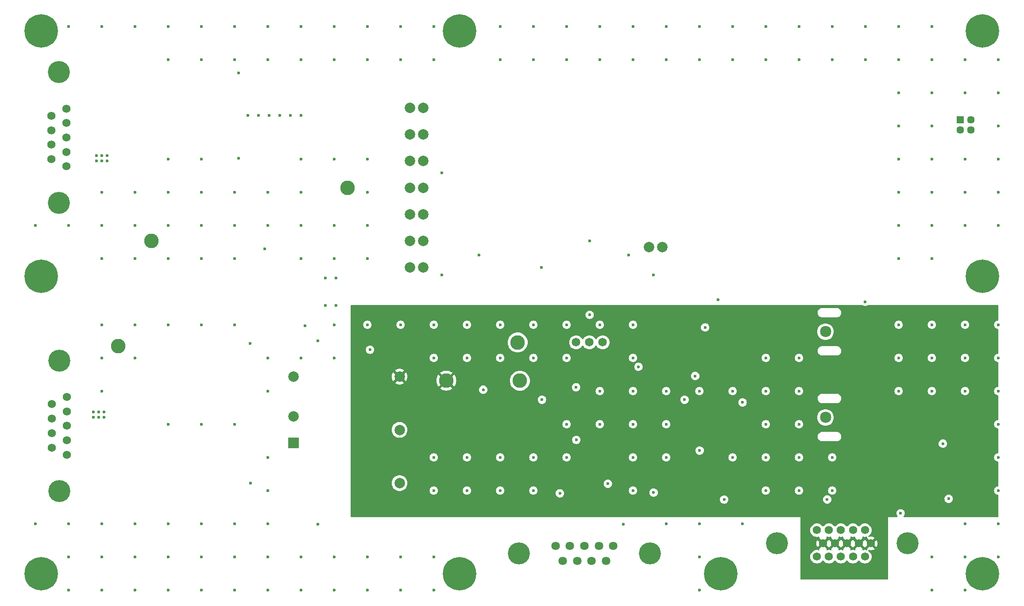
<source format=gbr>
%TF.GenerationSoftware,KiCad,Pcbnew,8.0.6*%
%TF.CreationDate,2025-05-06T15:07:16-04:00*%
%TF.ProjectId,TPC_COLD_HV_PDU,5450435f-434f-44c4-945f-48565f504455,rev?*%
%TF.SameCoordinates,Original*%
%TF.FileFunction,Copper,L4,Inr*%
%TF.FilePolarity,Positive*%
%FSLAX46Y46*%
G04 Gerber Fmt 4.6, Leading zero omitted, Abs format (unit mm)*
G04 Created by KiCad (PCBNEW 8.0.6) date 2025-05-06 15:07:16*
%MOMM*%
%LPD*%
G01*
G04 APERTURE LIST*
%TA.AperFunction,ComponentPad*%
%ADD10C,2.159000*%
%TD*%
%TA.AperFunction,ComponentPad*%
%ADD11C,6.400000*%
%TD*%
%TA.AperFunction,ComponentPad*%
%ADD12C,2.800000*%
%TD*%
%TA.AperFunction,ComponentPad*%
%ADD13C,1.575000*%
%TD*%
%TA.AperFunction,ComponentPad*%
%ADD14C,4.216000*%
%TD*%
%TA.AperFunction,ComponentPad*%
%ADD15C,1.650000*%
%TD*%
%TA.AperFunction,ComponentPad*%
%ADD16C,2.000000*%
%TD*%
%TA.AperFunction,ComponentPad*%
%ADD17R,1.447800X1.447800*%
%TD*%
%TA.AperFunction,ComponentPad*%
%ADD18C,1.447800*%
%TD*%
%TA.AperFunction,ComponentPad*%
%ADD19C,1.635000*%
%TD*%
%TA.AperFunction,ComponentPad*%
%ADD20C,1.560000*%
%TD*%
%TA.AperFunction,ComponentPad*%
%ADD21R,2.000000X2.000000*%
%TD*%
%TA.AperFunction,ViaPad*%
%ADD22C,0.600000*%
%TD*%
G04 APERTURE END LIST*
D10*
%TO.N,Net-(M3-Pad3)*%
%TO.C,P2*%
X240000000Y-115620000D03*
%TD*%
%TO.N,Net-(P1-Pad1)*%
%TO.C,P1*%
X240000000Y-132049800D03*
%TD*%
D11*
%TO.N,GNDPWR*%
%TO.C,H3*%
X270000000Y-58000000D03*
%TD*%
%TO.N,GNDPWR*%
%TO.C,H2*%
X90000000Y-105000000D03*
%TD*%
D12*
%TO.N,/V3p3_RTN*%
%TO.C,V_{GND}1*%
X167490000Y-124990000D03*
%TD*%
D11*
%TO.N,GNDPWR*%
%TO.C,H6*%
X170000000Y-58000000D03*
%TD*%
D13*
%TO.N,/TEMP_0_Telem*%
%TO.C,J3*%
X247536000Y-153630000D03*
%TO.N,/TEMP_1_Telem*%
X245246000Y-153630000D03*
%TO.N,unconnected-(J3-Pad3)*%
X242956000Y-153630000D03*
%TO.N,/HV_I_MON_Telem*%
X240666000Y-153630000D03*
%TO.N,/HV_MON_Telem*%
X238376000Y-153630000D03*
%TO.N,/V3p3_RTN*%
X248681000Y-156170000D03*
X246391000Y-156170000D03*
X244101000Y-156170000D03*
X241811000Y-156170000D03*
X239521000Y-156170000D03*
%TO.N,unconnected-(J3-Pad11)*%
X247536000Y-158710000D03*
%TO.N,unconnected-(J3-Pad12)*%
X245246000Y-158710000D03*
%TO.N,unconnected-(J3-Pad13)*%
X242956000Y-158710000D03*
%TO.N,unconnected-(J3-Pad14)*%
X240666000Y-158710000D03*
%TO.N,unconnected-(J3-Pad15)*%
X238376000Y-158710000D03*
D14*
%TO.N,GNDPWR*%
X230715000Y-156170000D03*
X255705000Y-156170000D03*
%TD*%
D12*
%TO.N,/V3p3*%
%TO.C,V_{3.3V}1*%
X181560000Y-125020000D03*
%TD*%
D15*
%TO.N,/HV_SET_INT*%
%TO.C,J5*%
X197400000Y-117660000D03*
%TO.N,/Main_DCDC_Converter/HV_SET*%
X194860000Y-117660000D03*
%TO.N,/HV_SET_EXT*%
X192320000Y-117660000D03*
%TD*%
D11*
%TO.N,GNDPWR*%
%TO.C,H9*%
X270000000Y-105000000D03*
%TD*%
D16*
%TO.N,/Main_DCDC_Converter/V_RTN*%
%TO.C,U1*%
X160560000Y-72745000D03*
%TO.N,/Main_DCDC_Converter/V_IN*%
X160560000Y-77845000D03*
%TO.N,/HV_I_MON*%
X160560000Y-82945000D03*
%TO.N,/HV_EN*%
X160560000Y-88045000D03*
%TO.N,/V3p3_RTN*%
X160560000Y-93145000D03*
%TO.N,N/C*%
X160560000Y-98245000D03*
%TO.N,/5V_REF*%
X160560000Y-103345000D03*
%TO.N,/Main_DCDC_Converter/V_RTN*%
X163060000Y-72745000D03*
%TO.N,/Main_DCDC_Converter/V_IN*%
X163060000Y-77845000D03*
%TO.N,unconnected-(U1-NC-Pad10)*%
X163060000Y-82945000D03*
%TO.N,/Main_DCDC_Converter/V_RTN*%
X163060000Y-88045000D03*
%TO.N,Net-(U1-V_MODE)*%
X163060000Y-93145000D03*
%TO.N,/Main_DCDC_Converter/HV_SET*%
X163060000Y-98245000D03*
%TO.N,/HV_MON*%
X163060000Y-103345000D03*
%TO.N,/HV_RTN*%
X206260000Y-99445000D03*
X208760000Y-99445000D03*
%TD*%
D12*
%TO.N,/V_TELEM_RTN*%
%TO.C,GND1*%
X104730000Y-118410000D03*
%TD*%
D11*
%TO.N,GNDPWR*%
%TO.C,H8*%
X170000000Y-162000000D03*
%TD*%
%TO.N,GNDPWR*%
%TO.C,H4*%
X220000000Y-162000000D03*
%TD*%
D17*
%TO.N,/HV_RTN*%
%TO.C,J6*%
X265779999Y-75009999D03*
D18*
X265779999Y-77010000D03*
X267780000Y-75009999D03*
X267780000Y-77010000D03*
%TD*%
D11*
%TO.N,GNDPWR*%
%TO.C,H7*%
X270000000Y-162000000D03*
%TD*%
D19*
%TO.N,/SYNC_n+*%
%TO.C,J4*%
X199440000Y-156690000D03*
%TO.N,/Enable-*%
X196670000Y-156690000D03*
%TO.N,unconnected-(J4-Pad3)*%
X193900000Y-156690000D03*
%TO.N,/SCLK+*%
X191130000Y-156690000D03*
%TO.N,/Data_In-*%
X188360000Y-156690000D03*
%TO.N,/SYNC_n-*%
X198055000Y-159530000D03*
%TO.N,/Enable+*%
X195285000Y-159530000D03*
%TO.N,/SCLK-*%
X192515000Y-159530000D03*
%TO.N,/Data_In+*%
X189745000Y-159530000D03*
D14*
%TO.N,GNDPWR*%
X181400000Y-158110000D03*
X206400000Y-158110000D03*
%TD*%
D20*
%TO.N,/V_TELEM_RTN*%
%TO.C,J2*%
X94880000Y-128120000D03*
X94880000Y-130890000D03*
%TO.N,unconnected-(J2-Pad3)*%
X94880000Y-133660000D03*
%TO.N,/V_TELEM_RTN*%
X94880000Y-136430000D03*
X94880000Y-139200000D03*
%TO.N,/V_TELEM_IN*%
X92040000Y-129505000D03*
X92040000Y-132275000D03*
X92040000Y-135045000D03*
X92040000Y-137815000D03*
D14*
%TO.N,GNDPWR*%
X93460000Y-121160000D03*
X93460000Y-146160000D03*
%TD*%
D21*
%TO.N,/Telemetry_DCDC_Converter/V_POS*%
%TO.C,U4*%
X138247500Y-136930000D03*
D16*
%TO.N,/Telemetry_DCDC_Converter/V_RTN*%
X138247500Y-131830000D03*
%TO.N,/P5V*%
X158547500Y-144630000D03*
%TO.N,unconnected-(U4-TRIM-Pad4)*%
X158547500Y-134430000D03*
%TO.N,/V3p3_RTN*%
X158547500Y-124230000D03*
%TO.N,unconnected-(U4-REMOTE-Pad6)*%
X138247500Y-124230000D03*
%TD*%
D12*
%TO.N,/HV_EN*%
%TO.C,V_{EN}1*%
X148590000Y-88075000D03*
%TD*%
D11*
%TO.N,GNDPWR*%
%TO.C,H5*%
X90000000Y-162000000D03*
%TD*%
%TO.N,GNDPWR*%
%TO.C,H1*%
X90000000Y-58000000D03*
%TD*%
D20*
%TO.N,/V_SEC_RTN*%
%TO.C,J1*%
X94830000Y-72880000D03*
X94830000Y-75650000D03*
%TO.N,unconnected-(J1-Pad3)*%
X94830000Y-78420000D03*
%TO.N,/V_SEC_RTN*%
X94830000Y-81190000D03*
X94830000Y-83960000D03*
%TO.N,/V_SEC_IN*%
X91990000Y-74265000D03*
X91990000Y-77035000D03*
X91990000Y-79805000D03*
X91990000Y-82575000D03*
D14*
%TO.N,GNDPWR*%
X93410000Y-65920000D03*
X93410000Y-90920000D03*
%TD*%
D12*
%TO.N,/V_SEC_RTN*%
%TO.C,GND2*%
X111060000Y-98240000D03*
%TD*%
%TO.N,/HV_SET_EXT*%
%TO.C,HV_SET_{-EXT}1*%
X181130000Y-117680000D03*
%TD*%
D22*
%TO.N,/V_SEC_RTN*%
X101572000Y-81869000D03*
X273050000Y-95250000D03*
X254000000Y-88900000D03*
X184150000Y-57150000D03*
X266700000Y-95250000D03*
X228600000Y-57150000D03*
X254000000Y-76200000D03*
X133350000Y-88900000D03*
X146050000Y-63500000D03*
X146050000Y-101600000D03*
X120650000Y-101600000D03*
X228600000Y-63500000D03*
X139700000Y-95250000D03*
X120650000Y-82550000D03*
X203200000Y-63500000D03*
X133350000Y-57150000D03*
X234950000Y-57150000D03*
X266700000Y-69850000D03*
X133350000Y-63500000D03*
X260350000Y-63500000D03*
X152400000Y-95250000D03*
X101600000Y-88900000D03*
X137668000Y-74168000D03*
X222250000Y-63500000D03*
X139700000Y-74168000D03*
X273050000Y-63500000D03*
X254000000Y-69850000D03*
X209550000Y-57150000D03*
X131572000Y-74168000D03*
X101600000Y-101600000D03*
X133350000Y-95250000D03*
X114300000Y-88900000D03*
X100556000Y-81869000D03*
X254000000Y-82550000D03*
X132730000Y-99745000D03*
X177800000Y-57150000D03*
X247650000Y-57150000D03*
X241300000Y-57150000D03*
X152400000Y-101600000D03*
X120650000Y-95250000D03*
X215900000Y-63500000D03*
X127000000Y-63500000D03*
X102588000Y-81869000D03*
X139700000Y-101600000D03*
X260350000Y-57150000D03*
X139700000Y-82550000D03*
X152400000Y-63500000D03*
X95250000Y-57150000D03*
X146360000Y-105350000D03*
X120650000Y-63500000D03*
X114300000Y-101600000D03*
X254000000Y-95250000D03*
X260350000Y-76200000D03*
X146050000Y-82550000D03*
X254000000Y-101600000D03*
X139700000Y-63500000D03*
X139700000Y-57150000D03*
X260350000Y-88900000D03*
X152400000Y-88900000D03*
X209550000Y-63500000D03*
X254000000Y-63500000D03*
X100556000Y-82885000D03*
X254000000Y-57150000D03*
X234950000Y-63500000D03*
X120650000Y-57150000D03*
X273050000Y-76200000D03*
X135636000Y-74168000D03*
X215900000Y-57150000D03*
X129540000Y-74168000D03*
X114300000Y-63500000D03*
X266700000Y-88900000D03*
X260350000Y-95250000D03*
X102588000Y-82885000D03*
X273050000Y-88900000D03*
X247650000Y-63500000D03*
X152400000Y-82550000D03*
X146050000Y-95250000D03*
X107950000Y-101600000D03*
X107950000Y-95250000D03*
X260350000Y-69850000D03*
X101572000Y-82885000D03*
X114300000Y-82550000D03*
X158750000Y-63500000D03*
X101600000Y-57150000D03*
X146050000Y-57150000D03*
X241300000Y-63500000D03*
X127000000Y-95250000D03*
X127000000Y-57150000D03*
X158750000Y-57150000D03*
X88900000Y-95250000D03*
X184150000Y-63500000D03*
X260350000Y-82550000D03*
X127000000Y-101600000D03*
X107950000Y-88900000D03*
X260350000Y-101600000D03*
X114300000Y-57150000D03*
X196850000Y-57150000D03*
X266700000Y-63500000D03*
X266700000Y-82550000D03*
X114300000Y-95250000D03*
X133604000Y-74168000D03*
X190500000Y-57150000D03*
X273050000Y-82550000D03*
X196850000Y-63500000D03*
X144390000Y-105350000D03*
X127000000Y-88900000D03*
X95250000Y-95250000D03*
X139700000Y-88900000D03*
X152400000Y-57150000D03*
X190500000Y-63500000D03*
X273050000Y-69850000D03*
X165100000Y-63500000D03*
X177800000Y-63500000D03*
X203200000Y-57150000D03*
X120650000Y-88900000D03*
X165100000Y-57150000D03*
X101600000Y-95250000D03*
X107950000Y-57150000D03*
X222250000Y-57150000D03*
%TO.N,GNDPWR*%
X152908000Y-119070000D03*
X127780000Y-66095000D03*
X127770000Y-82395000D03*
%TO.N,/V3p3*%
X198385000Y-144740000D03*
X216980000Y-114810000D03*
X263560000Y-147630000D03*
X174550000Y-126740000D03*
X189205000Y-146580000D03*
X215935000Y-138383800D03*
%TO.N,/V3p3_RTN*%
X218895000Y-127873800D03*
X227840000Y-117770000D03*
X157660000Y-119080000D03*
X211565000Y-138393800D03*
X180910000Y-130470000D03*
X217605000Y-149123800D03*
X258380000Y-146770000D03*
X217735000Y-112490000D03*
X198775000Y-147000000D03*
X161115000Y-113270000D03*
%TO.N,unconnected-(R27-Pad2)*%
X215090000Y-124100000D03*
%TO.N,/V3p3_RTN*%
X264510000Y-134640000D03*
X263570000Y-142250000D03*
X211155000Y-131183800D03*
X208935000Y-144593800D03*
X193915000Y-136350000D03*
X216980000Y-119770000D03*
X189455000Y-149310000D03*
%TO.N,/V_TELEM_RTN*%
X260350000Y-158750000D03*
X102000000Y-131000000D03*
X127000000Y-165100000D03*
X114300000Y-114300000D03*
X107950000Y-158750000D03*
X190500000Y-114300000D03*
X146050000Y-114300000D03*
X192300000Y-126260000D03*
X127000000Y-158750000D03*
X184150000Y-146050000D03*
X171450000Y-120650000D03*
X273050000Y-158750000D03*
X152400000Y-158750000D03*
X222250000Y-127000000D03*
X177800000Y-146050000D03*
X139700000Y-120650000D03*
X190500000Y-120650000D03*
X101600000Y-114300000D03*
X127000000Y-133350000D03*
X100000000Y-131000000D03*
X273050000Y-133350000D03*
X144400000Y-110600000D03*
X209550000Y-127000000D03*
X120650000Y-133350000D03*
X139700000Y-165100000D03*
X241300000Y-139700000D03*
X273050000Y-139700000D03*
X273050000Y-146050000D03*
X133350000Y-158750000D03*
X234950000Y-139700000D03*
X114300000Y-158750000D03*
X101600000Y-152400000D03*
X254000000Y-120650000D03*
X139700000Y-158750000D03*
X146050000Y-165100000D03*
X158750000Y-114300000D03*
X100000000Y-132000000D03*
X196850000Y-133350000D03*
X234950000Y-120650000D03*
X254000000Y-114300000D03*
X228600000Y-146050000D03*
X101600000Y-127000000D03*
X133350000Y-127000000D03*
X203200000Y-127000000D03*
X234950000Y-133350000D03*
X133350000Y-146050000D03*
X101000000Y-131000000D03*
X266700000Y-127000000D03*
X95250000Y-158750000D03*
X215900000Y-158750000D03*
X102000000Y-132000000D03*
X266700000Y-158750000D03*
X146050000Y-120650000D03*
X101600000Y-120650000D03*
X177800000Y-120650000D03*
X133350000Y-152400000D03*
X266700000Y-152400000D03*
X120650000Y-114300000D03*
X171450000Y-139700000D03*
X266700000Y-165100000D03*
X273050000Y-120650000D03*
X101000000Y-132000000D03*
X171450000Y-146050000D03*
X215900000Y-127000000D03*
X114300000Y-165100000D03*
X241300000Y-146050000D03*
X260350000Y-127000000D03*
X165100000Y-120650000D03*
X215900000Y-152400000D03*
X171450000Y-114300000D03*
X228600000Y-127000000D03*
X165100000Y-158750000D03*
X107950000Y-152400000D03*
X158750000Y-158750000D03*
X215900000Y-165100000D03*
X127000000Y-114300000D03*
X209550000Y-139700000D03*
X228600000Y-139700000D03*
X146360000Y-110600000D03*
X254000000Y-127000000D03*
X165100000Y-139700000D03*
X234950000Y-127000000D03*
X120650000Y-152400000D03*
X107950000Y-120650000D03*
X133350000Y-120650000D03*
X190500000Y-139700000D03*
X177800000Y-139700000D03*
X260350000Y-165100000D03*
X133350000Y-165100000D03*
X133350000Y-139700000D03*
X196850000Y-127000000D03*
X95250000Y-152400000D03*
X165100000Y-165100000D03*
X120650000Y-158750000D03*
X190500000Y-133350000D03*
X152400000Y-165100000D03*
X260350000Y-114300000D03*
X107950000Y-165100000D03*
X184150000Y-114300000D03*
X203200000Y-114300000D03*
X273050000Y-114300000D03*
X203200000Y-133350000D03*
X228600000Y-120650000D03*
X165100000Y-114300000D03*
X273050000Y-152400000D03*
X158750000Y-165100000D03*
X101600000Y-158750000D03*
X203200000Y-146050000D03*
X273050000Y-127000000D03*
X114300000Y-152400000D03*
X101600000Y-165100000D03*
X260350000Y-120650000D03*
X177800000Y-114300000D03*
X222250000Y-139700000D03*
X127000000Y-152400000D03*
X203200000Y-120650000D03*
X140500000Y-114475000D03*
X114300000Y-133350000D03*
X266700000Y-114300000D03*
X209550000Y-133350000D03*
X234950000Y-146050000D03*
X152400000Y-114300000D03*
X184150000Y-139700000D03*
X196850000Y-114300000D03*
X203200000Y-139700000D03*
X165100000Y-146050000D03*
X228600000Y-133350000D03*
X266700000Y-120650000D03*
X95250000Y-165100000D03*
X209550000Y-152400000D03*
X146050000Y-158750000D03*
X120650000Y-165100000D03*
X184150000Y-120650000D03*
X88900000Y-152400000D03*
X107950000Y-114300000D03*
%TO.N,/P5V*%
X129950000Y-117870000D03*
X262450000Y-137070000D03*
X254360000Y-150400000D03*
X130040000Y-144630000D03*
X192365000Y-136340000D03*
%TO.N,/5V_REF*%
X173720000Y-100945000D03*
X204240000Y-122350000D03*
X202320000Y-100950000D03*
%TO.N,/HV_I_MON_Telem*%
X240331193Y-147760234D03*
X220625000Y-147778800D03*
%TO.N,/HV_MON_Telem*%
X224130000Y-129170000D03*
X224130000Y-152390000D03*
%TO.N,/TEMP_0_Telem*%
X247610000Y-109880000D03*
X219470000Y-109500000D03*
%TO.N,/Enable_SIG*%
X201380000Y-152530000D03*
X142910000Y-117340000D03*
X142910000Y-152530000D03*
%TO.N,/HV_MON*%
X185780000Y-128650000D03*
X185710000Y-103320000D03*
X213060000Y-128650000D03*
%TO.N,/HV_I_MON*%
X166640000Y-104760000D03*
X207130000Y-146440000D03*
X207130000Y-104760000D03*
X166630000Y-85230000D03*
%TO.N,/Main_DCDC_Converter/HV_SET*%
X194920000Y-98220000D03*
X194910000Y-112380000D03*
%TD*%
%TA.AperFunction,Conductor*%
%TO.N,/V3p3_RTN*%
G36*
X247106449Y-110509006D02*
G01*
X247191566Y-110562489D01*
X247260478Y-110605789D01*
X247283944Y-110614000D01*
X247430745Y-110665368D01*
X247430750Y-110665369D01*
X247609996Y-110685565D01*
X247610000Y-110685565D01*
X247610004Y-110685565D01*
X247789249Y-110665369D01*
X247789252Y-110665368D01*
X247789255Y-110665368D01*
X247959522Y-110605789D01*
X248112262Y-110509816D01*
X248112262Y-110509815D01*
X248113551Y-110509006D01*
X248179523Y-110490000D01*
X272926000Y-110490000D01*
X272993039Y-110509685D01*
X273038794Y-110562489D01*
X273050000Y-110614000D01*
X273050000Y-113383621D01*
X273030315Y-113450660D01*
X272977511Y-113496415D01*
X272939884Y-113506841D01*
X272870749Y-113514630D01*
X272870745Y-113514631D01*
X272700476Y-113574211D01*
X272547737Y-113670184D01*
X272420184Y-113797737D01*
X272324211Y-113950476D01*
X272264631Y-114120745D01*
X272264630Y-114120750D01*
X272244435Y-114299996D01*
X272244435Y-114300003D01*
X272264630Y-114479249D01*
X272264631Y-114479254D01*
X272324211Y-114649523D01*
X272348659Y-114688431D01*
X272420184Y-114802262D01*
X272547738Y-114929816D01*
X272700478Y-115025789D01*
X272870745Y-115085368D01*
X272870749Y-115085369D01*
X272939883Y-115093158D01*
X273004297Y-115120224D01*
X273043852Y-115177818D01*
X273050000Y-115216378D01*
X273050000Y-119733621D01*
X273030315Y-119800660D01*
X272977511Y-119846415D01*
X272939884Y-119856841D01*
X272870749Y-119864630D01*
X272870745Y-119864631D01*
X272700476Y-119924211D01*
X272547737Y-120020184D01*
X272420184Y-120147737D01*
X272324211Y-120300476D01*
X272264631Y-120470745D01*
X272264630Y-120470750D01*
X272244435Y-120649996D01*
X272244435Y-120650003D01*
X272264630Y-120829249D01*
X272264631Y-120829254D01*
X272324211Y-120999523D01*
X272420184Y-121152262D01*
X272547738Y-121279816D01*
X272700478Y-121375789D01*
X272870745Y-121435368D01*
X272870749Y-121435369D01*
X272939883Y-121443158D01*
X273004297Y-121470224D01*
X273043852Y-121527818D01*
X273050000Y-121566378D01*
X273050000Y-126083621D01*
X273030315Y-126150660D01*
X272977511Y-126196415D01*
X272939884Y-126206841D01*
X272870749Y-126214630D01*
X272870745Y-126214631D01*
X272700476Y-126274211D01*
X272547737Y-126370184D01*
X272420184Y-126497737D01*
X272324211Y-126650476D01*
X272264631Y-126820745D01*
X272264630Y-126820750D01*
X272244435Y-126999996D01*
X272244435Y-127000003D01*
X272264630Y-127179249D01*
X272264631Y-127179254D01*
X272324211Y-127349523D01*
X272397266Y-127465788D01*
X272420184Y-127502262D01*
X272547738Y-127629816D01*
X272700478Y-127725789D01*
X272870745Y-127785368D01*
X272870749Y-127785369D01*
X272939883Y-127793158D01*
X273004297Y-127820224D01*
X273043852Y-127877818D01*
X273050000Y-127916378D01*
X273050000Y-132433621D01*
X273030315Y-132500660D01*
X272977511Y-132546415D01*
X272939884Y-132556841D01*
X272870749Y-132564630D01*
X272870745Y-132564631D01*
X272700476Y-132624211D01*
X272547737Y-132720184D01*
X272420184Y-132847737D01*
X272324211Y-133000476D01*
X272264631Y-133170745D01*
X272264630Y-133170750D01*
X272244435Y-133349996D01*
X272244435Y-133350003D01*
X272264630Y-133529249D01*
X272264631Y-133529254D01*
X272324211Y-133699523D01*
X272420184Y-133852262D01*
X272547738Y-133979816D01*
X272700478Y-134075789D01*
X272870745Y-134135368D01*
X272870749Y-134135369D01*
X272939883Y-134143158D01*
X273004297Y-134170224D01*
X273043852Y-134227818D01*
X273050000Y-134266378D01*
X273050000Y-138783621D01*
X273030315Y-138850660D01*
X272977511Y-138896415D01*
X272939884Y-138906841D01*
X272870749Y-138914630D01*
X272870745Y-138914631D01*
X272700476Y-138974211D01*
X272547737Y-139070184D01*
X272420184Y-139197737D01*
X272324211Y-139350476D01*
X272264631Y-139520745D01*
X272264630Y-139520750D01*
X272244435Y-139699996D01*
X272244435Y-139700003D01*
X272264630Y-139879249D01*
X272264631Y-139879254D01*
X272324211Y-140049523D01*
X272420184Y-140202262D01*
X272547738Y-140329816D01*
X272700478Y-140425789D01*
X272870745Y-140485368D01*
X272870749Y-140485369D01*
X272939883Y-140493158D01*
X273004297Y-140520224D01*
X273043852Y-140577818D01*
X273050000Y-140616378D01*
X273050000Y-145133621D01*
X273030315Y-145200660D01*
X272977511Y-145246415D01*
X272939884Y-145256841D01*
X272870749Y-145264630D01*
X272870745Y-145264631D01*
X272700476Y-145324211D01*
X272547737Y-145420184D01*
X272420184Y-145547737D01*
X272324211Y-145700476D01*
X272264631Y-145870745D01*
X272264630Y-145870750D01*
X272244435Y-146049996D01*
X272244435Y-146050003D01*
X272264630Y-146229249D01*
X272264631Y-146229254D01*
X272324211Y-146399523D01*
X272420184Y-146552262D01*
X272547738Y-146679816D01*
X272638080Y-146736582D01*
X272674162Y-146759254D01*
X272700478Y-146775789D01*
X272739725Y-146789522D01*
X272870745Y-146835368D01*
X272870749Y-146835369D01*
X272939883Y-146843158D01*
X273004297Y-146870224D01*
X273043852Y-146927818D01*
X273050000Y-146966378D01*
X273050000Y-151006000D01*
X273030315Y-151073039D01*
X272977511Y-151118794D01*
X272926000Y-151130000D01*
X255061440Y-151130000D01*
X254994401Y-151110315D01*
X254948646Y-151057511D01*
X254938702Y-150988353D01*
X254967727Y-150924797D01*
X254973759Y-150918319D01*
X254989816Y-150902262D01*
X255085789Y-150749522D01*
X255145368Y-150579255D01*
X255165565Y-150400000D01*
X255145368Y-150220745D01*
X255085789Y-150050478D01*
X254989816Y-149897738D01*
X254862262Y-149770184D01*
X254709523Y-149674211D01*
X254539254Y-149614631D01*
X254539249Y-149614630D01*
X254360004Y-149594435D01*
X254359996Y-149594435D01*
X254180750Y-149614630D01*
X254180745Y-149614631D01*
X254010476Y-149674211D01*
X253857737Y-149770184D01*
X253730184Y-149897737D01*
X253634211Y-150050476D01*
X253574631Y-150220745D01*
X253574630Y-150220750D01*
X253554435Y-150399996D01*
X253554435Y-150400003D01*
X253574630Y-150579249D01*
X253574631Y-150579254D01*
X253634211Y-150749523D01*
X253730184Y-150902262D01*
X253746241Y-150918319D01*
X253779726Y-150979642D01*
X253774742Y-151049334D01*
X253732870Y-151105267D01*
X253667406Y-151129684D01*
X253658560Y-151130000D01*
X251968000Y-151130000D01*
X251968000Y-147629996D01*
X262754435Y-147629996D01*
X262754435Y-147630003D01*
X262774630Y-147809249D01*
X262774631Y-147809254D01*
X262834211Y-147979523D01*
X262916043Y-148109757D01*
X262930184Y-148132262D01*
X263057738Y-148259816D01*
X263210478Y-148355789D01*
X263361446Y-148408615D01*
X263380745Y-148415368D01*
X263380750Y-148415369D01*
X263559996Y-148435565D01*
X263560000Y-148435565D01*
X263560004Y-148435565D01*
X263739249Y-148415369D01*
X263739252Y-148415368D01*
X263739255Y-148415368D01*
X263909522Y-148355789D01*
X264062262Y-148259816D01*
X264189816Y-148132262D01*
X264285789Y-147979522D01*
X264345368Y-147809255D01*
X264348799Y-147778803D01*
X264365565Y-147630003D01*
X264365565Y-147629996D01*
X264345369Y-147450750D01*
X264345368Y-147450745D01*
X264331359Y-147410710D01*
X264285789Y-147280478D01*
X264283313Y-147276538D01*
X264213724Y-147165788D01*
X264189816Y-147127738D01*
X264062262Y-147000184D01*
X264021967Y-146974865D01*
X263909523Y-146904211D01*
X263739254Y-146844631D01*
X263739249Y-146844630D01*
X263560004Y-146824435D01*
X263559996Y-146824435D01*
X263380750Y-146844630D01*
X263380745Y-146844631D01*
X263210476Y-146904211D01*
X263057737Y-147000184D01*
X262930184Y-147127737D01*
X262834211Y-147280476D01*
X262774631Y-147450745D01*
X262774630Y-147450750D01*
X262754435Y-147629996D01*
X251968000Y-147629996D01*
X251968000Y-145796000D01*
X242059214Y-145796000D01*
X242025789Y-145700478D01*
X241929816Y-145547738D01*
X241802262Y-145420184D01*
X241722102Y-145369816D01*
X241649523Y-145324211D01*
X241479254Y-145264631D01*
X241479249Y-145264630D01*
X241300004Y-145244435D01*
X241299996Y-145244435D01*
X241120750Y-145264630D01*
X241120745Y-145264631D01*
X240950476Y-145324211D01*
X240797737Y-145420184D01*
X240670184Y-145547737D01*
X240574211Y-145700476D01*
X240540786Y-145796000D01*
X235709214Y-145796000D01*
X235675789Y-145700478D01*
X235579816Y-145547738D01*
X235452262Y-145420184D01*
X235372102Y-145369816D01*
X235299523Y-145324211D01*
X235129254Y-145264631D01*
X235129249Y-145264630D01*
X234950004Y-145244435D01*
X234949996Y-145244435D01*
X234770750Y-145264630D01*
X234770745Y-145264631D01*
X234600476Y-145324211D01*
X234447737Y-145420184D01*
X234320184Y-145547737D01*
X234224211Y-145700476D01*
X234164631Y-145870745D01*
X234164630Y-145870750D01*
X234144435Y-146049996D01*
X234144435Y-146050003D01*
X234164630Y-146229249D01*
X234164631Y-146229254D01*
X234224211Y-146399523D01*
X234320184Y-146552262D01*
X234447738Y-146679816D01*
X234538080Y-146736582D01*
X234574162Y-146759254D01*
X234600478Y-146775789D01*
X234639725Y-146789522D01*
X234770745Y-146835368D01*
X234770750Y-146835369D01*
X234949996Y-146855565D01*
X234950000Y-146855565D01*
X234950004Y-146855565D01*
X235129249Y-146835369D01*
X235129252Y-146835368D01*
X235129255Y-146835368D01*
X235204000Y-146809213D01*
X235204000Y-151130000D01*
X149349000Y-151130000D01*
X149281961Y-151110315D01*
X149236206Y-151057511D01*
X149225000Y-151006000D01*
X149225000Y-147778796D01*
X219819435Y-147778796D01*
X219819435Y-147778803D01*
X219839630Y-147958049D01*
X219839631Y-147958054D01*
X219899211Y-148128323D01*
X219981834Y-148259815D01*
X219995184Y-148281062D01*
X220122738Y-148408616D01*
X220275478Y-148504589D01*
X220445745Y-148564168D01*
X220445750Y-148564169D01*
X220624996Y-148584365D01*
X220625000Y-148584365D01*
X220625004Y-148584365D01*
X220804249Y-148564169D01*
X220804252Y-148564168D01*
X220804255Y-148564168D01*
X220974522Y-148504589D01*
X221127262Y-148408616D01*
X221254816Y-148281062D01*
X221350789Y-148128322D01*
X221410368Y-147958055D01*
X221427134Y-147809254D01*
X221430565Y-147778803D01*
X221430565Y-147778796D01*
X221410369Y-147599550D01*
X221410368Y-147599545D01*
X221358302Y-147450750D01*
X221350789Y-147429278D01*
X221254816Y-147276538D01*
X221127262Y-147148984D01*
X220974523Y-147053011D01*
X220804254Y-146993431D01*
X220804249Y-146993430D01*
X220625004Y-146973235D01*
X220624996Y-146973235D01*
X220445750Y-146993430D01*
X220445745Y-146993431D01*
X220275476Y-147053011D01*
X220122737Y-147148984D01*
X219995184Y-147276537D01*
X219899211Y-147429276D01*
X219839631Y-147599545D01*
X219839630Y-147599550D01*
X219819435Y-147778796D01*
X149225000Y-147778796D01*
X149225000Y-144629994D01*
X157041857Y-144629994D01*
X157041857Y-144630005D01*
X157062390Y-144877812D01*
X157062392Y-144877824D01*
X157123436Y-145118881D01*
X157223326Y-145346606D01*
X157359333Y-145554782D01*
X157359336Y-145554785D01*
X157527756Y-145737738D01*
X157723991Y-145890474D01*
X157942690Y-146008828D01*
X158177886Y-146089571D01*
X158423165Y-146130500D01*
X158671835Y-146130500D01*
X158917114Y-146089571D01*
X159032392Y-146049996D01*
X164294435Y-146049996D01*
X164294435Y-146050003D01*
X164314630Y-146229249D01*
X164314631Y-146229254D01*
X164374211Y-146399523D01*
X164470184Y-146552262D01*
X164597738Y-146679816D01*
X164688080Y-146736582D01*
X164724162Y-146759254D01*
X164750478Y-146775789D01*
X164789725Y-146789522D01*
X164920745Y-146835368D01*
X164920750Y-146835369D01*
X165099996Y-146855565D01*
X165100000Y-146855565D01*
X165100004Y-146855565D01*
X165279249Y-146835369D01*
X165279252Y-146835368D01*
X165279255Y-146835368D01*
X165449522Y-146775789D01*
X165602262Y-146679816D01*
X165729816Y-146552262D01*
X165825789Y-146399522D01*
X165885368Y-146229255D01*
X165896495Y-146130500D01*
X165905565Y-146050003D01*
X165905565Y-146049996D01*
X170644435Y-146049996D01*
X170644435Y-146050003D01*
X170664630Y-146229249D01*
X170664631Y-146229254D01*
X170724211Y-146399523D01*
X170820184Y-146552262D01*
X170947738Y-146679816D01*
X171038080Y-146736582D01*
X171074162Y-146759254D01*
X171100478Y-146775789D01*
X171139725Y-146789522D01*
X171270745Y-146835368D01*
X171270750Y-146835369D01*
X171449996Y-146855565D01*
X171450000Y-146855565D01*
X171450004Y-146855565D01*
X171629249Y-146835369D01*
X171629252Y-146835368D01*
X171629255Y-146835368D01*
X171799522Y-146775789D01*
X171952262Y-146679816D01*
X172079816Y-146552262D01*
X172175789Y-146399522D01*
X172235368Y-146229255D01*
X172246495Y-146130500D01*
X172255565Y-146050003D01*
X172255565Y-146049996D01*
X176994435Y-146049996D01*
X176994435Y-146050003D01*
X177014630Y-146229249D01*
X177014631Y-146229254D01*
X177074211Y-146399523D01*
X177170184Y-146552262D01*
X177297738Y-146679816D01*
X177388080Y-146736582D01*
X177424162Y-146759254D01*
X177450478Y-146775789D01*
X177489725Y-146789522D01*
X177620745Y-146835368D01*
X177620750Y-146835369D01*
X177799996Y-146855565D01*
X177800000Y-146855565D01*
X177800004Y-146855565D01*
X177979249Y-146835369D01*
X177979252Y-146835368D01*
X177979255Y-146835368D01*
X178149522Y-146775789D01*
X178302262Y-146679816D01*
X178429816Y-146552262D01*
X178525789Y-146399522D01*
X178585368Y-146229255D01*
X178596495Y-146130500D01*
X178605565Y-146050003D01*
X178605565Y-146049996D01*
X183344435Y-146049996D01*
X183344435Y-146050003D01*
X183364630Y-146229249D01*
X183364631Y-146229254D01*
X183424211Y-146399523D01*
X183520184Y-146552262D01*
X183647738Y-146679816D01*
X183738080Y-146736582D01*
X183774162Y-146759254D01*
X183800478Y-146775789D01*
X183839725Y-146789522D01*
X183970745Y-146835368D01*
X183970750Y-146835369D01*
X184149996Y-146855565D01*
X184150000Y-146855565D01*
X184150004Y-146855565D01*
X184329249Y-146835369D01*
X184329252Y-146835368D01*
X184329255Y-146835368D01*
X184499522Y-146775789D01*
X184652262Y-146679816D01*
X184752082Y-146579996D01*
X188399435Y-146579996D01*
X188399435Y-146580003D01*
X188419630Y-146759249D01*
X188419631Y-146759254D01*
X188479211Y-146929523D01*
X188556804Y-147053011D01*
X188575184Y-147082262D01*
X188702738Y-147209816D01*
X188759632Y-147245565D01*
X188815192Y-147280476D01*
X188855478Y-147305789D01*
X189025745Y-147365368D01*
X189025750Y-147365369D01*
X189204996Y-147385565D01*
X189205000Y-147385565D01*
X189205004Y-147385565D01*
X189384249Y-147365369D01*
X189384252Y-147365368D01*
X189384255Y-147365368D01*
X189554522Y-147305789D01*
X189707262Y-147209816D01*
X189834816Y-147082262D01*
X189930789Y-146929522D01*
X189990368Y-146759255D01*
X190006142Y-146619255D01*
X190010565Y-146580003D01*
X190010565Y-146579996D01*
X189990369Y-146400750D01*
X189990368Y-146400745D01*
X189989940Y-146399522D01*
X189930789Y-146230478D01*
X189834816Y-146077738D01*
X189807074Y-146049996D01*
X202394435Y-146049996D01*
X202394435Y-146050003D01*
X202414630Y-146229249D01*
X202414631Y-146229254D01*
X202474211Y-146399523D01*
X202570184Y-146552262D01*
X202697738Y-146679816D01*
X202788080Y-146736582D01*
X202824162Y-146759254D01*
X202850478Y-146775789D01*
X202889725Y-146789522D01*
X203020745Y-146835368D01*
X203020750Y-146835369D01*
X203199996Y-146855565D01*
X203200000Y-146855565D01*
X203200004Y-146855565D01*
X203379249Y-146835369D01*
X203379252Y-146835368D01*
X203379255Y-146835368D01*
X203549522Y-146775789D01*
X203702262Y-146679816D01*
X203829816Y-146552262D01*
X203900357Y-146439996D01*
X206324435Y-146439996D01*
X206324435Y-146440003D01*
X206344630Y-146619249D01*
X206344631Y-146619254D01*
X206404211Y-146789523D01*
X206500184Y-146942262D01*
X206627738Y-147069816D01*
X206780478Y-147165789D01*
X206906297Y-147209815D01*
X206950745Y-147225368D01*
X206950750Y-147225369D01*
X207129996Y-147245565D01*
X207130000Y-147245565D01*
X207130004Y-147245565D01*
X207309249Y-147225369D01*
X207309252Y-147225368D01*
X207309255Y-147225368D01*
X207479522Y-147165789D01*
X207632262Y-147069816D01*
X207759816Y-146942262D01*
X207855789Y-146789522D01*
X207915368Y-146619255D01*
X207919791Y-146580000D01*
X207935565Y-146440003D01*
X207935565Y-146439996D01*
X207915369Y-146260750D01*
X207915368Y-146260745D01*
X207855788Y-146090476D01*
X207830353Y-146049996D01*
X227794435Y-146049996D01*
X227794435Y-146050003D01*
X227814630Y-146229249D01*
X227814631Y-146229254D01*
X227874211Y-146399523D01*
X227970184Y-146552262D01*
X228097738Y-146679816D01*
X228188080Y-146736582D01*
X228224162Y-146759254D01*
X228250478Y-146775789D01*
X228289725Y-146789522D01*
X228420745Y-146835368D01*
X228420750Y-146835369D01*
X228599996Y-146855565D01*
X228600000Y-146855565D01*
X228600004Y-146855565D01*
X228779249Y-146835369D01*
X228779252Y-146835368D01*
X228779255Y-146835368D01*
X228949522Y-146775789D01*
X229102262Y-146679816D01*
X229229816Y-146552262D01*
X229325789Y-146399522D01*
X229385368Y-146229255D01*
X229396495Y-146130500D01*
X229405565Y-146050003D01*
X229405565Y-146049996D01*
X229385369Y-145870750D01*
X229385368Y-145870745D01*
X229325789Y-145700478D01*
X229229816Y-145547738D01*
X229102262Y-145420184D01*
X229022102Y-145369816D01*
X228949523Y-145324211D01*
X228779254Y-145264631D01*
X228779249Y-145264630D01*
X228600004Y-145244435D01*
X228599996Y-145244435D01*
X228420750Y-145264630D01*
X228420745Y-145264631D01*
X228250476Y-145324211D01*
X228097737Y-145420184D01*
X227970184Y-145547737D01*
X227874211Y-145700476D01*
X227814631Y-145870745D01*
X227814630Y-145870750D01*
X227794435Y-146049996D01*
X207830353Y-146049996D01*
X207759815Y-145937737D01*
X207632262Y-145810184D01*
X207479523Y-145714211D01*
X207309254Y-145654631D01*
X207309249Y-145654630D01*
X207130004Y-145634435D01*
X207129996Y-145634435D01*
X206950750Y-145654630D01*
X206950745Y-145654631D01*
X206780476Y-145714211D01*
X206627737Y-145810184D01*
X206500184Y-145937737D01*
X206404211Y-146090476D01*
X206344631Y-146260745D01*
X206344630Y-146260750D01*
X206324435Y-146439996D01*
X203900357Y-146439996D01*
X203925789Y-146399522D01*
X203985368Y-146229255D01*
X203996495Y-146130500D01*
X204005565Y-146050003D01*
X204005565Y-146049996D01*
X203985369Y-145870750D01*
X203985368Y-145870745D01*
X203925789Y-145700478D01*
X203829816Y-145547738D01*
X203702262Y-145420184D01*
X203622102Y-145369816D01*
X203549523Y-145324211D01*
X203379254Y-145264631D01*
X203379249Y-145264630D01*
X203200004Y-145244435D01*
X203199996Y-145244435D01*
X203020750Y-145264630D01*
X203020745Y-145264631D01*
X202850476Y-145324211D01*
X202697737Y-145420184D01*
X202570184Y-145547737D01*
X202474211Y-145700476D01*
X202414631Y-145870745D01*
X202414630Y-145870750D01*
X202394435Y-146049996D01*
X189807074Y-146049996D01*
X189707262Y-145950184D01*
X189612236Y-145890475D01*
X189554523Y-145854211D01*
X189384254Y-145794631D01*
X189384249Y-145794630D01*
X189205004Y-145774435D01*
X189204996Y-145774435D01*
X189025750Y-145794630D01*
X189025745Y-145794631D01*
X188855476Y-145854211D01*
X188702737Y-145950184D01*
X188575184Y-146077737D01*
X188479211Y-146230476D01*
X188419631Y-146400745D01*
X188419630Y-146400750D01*
X188399435Y-146579996D01*
X184752082Y-146579996D01*
X184779816Y-146552262D01*
X184875789Y-146399522D01*
X184935368Y-146229255D01*
X184946495Y-146130500D01*
X184955565Y-146050003D01*
X184955565Y-146049996D01*
X184935369Y-145870750D01*
X184935368Y-145870745D01*
X184875789Y-145700478D01*
X184779816Y-145547738D01*
X184652262Y-145420184D01*
X184572102Y-145369816D01*
X184499523Y-145324211D01*
X184329254Y-145264631D01*
X184329249Y-145264630D01*
X184150004Y-145244435D01*
X184149996Y-145244435D01*
X183970750Y-145264630D01*
X183970745Y-145264631D01*
X183800476Y-145324211D01*
X183647737Y-145420184D01*
X183520184Y-145547737D01*
X183424211Y-145700476D01*
X183364631Y-145870745D01*
X183364630Y-145870750D01*
X183344435Y-146049996D01*
X178605565Y-146049996D01*
X178585369Y-145870750D01*
X178585368Y-145870745D01*
X178525789Y-145700478D01*
X178429816Y-145547738D01*
X178302262Y-145420184D01*
X178222102Y-145369816D01*
X178149523Y-145324211D01*
X177979254Y-145264631D01*
X177979249Y-145264630D01*
X177800004Y-145244435D01*
X177799996Y-145244435D01*
X177620750Y-145264630D01*
X177620745Y-145264631D01*
X177450476Y-145324211D01*
X177297737Y-145420184D01*
X177170184Y-145547737D01*
X177074211Y-145700476D01*
X177014631Y-145870745D01*
X177014630Y-145870750D01*
X176994435Y-146049996D01*
X172255565Y-146049996D01*
X172235369Y-145870750D01*
X172235368Y-145870745D01*
X172175789Y-145700478D01*
X172079816Y-145547738D01*
X171952262Y-145420184D01*
X171872102Y-145369816D01*
X171799523Y-145324211D01*
X171629254Y-145264631D01*
X171629249Y-145264630D01*
X171450004Y-145244435D01*
X171449996Y-145244435D01*
X171270750Y-145264630D01*
X171270745Y-145264631D01*
X171100476Y-145324211D01*
X170947737Y-145420184D01*
X170820184Y-145547737D01*
X170724211Y-145700476D01*
X170664631Y-145870745D01*
X170664630Y-145870750D01*
X170644435Y-146049996D01*
X165905565Y-146049996D01*
X165885369Y-145870750D01*
X165885368Y-145870745D01*
X165825789Y-145700478D01*
X165729816Y-145547738D01*
X165602262Y-145420184D01*
X165522102Y-145369816D01*
X165449523Y-145324211D01*
X165279254Y-145264631D01*
X165279249Y-145264630D01*
X165100004Y-145244435D01*
X165099996Y-145244435D01*
X164920750Y-145264630D01*
X164920745Y-145264631D01*
X164750476Y-145324211D01*
X164597737Y-145420184D01*
X164470184Y-145547737D01*
X164374211Y-145700476D01*
X164314631Y-145870745D01*
X164314630Y-145870750D01*
X164294435Y-146049996D01*
X159032392Y-146049996D01*
X159152310Y-146008828D01*
X159371009Y-145890474D01*
X159567244Y-145737738D01*
X159735664Y-145554785D01*
X159871673Y-145346607D01*
X159971563Y-145118881D01*
X160032608Y-144877821D01*
X160044028Y-144740000D01*
X160044028Y-144739996D01*
X197579435Y-144739996D01*
X197579435Y-144740003D01*
X197599630Y-144919249D01*
X197599631Y-144919254D01*
X197659211Y-145089523D01*
X197686920Y-145133621D01*
X197755184Y-145242262D01*
X197882738Y-145369816D01*
X198035478Y-145465789D01*
X198205745Y-145525368D01*
X198205750Y-145525369D01*
X198384996Y-145545565D01*
X198385000Y-145545565D01*
X198385004Y-145545565D01*
X198564249Y-145525369D01*
X198564252Y-145525368D01*
X198564255Y-145525368D01*
X198734522Y-145465789D01*
X198887262Y-145369816D01*
X199014816Y-145242262D01*
X199110789Y-145089522D01*
X199170368Y-144919255D01*
X199175036Y-144877824D01*
X199190565Y-144740003D01*
X199190565Y-144739996D01*
X199170369Y-144560750D01*
X199170368Y-144560745D01*
X199110788Y-144390476D01*
X199014815Y-144237737D01*
X198887262Y-144110184D01*
X198734523Y-144014211D01*
X198564254Y-143954631D01*
X198564249Y-143954630D01*
X198385004Y-143934435D01*
X198384996Y-143934435D01*
X198205750Y-143954630D01*
X198205745Y-143954631D01*
X198035476Y-144014211D01*
X197882737Y-144110184D01*
X197755184Y-144237737D01*
X197659211Y-144390476D01*
X197599631Y-144560745D01*
X197599630Y-144560750D01*
X197579435Y-144739996D01*
X160044028Y-144739996D01*
X160053143Y-144630005D01*
X160053143Y-144629994D01*
X160032609Y-144382187D01*
X160032607Y-144382175D01*
X159971563Y-144141118D01*
X159871673Y-143913393D01*
X159735666Y-143705217D01*
X159714057Y-143681744D01*
X159567244Y-143522262D01*
X159371009Y-143369526D01*
X159371007Y-143369525D01*
X159371006Y-143369524D01*
X159152311Y-143251172D01*
X159152302Y-143251169D01*
X158917116Y-143170429D01*
X158671835Y-143129500D01*
X158423165Y-143129500D01*
X158177883Y-143170429D01*
X157942697Y-143251169D01*
X157942688Y-143251172D01*
X157723993Y-143369524D01*
X157527757Y-143522261D01*
X157359333Y-143705217D01*
X157223326Y-143913393D01*
X157123436Y-144141118D01*
X157062392Y-144382175D01*
X157062390Y-144382187D01*
X157041857Y-144629994D01*
X149225000Y-144629994D01*
X149225000Y-139699996D01*
X164294435Y-139699996D01*
X164294435Y-139700003D01*
X164314630Y-139879249D01*
X164314631Y-139879254D01*
X164374211Y-140049523D01*
X164470184Y-140202262D01*
X164597738Y-140329816D01*
X164750478Y-140425789D01*
X164920745Y-140485368D01*
X164920750Y-140485369D01*
X165099996Y-140505565D01*
X165100000Y-140505565D01*
X165100004Y-140505565D01*
X165279249Y-140485369D01*
X165279252Y-140485368D01*
X165279255Y-140485368D01*
X165449522Y-140425789D01*
X165602262Y-140329816D01*
X165729816Y-140202262D01*
X165825789Y-140049522D01*
X165885368Y-139879255D01*
X165905565Y-139700000D01*
X165905565Y-139699996D01*
X170644435Y-139699996D01*
X170644435Y-139700003D01*
X170664630Y-139879249D01*
X170664631Y-139879254D01*
X170724211Y-140049523D01*
X170820184Y-140202262D01*
X170947738Y-140329816D01*
X171100478Y-140425789D01*
X171270745Y-140485368D01*
X171270750Y-140485369D01*
X171449996Y-140505565D01*
X171450000Y-140505565D01*
X171450004Y-140505565D01*
X171629249Y-140485369D01*
X171629252Y-140485368D01*
X171629255Y-140485368D01*
X171799522Y-140425789D01*
X171952262Y-140329816D01*
X172079816Y-140202262D01*
X172175789Y-140049522D01*
X172235368Y-139879255D01*
X172255565Y-139700000D01*
X172255565Y-139699996D01*
X176994435Y-139699996D01*
X176994435Y-139700003D01*
X177014630Y-139879249D01*
X177014631Y-139879254D01*
X177074211Y-140049523D01*
X177170184Y-140202262D01*
X177297738Y-140329816D01*
X177450478Y-140425789D01*
X177620745Y-140485368D01*
X177620750Y-140485369D01*
X177799996Y-140505565D01*
X177800000Y-140505565D01*
X177800004Y-140505565D01*
X177979249Y-140485369D01*
X177979252Y-140485368D01*
X177979255Y-140485368D01*
X178149522Y-140425789D01*
X178302262Y-140329816D01*
X178429816Y-140202262D01*
X178525789Y-140049522D01*
X178585368Y-139879255D01*
X178605565Y-139700000D01*
X178605565Y-139699996D01*
X183344435Y-139699996D01*
X183344435Y-139700003D01*
X183364630Y-139879249D01*
X183364631Y-139879254D01*
X183424211Y-140049523D01*
X183520184Y-140202262D01*
X183647738Y-140329816D01*
X183800478Y-140425789D01*
X183970745Y-140485368D01*
X183970750Y-140485369D01*
X184149996Y-140505565D01*
X184150000Y-140505565D01*
X184150004Y-140505565D01*
X184329249Y-140485369D01*
X184329252Y-140485368D01*
X184329255Y-140485368D01*
X184499522Y-140425789D01*
X184652262Y-140329816D01*
X184779816Y-140202262D01*
X184875789Y-140049522D01*
X184935368Y-139879255D01*
X184955565Y-139700000D01*
X184955565Y-139699996D01*
X189694435Y-139699996D01*
X189694435Y-139700003D01*
X189714630Y-139879249D01*
X189714631Y-139879254D01*
X189774211Y-140049523D01*
X189870184Y-140202262D01*
X189997738Y-140329816D01*
X190150478Y-140425789D01*
X190320745Y-140485368D01*
X190320750Y-140485369D01*
X190499996Y-140505565D01*
X190500000Y-140505565D01*
X190500004Y-140505565D01*
X190679249Y-140485369D01*
X190679252Y-140485368D01*
X190679255Y-140485368D01*
X190849522Y-140425789D01*
X191002262Y-140329816D01*
X191129816Y-140202262D01*
X191225789Y-140049522D01*
X191285368Y-139879255D01*
X191305565Y-139700000D01*
X191305565Y-139699996D01*
X202394435Y-139699996D01*
X202394435Y-139700003D01*
X202414630Y-139879249D01*
X202414631Y-139879254D01*
X202474211Y-140049523D01*
X202570184Y-140202262D01*
X202697738Y-140329816D01*
X202850478Y-140425789D01*
X203020745Y-140485368D01*
X203020750Y-140485369D01*
X203199996Y-140505565D01*
X203200000Y-140505565D01*
X203200004Y-140505565D01*
X203379249Y-140485369D01*
X203379252Y-140485368D01*
X203379255Y-140485368D01*
X203549522Y-140425789D01*
X203702262Y-140329816D01*
X203829816Y-140202262D01*
X203925789Y-140049522D01*
X203985368Y-139879255D01*
X204005565Y-139700000D01*
X204005565Y-139699996D01*
X208744435Y-139699996D01*
X208744435Y-139700003D01*
X208764630Y-139879249D01*
X208764631Y-139879254D01*
X208824211Y-140049523D01*
X208920184Y-140202262D01*
X209047738Y-140329816D01*
X209200478Y-140425789D01*
X209370745Y-140485368D01*
X209370750Y-140485369D01*
X209549996Y-140505565D01*
X209550000Y-140505565D01*
X209550004Y-140505565D01*
X209729249Y-140485369D01*
X209729252Y-140485368D01*
X209729255Y-140485368D01*
X209899522Y-140425789D01*
X210052262Y-140329816D01*
X210179816Y-140202262D01*
X210275789Y-140049522D01*
X210335368Y-139879255D01*
X210355565Y-139700000D01*
X210355565Y-139699996D01*
X221444435Y-139699996D01*
X221444435Y-139700003D01*
X221464630Y-139879249D01*
X221464631Y-139879254D01*
X221524211Y-140049523D01*
X221620184Y-140202262D01*
X221747738Y-140329816D01*
X221900478Y-140425789D01*
X222070745Y-140485368D01*
X222070750Y-140485369D01*
X222249996Y-140505565D01*
X222250000Y-140505565D01*
X222250004Y-140505565D01*
X222429249Y-140485369D01*
X222429252Y-140485368D01*
X222429255Y-140485368D01*
X222599522Y-140425789D01*
X222752262Y-140329816D01*
X222879816Y-140202262D01*
X222975789Y-140049522D01*
X223035368Y-139879255D01*
X223055565Y-139700000D01*
X223055565Y-139699996D01*
X227794435Y-139699996D01*
X227794435Y-139700003D01*
X227814630Y-139879249D01*
X227814631Y-139879254D01*
X227874211Y-140049523D01*
X227970184Y-140202262D01*
X228097738Y-140329816D01*
X228250478Y-140425789D01*
X228420745Y-140485368D01*
X228420750Y-140485369D01*
X228599996Y-140505565D01*
X228600000Y-140505565D01*
X228600004Y-140505565D01*
X228779249Y-140485369D01*
X228779252Y-140485368D01*
X228779255Y-140485368D01*
X228949522Y-140425789D01*
X229102262Y-140329816D01*
X229229816Y-140202262D01*
X229325789Y-140049522D01*
X229385368Y-139879255D01*
X229405565Y-139700000D01*
X229405565Y-139699996D01*
X234144435Y-139699996D01*
X234144435Y-139700003D01*
X234164630Y-139879249D01*
X234164631Y-139879254D01*
X234224211Y-140049523D01*
X234320184Y-140202262D01*
X234447738Y-140329816D01*
X234600478Y-140425789D01*
X234770745Y-140485368D01*
X234770750Y-140485369D01*
X234949996Y-140505565D01*
X234950000Y-140505565D01*
X234950004Y-140505565D01*
X235129249Y-140485369D01*
X235129252Y-140485368D01*
X235129255Y-140485368D01*
X235299522Y-140425789D01*
X235452262Y-140329816D01*
X235579816Y-140202262D01*
X235675789Y-140049522D01*
X235735368Y-139879255D01*
X235755565Y-139700000D01*
X235755565Y-139699996D01*
X240494435Y-139699996D01*
X240494435Y-139700003D01*
X240514630Y-139879249D01*
X240514631Y-139879254D01*
X240574211Y-140049523D01*
X240670184Y-140202262D01*
X240797738Y-140329816D01*
X240950478Y-140425789D01*
X241120745Y-140485368D01*
X241120750Y-140485369D01*
X241299996Y-140505565D01*
X241300000Y-140505565D01*
X241300004Y-140505565D01*
X241479249Y-140485369D01*
X241479252Y-140485368D01*
X241479255Y-140485368D01*
X241649522Y-140425789D01*
X241802262Y-140329816D01*
X241929816Y-140202262D01*
X242025789Y-140049522D01*
X242085368Y-139879255D01*
X242105565Y-139700000D01*
X242085368Y-139520745D01*
X242025789Y-139350478D01*
X241929816Y-139197738D01*
X241802262Y-139070184D01*
X241712235Y-139013616D01*
X241649523Y-138974211D01*
X241479254Y-138914631D01*
X241479249Y-138914630D01*
X241300004Y-138894435D01*
X241299996Y-138894435D01*
X241120750Y-138914630D01*
X241120745Y-138914631D01*
X240950476Y-138974211D01*
X240797737Y-139070184D01*
X240670184Y-139197737D01*
X240574211Y-139350476D01*
X240514631Y-139520745D01*
X240514630Y-139520750D01*
X240494435Y-139699996D01*
X235755565Y-139699996D01*
X235735368Y-139520745D01*
X235675789Y-139350478D01*
X235579816Y-139197738D01*
X235452262Y-139070184D01*
X235362235Y-139013616D01*
X235299523Y-138974211D01*
X235129254Y-138914631D01*
X235129249Y-138914630D01*
X234950004Y-138894435D01*
X234949996Y-138894435D01*
X234770750Y-138914630D01*
X234770745Y-138914631D01*
X234600476Y-138974211D01*
X234447737Y-139070184D01*
X234320184Y-139197737D01*
X234224211Y-139350476D01*
X234164631Y-139520745D01*
X234164630Y-139520750D01*
X234144435Y-139699996D01*
X229405565Y-139699996D01*
X229385368Y-139520745D01*
X229325789Y-139350478D01*
X229229816Y-139197738D01*
X229102262Y-139070184D01*
X229012235Y-139013616D01*
X228949523Y-138974211D01*
X228779254Y-138914631D01*
X228779249Y-138914630D01*
X228600004Y-138894435D01*
X228599996Y-138894435D01*
X228420750Y-138914630D01*
X228420745Y-138914631D01*
X228250476Y-138974211D01*
X228097737Y-139070184D01*
X227970184Y-139197737D01*
X227874211Y-139350476D01*
X227814631Y-139520745D01*
X227814630Y-139520750D01*
X227794435Y-139699996D01*
X223055565Y-139699996D01*
X223035368Y-139520745D01*
X222975789Y-139350478D01*
X222879816Y-139197738D01*
X222752262Y-139070184D01*
X222662235Y-139013616D01*
X222599523Y-138974211D01*
X222429254Y-138914631D01*
X222429249Y-138914630D01*
X222250004Y-138894435D01*
X222249996Y-138894435D01*
X222070750Y-138914630D01*
X222070745Y-138914631D01*
X221900476Y-138974211D01*
X221747737Y-139070184D01*
X221620184Y-139197737D01*
X221524211Y-139350476D01*
X221464631Y-139520745D01*
X221464630Y-139520750D01*
X221444435Y-139699996D01*
X210355565Y-139699996D01*
X210335368Y-139520745D01*
X210275789Y-139350478D01*
X210179816Y-139197738D01*
X210052262Y-139070184D01*
X209962235Y-139013616D01*
X209899523Y-138974211D01*
X209729254Y-138914631D01*
X209729249Y-138914630D01*
X209550004Y-138894435D01*
X209549996Y-138894435D01*
X209370750Y-138914630D01*
X209370745Y-138914631D01*
X209200476Y-138974211D01*
X209047737Y-139070184D01*
X208920184Y-139197737D01*
X208824211Y-139350476D01*
X208764631Y-139520745D01*
X208764630Y-139520750D01*
X208744435Y-139699996D01*
X204005565Y-139699996D01*
X203985368Y-139520745D01*
X203925789Y-139350478D01*
X203829816Y-139197738D01*
X203702262Y-139070184D01*
X203612235Y-139013616D01*
X203549523Y-138974211D01*
X203379254Y-138914631D01*
X203379249Y-138914630D01*
X203200004Y-138894435D01*
X203199996Y-138894435D01*
X203020750Y-138914630D01*
X203020745Y-138914631D01*
X202850476Y-138974211D01*
X202697737Y-139070184D01*
X202570184Y-139197737D01*
X202474211Y-139350476D01*
X202414631Y-139520745D01*
X202414630Y-139520750D01*
X202394435Y-139699996D01*
X191305565Y-139699996D01*
X191285368Y-139520745D01*
X191225789Y-139350478D01*
X191129816Y-139197738D01*
X191002262Y-139070184D01*
X190912235Y-139013616D01*
X190849523Y-138974211D01*
X190679254Y-138914631D01*
X190679249Y-138914630D01*
X190500004Y-138894435D01*
X190499996Y-138894435D01*
X190320750Y-138914630D01*
X190320745Y-138914631D01*
X190150476Y-138974211D01*
X189997737Y-139070184D01*
X189870184Y-139197737D01*
X189774211Y-139350476D01*
X189714631Y-139520745D01*
X189714630Y-139520750D01*
X189694435Y-139699996D01*
X184955565Y-139699996D01*
X184935368Y-139520745D01*
X184875789Y-139350478D01*
X184779816Y-139197738D01*
X184652262Y-139070184D01*
X184562235Y-139013616D01*
X184499523Y-138974211D01*
X184329254Y-138914631D01*
X184329249Y-138914630D01*
X184150004Y-138894435D01*
X184149996Y-138894435D01*
X183970750Y-138914630D01*
X183970745Y-138914631D01*
X183800476Y-138974211D01*
X183647737Y-139070184D01*
X183520184Y-139197737D01*
X183424211Y-139350476D01*
X183364631Y-139520745D01*
X183364630Y-139520750D01*
X183344435Y-139699996D01*
X178605565Y-139699996D01*
X178585368Y-139520745D01*
X178525789Y-139350478D01*
X178429816Y-139197738D01*
X178302262Y-139070184D01*
X178212235Y-139013616D01*
X178149523Y-138974211D01*
X177979254Y-138914631D01*
X177979249Y-138914630D01*
X177800004Y-138894435D01*
X177799996Y-138894435D01*
X177620750Y-138914630D01*
X177620745Y-138914631D01*
X177450476Y-138974211D01*
X177297737Y-139070184D01*
X177170184Y-139197737D01*
X177074211Y-139350476D01*
X177014631Y-139520745D01*
X177014630Y-139520750D01*
X176994435Y-139699996D01*
X172255565Y-139699996D01*
X172235368Y-139520745D01*
X172175789Y-139350478D01*
X172079816Y-139197738D01*
X171952262Y-139070184D01*
X171862235Y-139013616D01*
X171799523Y-138974211D01*
X171629254Y-138914631D01*
X171629249Y-138914630D01*
X171450004Y-138894435D01*
X171449996Y-138894435D01*
X171270750Y-138914630D01*
X171270745Y-138914631D01*
X171100476Y-138974211D01*
X170947737Y-139070184D01*
X170820184Y-139197737D01*
X170724211Y-139350476D01*
X170664631Y-139520745D01*
X170664630Y-139520750D01*
X170644435Y-139699996D01*
X165905565Y-139699996D01*
X165885368Y-139520745D01*
X165825789Y-139350478D01*
X165729816Y-139197738D01*
X165602262Y-139070184D01*
X165512235Y-139013616D01*
X165449523Y-138974211D01*
X165279254Y-138914631D01*
X165279249Y-138914630D01*
X165100004Y-138894435D01*
X165099996Y-138894435D01*
X164920750Y-138914630D01*
X164920745Y-138914631D01*
X164750476Y-138974211D01*
X164597737Y-139070184D01*
X164470184Y-139197737D01*
X164374211Y-139350476D01*
X164314631Y-139520745D01*
X164314630Y-139520750D01*
X164294435Y-139699996D01*
X149225000Y-139699996D01*
X149225000Y-138383796D01*
X215129435Y-138383796D01*
X215129435Y-138383803D01*
X215149630Y-138563049D01*
X215149631Y-138563054D01*
X215209211Y-138733323D01*
X215240816Y-138783621D01*
X215305184Y-138886062D01*
X215432738Y-139013616D01*
X215585478Y-139109589D01*
X215755745Y-139169168D01*
X215755750Y-139169169D01*
X215934996Y-139189365D01*
X215935000Y-139189365D01*
X215935004Y-139189365D01*
X216114249Y-139169169D01*
X216114252Y-139169168D01*
X216114255Y-139169168D01*
X216284522Y-139109589D01*
X216437262Y-139013616D01*
X216564816Y-138886062D01*
X216660789Y-138733322D01*
X216720368Y-138563055D01*
X216740565Y-138383800D01*
X216720368Y-138204545D01*
X216660789Y-138034278D01*
X216564816Y-137881538D01*
X216437262Y-137753984D01*
X216284523Y-137658011D01*
X216114254Y-137598431D01*
X216114249Y-137598430D01*
X215935004Y-137578235D01*
X215934996Y-137578235D01*
X215755750Y-137598430D01*
X215755745Y-137598431D01*
X215585476Y-137658011D01*
X215432737Y-137753984D01*
X215305184Y-137881537D01*
X215209211Y-138034276D01*
X215149631Y-138204545D01*
X215149630Y-138204550D01*
X215129435Y-138383796D01*
X149225000Y-138383796D01*
X149225000Y-136339996D01*
X191559435Y-136339996D01*
X191559435Y-136340003D01*
X191579630Y-136519249D01*
X191579631Y-136519254D01*
X191639211Y-136689523D01*
X191735184Y-136842262D01*
X191862738Y-136969816D01*
X192015478Y-137065789D01*
X192185745Y-137125368D01*
X192185750Y-137125369D01*
X192364996Y-137145565D01*
X192365000Y-137145565D01*
X192365004Y-137145565D01*
X192544249Y-137125369D01*
X192544252Y-137125368D01*
X192544255Y-137125368D01*
X192702499Y-137069996D01*
X261644435Y-137069996D01*
X261644435Y-137070003D01*
X261664630Y-137249249D01*
X261664631Y-137249254D01*
X261724211Y-137419523D01*
X261820184Y-137572262D01*
X261947738Y-137699816D01*
X262100478Y-137795789D01*
X262270745Y-137855368D01*
X262270750Y-137855369D01*
X262449996Y-137875565D01*
X262450000Y-137875565D01*
X262450004Y-137875565D01*
X262629249Y-137855369D01*
X262629252Y-137855368D01*
X262629255Y-137855368D01*
X262799522Y-137795789D01*
X262952262Y-137699816D01*
X263079816Y-137572262D01*
X263175789Y-137419522D01*
X263235368Y-137249255D01*
X263247051Y-137145565D01*
X263255565Y-137070003D01*
X263255565Y-137069996D01*
X263235369Y-136890750D01*
X263235368Y-136890745D01*
X263175788Y-136720476D01*
X263079815Y-136567737D01*
X262952262Y-136440184D01*
X262799523Y-136344211D01*
X262629254Y-136284631D01*
X262629249Y-136284630D01*
X262450004Y-136264435D01*
X262449996Y-136264435D01*
X262270750Y-136284630D01*
X262270745Y-136284631D01*
X262100476Y-136344211D01*
X261947737Y-136440184D01*
X261820184Y-136567737D01*
X261724211Y-136720476D01*
X261664631Y-136890745D01*
X261664630Y-136890750D01*
X261644435Y-137069996D01*
X192702499Y-137069996D01*
X192714522Y-137065789D01*
X192867262Y-136969816D01*
X192994816Y-136842262D01*
X193090789Y-136689522D01*
X193150368Y-136519255D01*
X193170565Y-136340000D01*
X193165198Y-136292369D01*
X193150369Y-136160750D01*
X193150368Y-136160745D01*
X193090789Y-135990478D01*
X192994816Y-135837738D01*
X192867262Y-135710184D01*
X192741768Y-135631330D01*
X238509500Y-135631330D01*
X238509500Y-135808269D01*
X238544015Y-135981787D01*
X238544018Y-135981799D01*
X238611722Y-136145252D01*
X238611723Y-136145254D01*
X238710022Y-136292368D01*
X238710025Y-136292372D01*
X238835127Y-136417474D01*
X238835131Y-136417477D01*
X238982243Y-136515775D01*
X238982244Y-136515775D01*
X238982245Y-136515776D01*
X238982247Y-136515777D01*
X239107693Y-136567738D01*
X239145705Y-136583483D01*
X239319230Y-136617999D01*
X239319234Y-136618000D01*
X239319235Y-136618000D01*
X242200766Y-136618000D01*
X242200767Y-136617999D01*
X242374295Y-136583483D01*
X242537757Y-136515775D01*
X242684869Y-136417477D01*
X242809977Y-136292369D01*
X242908275Y-136145257D01*
X242975983Y-135981795D01*
X243010500Y-135808265D01*
X243010500Y-135631335D01*
X242975983Y-135457805D01*
X242908275Y-135294343D01*
X242809977Y-135147231D01*
X242809974Y-135147227D01*
X242684872Y-135022125D01*
X242684868Y-135022122D01*
X242537754Y-134923823D01*
X242537752Y-134923822D01*
X242374299Y-134856118D01*
X242374287Y-134856115D01*
X242200769Y-134821600D01*
X242200765Y-134821600D01*
X239319235Y-134821600D01*
X239319230Y-134821600D01*
X239145712Y-134856115D01*
X239145700Y-134856118D01*
X238982247Y-134923822D01*
X238982245Y-134923823D01*
X238835131Y-135022122D01*
X238835127Y-135022125D01*
X238710025Y-135147227D01*
X238710022Y-135147231D01*
X238611723Y-135294345D01*
X238611722Y-135294347D01*
X238544018Y-135457800D01*
X238544015Y-135457812D01*
X238509500Y-135631330D01*
X192741768Y-135631330D01*
X192714523Y-135614211D01*
X192544254Y-135554631D01*
X192544249Y-135554630D01*
X192365004Y-135534435D01*
X192364996Y-135534435D01*
X192185750Y-135554630D01*
X192185745Y-135554631D01*
X192015476Y-135614211D01*
X191862737Y-135710184D01*
X191735184Y-135837737D01*
X191639211Y-135990476D01*
X191579631Y-136160745D01*
X191579630Y-136160750D01*
X191559435Y-136339996D01*
X149225000Y-136339996D01*
X149225000Y-134429994D01*
X157041857Y-134429994D01*
X157041857Y-134430005D01*
X157062390Y-134677812D01*
X157062392Y-134677824D01*
X157123436Y-134918881D01*
X157223326Y-135146606D01*
X157359333Y-135354782D01*
X157359336Y-135354785D01*
X157527756Y-135537738D01*
X157723991Y-135690474D01*
X157723993Y-135690475D01*
X157941651Y-135808266D01*
X157942690Y-135808828D01*
X158177886Y-135889571D01*
X158423165Y-135930500D01*
X158671835Y-135930500D01*
X158917114Y-135889571D01*
X159152310Y-135808828D01*
X159371009Y-135690474D01*
X159567244Y-135537738D01*
X159735664Y-135354785D01*
X159871673Y-135146607D01*
X159971563Y-134918881D01*
X160032608Y-134677821D01*
X160053143Y-134430000D01*
X160032608Y-134182179D01*
X160025868Y-134155565D01*
X159971563Y-133941118D01*
X159871673Y-133713393D01*
X159735666Y-133505217D01*
X159695830Y-133461944D01*
X159592775Y-133349996D01*
X189694435Y-133349996D01*
X189694435Y-133350003D01*
X189714630Y-133529249D01*
X189714631Y-133529254D01*
X189774211Y-133699523D01*
X189870184Y-133852262D01*
X189997738Y-133979816D01*
X190150478Y-134075789D01*
X190320745Y-134135368D01*
X190320750Y-134135369D01*
X190499996Y-134155565D01*
X190500000Y-134155565D01*
X190500004Y-134155565D01*
X190679249Y-134135369D01*
X190679252Y-134135368D01*
X190679255Y-134135368D01*
X190849522Y-134075789D01*
X191002262Y-133979816D01*
X191129816Y-133852262D01*
X191225789Y-133699522D01*
X191285368Y-133529255D01*
X191285369Y-133529249D01*
X191305565Y-133350003D01*
X191305565Y-133349996D01*
X196044435Y-133349996D01*
X196044435Y-133350003D01*
X196064630Y-133529249D01*
X196064631Y-133529254D01*
X196124211Y-133699523D01*
X196220184Y-133852262D01*
X196347738Y-133979816D01*
X196500478Y-134075789D01*
X196670745Y-134135368D01*
X196670750Y-134135369D01*
X196849996Y-134155565D01*
X196850000Y-134155565D01*
X196850004Y-134155565D01*
X197029249Y-134135369D01*
X197029252Y-134135368D01*
X197029255Y-134135368D01*
X197199522Y-134075789D01*
X197352262Y-133979816D01*
X197479816Y-133852262D01*
X197575789Y-133699522D01*
X197635368Y-133529255D01*
X197635369Y-133529249D01*
X197655565Y-133350003D01*
X197655565Y-133349996D01*
X202394435Y-133349996D01*
X202394435Y-133350003D01*
X202414630Y-133529249D01*
X202414631Y-133529254D01*
X202474211Y-133699523D01*
X202570184Y-133852262D01*
X202697738Y-133979816D01*
X202850478Y-134075789D01*
X203020745Y-134135368D01*
X203020750Y-134135369D01*
X203199996Y-134155565D01*
X203200000Y-134155565D01*
X203200004Y-134155565D01*
X203379249Y-134135369D01*
X203379252Y-134135368D01*
X203379255Y-134135368D01*
X203549522Y-134075789D01*
X203702262Y-133979816D01*
X203829816Y-133852262D01*
X203925789Y-133699522D01*
X203985368Y-133529255D01*
X203985369Y-133529249D01*
X204005565Y-133350003D01*
X204005565Y-133349996D01*
X208744435Y-133349996D01*
X208744435Y-133350003D01*
X208764630Y-133529249D01*
X208764631Y-133529254D01*
X208824211Y-133699523D01*
X208920184Y-133852262D01*
X209047738Y-133979816D01*
X209200478Y-134075789D01*
X209370745Y-134135368D01*
X209370750Y-134135369D01*
X209549996Y-134155565D01*
X209550000Y-134155565D01*
X209550004Y-134155565D01*
X209729249Y-134135369D01*
X209729252Y-134135368D01*
X209729255Y-134135368D01*
X209899522Y-134075789D01*
X210052262Y-133979816D01*
X210179816Y-133852262D01*
X210275789Y-133699522D01*
X210335368Y-133529255D01*
X210335369Y-133529249D01*
X210355565Y-133350003D01*
X210355565Y-133349996D01*
X227794435Y-133349996D01*
X227794435Y-133350003D01*
X227814630Y-133529249D01*
X227814631Y-133529254D01*
X227874211Y-133699523D01*
X227970184Y-133852262D01*
X228097738Y-133979816D01*
X228250478Y-134075789D01*
X228420745Y-134135368D01*
X228420750Y-134135369D01*
X228599996Y-134155565D01*
X228600000Y-134155565D01*
X228600004Y-134155565D01*
X228779249Y-134135369D01*
X228779252Y-134135368D01*
X228779255Y-134135368D01*
X228949522Y-134075789D01*
X229102262Y-133979816D01*
X229229816Y-133852262D01*
X229325789Y-133699522D01*
X229385368Y-133529255D01*
X229385369Y-133529249D01*
X229405565Y-133350003D01*
X229405565Y-133349996D01*
X234144435Y-133349996D01*
X234144435Y-133350003D01*
X234164630Y-133529249D01*
X234164631Y-133529254D01*
X234224211Y-133699523D01*
X234320184Y-133852262D01*
X234447738Y-133979816D01*
X234600478Y-134075789D01*
X234770745Y-134135368D01*
X234770750Y-134135369D01*
X234949996Y-134155565D01*
X234950000Y-134155565D01*
X234950004Y-134155565D01*
X235129249Y-134135369D01*
X235129252Y-134135368D01*
X235129255Y-134135368D01*
X235299522Y-134075789D01*
X235452262Y-133979816D01*
X235579816Y-133852262D01*
X235675789Y-133699522D01*
X235735368Y-133529255D01*
X235735369Y-133529249D01*
X235755565Y-133350003D01*
X235755565Y-133349996D01*
X235735369Y-133170750D01*
X235735368Y-133170745D01*
X235734941Y-133169524D01*
X235675789Y-133000478D01*
X235663781Y-132981368D01*
X235636582Y-132938080D01*
X235579816Y-132847738D01*
X235452262Y-132720184D01*
X235299523Y-132624211D01*
X235129254Y-132564631D01*
X235129249Y-132564630D01*
X234950004Y-132544435D01*
X234949996Y-132544435D01*
X234770750Y-132564630D01*
X234770745Y-132564631D01*
X234600476Y-132624211D01*
X234447737Y-132720184D01*
X234320184Y-132847737D01*
X234224211Y-133000476D01*
X234164631Y-133170745D01*
X234164630Y-133170750D01*
X234144435Y-133349996D01*
X229405565Y-133349996D01*
X229385369Y-133170750D01*
X229385368Y-133170745D01*
X229384941Y-133169524D01*
X229325789Y-133000478D01*
X229313781Y-132981368D01*
X229286582Y-132938080D01*
X229229816Y-132847738D01*
X229102262Y-132720184D01*
X228949523Y-132624211D01*
X228779254Y-132564631D01*
X228779249Y-132564630D01*
X228600004Y-132544435D01*
X228599996Y-132544435D01*
X228420750Y-132564630D01*
X228420745Y-132564631D01*
X228250476Y-132624211D01*
X228097737Y-132720184D01*
X227970184Y-132847737D01*
X227874211Y-133000476D01*
X227814631Y-133170745D01*
X227814630Y-133170750D01*
X227794435Y-133349996D01*
X210355565Y-133349996D01*
X210335369Y-133170750D01*
X210335368Y-133170745D01*
X210334941Y-133169524D01*
X210275789Y-133000478D01*
X210263781Y-132981368D01*
X210236582Y-132938080D01*
X210179816Y-132847738D01*
X210052262Y-132720184D01*
X209899523Y-132624211D01*
X209729254Y-132564631D01*
X209729249Y-132564630D01*
X209550004Y-132544435D01*
X209549996Y-132544435D01*
X209370750Y-132564630D01*
X209370745Y-132564631D01*
X209200476Y-132624211D01*
X209047737Y-132720184D01*
X208920184Y-132847737D01*
X208824211Y-133000476D01*
X208764631Y-133170745D01*
X208764630Y-133170750D01*
X208744435Y-133349996D01*
X204005565Y-133349996D01*
X203985369Y-133170750D01*
X203985368Y-133170745D01*
X203984941Y-133169524D01*
X203925789Y-133000478D01*
X203913781Y-132981368D01*
X203886582Y-132938080D01*
X203829816Y-132847738D01*
X203702262Y-132720184D01*
X203549523Y-132624211D01*
X203379254Y-132564631D01*
X203379249Y-132564630D01*
X203200004Y-132544435D01*
X203199996Y-132544435D01*
X203020750Y-132564630D01*
X203020745Y-132564631D01*
X202850476Y-132624211D01*
X202697737Y-132720184D01*
X202570184Y-132847737D01*
X202474211Y-133000476D01*
X202414631Y-133170745D01*
X202414630Y-133170750D01*
X202394435Y-133349996D01*
X197655565Y-133349996D01*
X197635369Y-133170750D01*
X197635368Y-133170745D01*
X197634941Y-133169524D01*
X197575789Y-133000478D01*
X197563781Y-132981368D01*
X197536582Y-132938080D01*
X197479816Y-132847738D01*
X197352262Y-132720184D01*
X197199523Y-132624211D01*
X197029254Y-132564631D01*
X197029249Y-132564630D01*
X196850004Y-132544435D01*
X196849996Y-132544435D01*
X196670750Y-132564630D01*
X196670745Y-132564631D01*
X196500476Y-132624211D01*
X196347737Y-132720184D01*
X196220184Y-132847737D01*
X196124211Y-133000476D01*
X196064631Y-133170745D01*
X196064630Y-133170750D01*
X196044435Y-133349996D01*
X191305565Y-133349996D01*
X191285369Y-133170750D01*
X191285368Y-133170745D01*
X191284941Y-133169524D01*
X191225789Y-133000478D01*
X191213781Y-132981368D01*
X191186582Y-132938080D01*
X191129816Y-132847738D01*
X191002262Y-132720184D01*
X190849523Y-132624211D01*
X190679254Y-132564631D01*
X190679249Y-132564630D01*
X190500004Y-132544435D01*
X190499996Y-132544435D01*
X190320750Y-132564630D01*
X190320745Y-132564631D01*
X190150476Y-132624211D01*
X189997737Y-132720184D01*
X189870184Y-132847737D01*
X189774211Y-133000476D01*
X189714631Y-133170745D01*
X189714630Y-133170750D01*
X189694435Y-133349996D01*
X159592775Y-133349996D01*
X159567244Y-133322262D01*
X159371009Y-133169526D01*
X159371007Y-133169525D01*
X159371006Y-133169524D01*
X159152311Y-133051172D01*
X159152302Y-133051169D01*
X158917116Y-132970429D01*
X158671835Y-132929500D01*
X158423165Y-132929500D01*
X158177883Y-132970429D01*
X157942697Y-133051169D01*
X157942688Y-133051172D01*
X157723993Y-133169524D01*
X157527757Y-133322261D01*
X157359333Y-133505217D01*
X157223326Y-133713393D01*
X157123436Y-133941118D01*
X157062392Y-134182175D01*
X157062390Y-134182187D01*
X157041857Y-134429994D01*
X149225000Y-134429994D01*
X149225000Y-132049800D01*
X238415114Y-132049800D01*
X238434627Y-132297734D01*
X238492684Y-132539559D01*
X238587855Y-132769323D01*
X238717796Y-132981368D01*
X238717797Y-132981370D01*
X238717800Y-132981373D01*
X238879316Y-133170484D01*
X239025706Y-133295513D01*
X239068429Y-133332002D01*
X239068431Y-133332003D01*
X239280476Y-133461944D01*
X239510240Y-133557115D01*
X239510241Y-133557115D01*
X239510243Y-133557116D01*
X239752069Y-133615173D01*
X240000000Y-133634686D01*
X240247931Y-133615173D01*
X240489757Y-133557116D01*
X240719523Y-133461944D01*
X240931573Y-133332000D01*
X241120684Y-133170484D01*
X241282200Y-132981373D01*
X241412144Y-132769323D01*
X241507316Y-132539557D01*
X241565373Y-132297731D01*
X241584886Y-132049800D01*
X241565373Y-131801869D01*
X241507316Y-131560043D01*
X241412144Y-131330277D01*
X241412144Y-131330276D01*
X241282203Y-131118231D01*
X241282202Y-131118229D01*
X241245713Y-131075506D01*
X241120684Y-130929116D01*
X240995653Y-130822330D01*
X240931570Y-130767597D01*
X240931568Y-130767596D01*
X240719523Y-130637655D01*
X240489759Y-130542484D01*
X240247934Y-130484427D01*
X240000000Y-130464914D01*
X239752065Y-130484427D01*
X239510240Y-130542484D01*
X239280476Y-130637655D01*
X239068431Y-130767596D01*
X239068429Y-130767597D01*
X238879316Y-130929116D01*
X238717797Y-131118229D01*
X238717796Y-131118231D01*
X238587855Y-131330276D01*
X238492684Y-131560040D01*
X238434627Y-131801865D01*
X238415114Y-132049800D01*
X149225000Y-132049800D01*
X149225000Y-128649996D01*
X184974435Y-128649996D01*
X184974435Y-128650003D01*
X184994630Y-128829249D01*
X184994631Y-128829254D01*
X185054211Y-128999523D01*
X185115758Y-129097474D01*
X185150184Y-129152262D01*
X185277738Y-129279816D01*
X185430478Y-129375789D01*
X185600745Y-129435368D01*
X185600750Y-129435369D01*
X185779996Y-129455565D01*
X185780000Y-129455565D01*
X185780004Y-129455565D01*
X185959249Y-129435369D01*
X185959252Y-129435368D01*
X185959255Y-129435368D01*
X186129522Y-129375789D01*
X186282262Y-129279816D01*
X186409816Y-129152262D01*
X186505789Y-128999522D01*
X186565368Y-128829255D01*
X186565369Y-128829249D01*
X186585565Y-128650003D01*
X186585565Y-128649996D01*
X212254435Y-128649996D01*
X212254435Y-128650003D01*
X212274630Y-128829249D01*
X212274631Y-128829254D01*
X212334211Y-128999523D01*
X212395758Y-129097474D01*
X212430184Y-129152262D01*
X212557738Y-129279816D01*
X212710478Y-129375789D01*
X212880745Y-129435368D01*
X212880750Y-129435369D01*
X213059996Y-129455565D01*
X213060000Y-129455565D01*
X213060004Y-129455565D01*
X213239249Y-129435369D01*
X213239252Y-129435368D01*
X213239255Y-129435368D01*
X213409522Y-129375789D01*
X213562262Y-129279816D01*
X213672082Y-129169996D01*
X223324435Y-129169996D01*
X223324435Y-129170003D01*
X223344630Y-129349249D01*
X223344631Y-129349254D01*
X223404211Y-129519523D01*
X223500184Y-129672262D01*
X223627738Y-129799816D01*
X223780478Y-129895789D01*
X223950745Y-129955368D01*
X223950750Y-129955369D01*
X224129996Y-129975565D01*
X224130000Y-129975565D01*
X224130004Y-129975565D01*
X224309249Y-129955369D01*
X224309252Y-129955368D01*
X224309255Y-129955368D01*
X224479522Y-129895789D01*
X224632262Y-129799816D01*
X224759816Y-129672262D01*
X224855789Y-129519522D01*
X224915368Y-129349255D01*
X224925032Y-129263483D01*
X224935565Y-129170003D01*
X224935565Y-129169996D01*
X224915369Y-128990750D01*
X224915368Y-128990745D01*
X224855788Y-128820476D01*
X224759815Y-128667737D01*
X224632262Y-128540184D01*
X224479523Y-128444211D01*
X224309254Y-128384631D01*
X224309249Y-128384630D01*
X224130004Y-128364435D01*
X224129996Y-128364435D01*
X223950750Y-128384630D01*
X223950745Y-128384631D01*
X223780476Y-128444211D01*
X223627737Y-128540184D01*
X223500184Y-128667737D01*
X223404211Y-128820476D01*
X223344631Y-128990745D01*
X223344630Y-128990750D01*
X223324435Y-129169996D01*
X213672082Y-129169996D01*
X213689816Y-129152262D01*
X213785789Y-128999522D01*
X213845368Y-128829255D01*
X213845369Y-128829249D01*
X213865565Y-128650003D01*
X213865565Y-128649996D01*
X213845369Y-128470750D01*
X213845368Y-128470745D01*
X213815235Y-128384630D01*
X213789586Y-128311330D01*
X238509500Y-128311330D01*
X238509500Y-128488269D01*
X238544015Y-128661787D01*
X238544018Y-128661799D01*
X238611722Y-128825252D01*
X238611723Y-128825254D01*
X238710022Y-128972368D01*
X238710025Y-128972372D01*
X238835127Y-129097474D01*
X238835131Y-129097477D01*
X238982243Y-129195775D01*
X238982244Y-129195775D01*
X238982245Y-129195776D01*
X238982247Y-129195777D01*
X239145700Y-129263481D01*
X239145705Y-129263483D01*
X239319230Y-129297999D01*
X239319234Y-129298000D01*
X239319235Y-129298000D01*
X242200766Y-129298000D01*
X242200767Y-129297999D01*
X242374295Y-129263483D01*
X242537757Y-129195775D01*
X242684869Y-129097477D01*
X242809977Y-128972369D01*
X242908275Y-128825257D01*
X242975983Y-128661795D01*
X243010500Y-128488265D01*
X243010500Y-128311335D01*
X242975983Y-128137805D01*
X242908275Y-127974343D01*
X242809977Y-127827231D01*
X242809974Y-127827227D01*
X242684872Y-127702125D01*
X242684868Y-127702122D01*
X242537754Y-127603823D01*
X242537752Y-127603822D01*
X242374299Y-127536118D01*
X242374287Y-127536115D01*
X242200769Y-127501600D01*
X242200765Y-127501600D01*
X239319235Y-127501600D01*
X239319230Y-127501600D01*
X239145712Y-127536115D01*
X239145700Y-127536118D01*
X238982247Y-127603822D01*
X238982245Y-127603823D01*
X238835131Y-127702122D01*
X238835127Y-127702125D01*
X238710025Y-127827227D01*
X238710022Y-127827231D01*
X238611723Y-127974345D01*
X238611722Y-127974347D01*
X238544018Y-128137800D01*
X238544015Y-128137812D01*
X238509500Y-128311330D01*
X213789586Y-128311330D01*
X213785789Y-128300478D01*
X213689816Y-128147738D01*
X213562262Y-128020184D01*
X213489307Y-127974343D01*
X213409523Y-127924211D01*
X213239254Y-127864631D01*
X213239249Y-127864630D01*
X213060004Y-127844435D01*
X213059996Y-127844435D01*
X212880750Y-127864630D01*
X212880745Y-127864631D01*
X212710476Y-127924211D01*
X212557737Y-128020184D01*
X212430184Y-128147737D01*
X212334211Y-128300476D01*
X212274631Y-128470745D01*
X212274630Y-128470750D01*
X212254435Y-128649996D01*
X186585565Y-128649996D01*
X186565369Y-128470750D01*
X186565368Y-128470745D01*
X186535235Y-128384630D01*
X186505789Y-128300478D01*
X186409816Y-128147738D01*
X186282262Y-128020184D01*
X186209307Y-127974343D01*
X186129523Y-127924211D01*
X185959254Y-127864631D01*
X185959249Y-127864630D01*
X185780004Y-127844435D01*
X185779996Y-127844435D01*
X185600750Y-127864630D01*
X185600745Y-127864631D01*
X185430476Y-127924211D01*
X185277737Y-128020184D01*
X185150184Y-128147737D01*
X185054211Y-128300476D01*
X184994631Y-128470745D01*
X184994630Y-128470750D01*
X184974435Y-128649996D01*
X149225000Y-128649996D01*
X149225000Y-124229994D01*
X157042359Y-124229994D01*
X157042359Y-124230005D01*
X157062885Y-124477729D01*
X157062887Y-124477738D01*
X157123912Y-124718717D01*
X157223766Y-124946364D01*
X157324064Y-125099882D01*
X157946458Y-124477488D01*
X157971478Y-124537890D01*
X158042612Y-124644351D01*
X158133149Y-124734888D01*
X158239610Y-124806022D01*
X158300011Y-124831041D01*
X157677442Y-125453609D01*
X157724268Y-125490055D01*
X157724270Y-125490056D01*
X157942885Y-125608364D01*
X157942896Y-125608369D01*
X158178006Y-125689083D01*
X158423207Y-125730000D01*
X158671793Y-125730000D01*
X158916993Y-125689083D01*
X159152103Y-125608369D01*
X159152114Y-125608364D01*
X159370728Y-125490057D01*
X159370731Y-125490055D01*
X159417556Y-125453609D01*
X158794988Y-124831041D01*
X158855390Y-124806022D01*
X158961851Y-124734888D01*
X159052388Y-124644351D01*
X159123522Y-124537890D01*
X159148541Y-124477489D01*
X159770934Y-125099882D01*
X159842726Y-124989998D01*
X165585147Y-124989998D01*
X165585147Y-124990001D01*
X165604536Y-125261090D01*
X165604537Y-125261097D01*
X165662305Y-125526654D01*
X165757285Y-125781306D01*
X165757287Y-125781310D01*
X165887532Y-126019835D01*
X165887537Y-126019843D01*
X165981321Y-126145123D01*
X165981322Y-126145124D01*
X166774153Y-125352293D01*
X166781049Y-125368942D01*
X166868599Y-125499970D01*
X166980030Y-125611401D01*
X167111058Y-125698951D01*
X167127705Y-125705846D01*
X166334874Y-126498676D01*
X166460163Y-126592466D01*
X166460164Y-126592467D01*
X166698689Y-126722712D01*
X166698693Y-126722714D01*
X166953345Y-126817694D01*
X167218902Y-126875462D01*
X167218909Y-126875463D01*
X167489999Y-126894853D01*
X167490001Y-126894853D01*
X167761090Y-126875463D01*
X167761097Y-126875462D01*
X168026654Y-126817694D01*
X168234971Y-126739996D01*
X173744435Y-126739996D01*
X173744435Y-126740003D01*
X173764630Y-126919249D01*
X173764631Y-126919254D01*
X173824211Y-127089523D01*
X173880590Y-127179249D01*
X173920184Y-127242262D01*
X174047738Y-127369816D01*
X174200478Y-127465789D01*
X174302820Y-127501600D01*
X174370745Y-127525368D01*
X174370750Y-127525369D01*
X174549996Y-127545565D01*
X174550000Y-127545565D01*
X174550004Y-127545565D01*
X174729249Y-127525369D01*
X174729252Y-127525368D01*
X174729255Y-127525368D01*
X174899522Y-127465789D01*
X175052262Y-127369816D01*
X175179816Y-127242262D01*
X175275789Y-127089522D01*
X175335368Y-126919255D01*
X175336866Y-126905959D01*
X175355565Y-126740003D01*
X175355565Y-126739996D01*
X175335369Y-126560750D01*
X175335368Y-126560745D01*
X175313321Y-126497738D01*
X175275789Y-126390478D01*
X175263037Y-126370184D01*
X175236582Y-126328080D01*
X175179816Y-126237738D01*
X175052262Y-126110184D01*
X174899523Y-126014211D01*
X174729254Y-125954631D01*
X174729249Y-125954630D01*
X174550004Y-125934435D01*
X174549996Y-125934435D01*
X174370750Y-125954630D01*
X174370745Y-125954631D01*
X174200476Y-126014211D01*
X174047737Y-126110184D01*
X173920184Y-126237737D01*
X173824211Y-126390476D01*
X173764631Y-126560745D01*
X173764630Y-126560750D01*
X173744435Y-126739996D01*
X168234971Y-126739996D01*
X168281306Y-126722714D01*
X168281310Y-126722712D01*
X168519844Y-126592462D01*
X168645123Y-126498677D01*
X168645124Y-126498676D01*
X167852294Y-125705846D01*
X167868942Y-125698951D01*
X167999970Y-125611401D01*
X168111401Y-125499970D01*
X168198951Y-125368942D01*
X168205846Y-125352294D01*
X168998676Y-126145124D01*
X168998677Y-126145123D01*
X169092462Y-126019844D01*
X169222712Y-125781310D01*
X169222714Y-125781306D01*
X169317694Y-125526654D01*
X169375462Y-125261097D01*
X169375463Y-125261090D01*
X169392707Y-125019998D01*
X179654645Y-125019998D01*
X179654645Y-125020001D01*
X179674039Y-125291160D01*
X179674040Y-125291167D01*
X179717306Y-125490057D01*
X179731825Y-125556801D01*
X179796425Y-125730000D01*
X179826830Y-125811519D01*
X179957109Y-126050107D01*
X179957110Y-126050108D01*
X179957113Y-126050113D01*
X180120029Y-126267742D01*
X180120033Y-126267746D01*
X180120038Y-126267752D01*
X180312247Y-126459961D01*
X180312253Y-126459966D01*
X180312258Y-126459971D01*
X180529887Y-126622887D01*
X180529891Y-126622889D01*
X180529892Y-126622890D01*
X180768481Y-126753169D01*
X180768480Y-126753169D01*
X180768484Y-126753170D01*
X180768487Y-126753172D01*
X181023199Y-126848175D01*
X181288840Y-126905961D01*
X181540605Y-126923967D01*
X181559999Y-126925355D01*
X181560000Y-126925355D01*
X181560001Y-126925355D01*
X181578100Y-126924060D01*
X181831160Y-126905961D01*
X182096801Y-126848175D01*
X182351513Y-126753172D01*
X182351517Y-126753169D01*
X182351519Y-126753169D01*
X182470813Y-126688029D01*
X182590113Y-126622887D01*
X182807742Y-126459971D01*
X182999971Y-126267742D01*
X183005770Y-126259996D01*
X191494435Y-126259996D01*
X191494435Y-126260003D01*
X191514630Y-126439249D01*
X191514631Y-126439254D01*
X191574211Y-126609523D01*
X191599944Y-126650476D01*
X191670184Y-126762262D01*
X191797738Y-126889816D01*
X191950478Y-126985789D01*
X192120745Y-127045368D01*
X192120750Y-127045369D01*
X192299996Y-127065565D01*
X192300000Y-127065565D01*
X192300004Y-127065565D01*
X192479249Y-127045369D01*
X192479252Y-127045368D01*
X192479255Y-127045368D01*
X192608921Y-126999996D01*
X196044435Y-126999996D01*
X196044435Y-127000003D01*
X196064630Y-127179249D01*
X196064631Y-127179254D01*
X196124211Y-127349523D01*
X196197266Y-127465788D01*
X196220184Y-127502262D01*
X196347738Y-127629816D01*
X196500478Y-127725789D01*
X196670745Y-127785368D01*
X196670750Y-127785369D01*
X196849996Y-127805565D01*
X196850000Y-127805565D01*
X196850004Y-127805565D01*
X197029249Y-127785369D01*
X197029252Y-127785368D01*
X197029255Y-127785368D01*
X197199522Y-127725789D01*
X197352262Y-127629816D01*
X197479816Y-127502262D01*
X197575789Y-127349522D01*
X197635368Y-127179255D01*
X197635369Y-127179249D01*
X197655565Y-127000003D01*
X197655565Y-126999996D01*
X202394435Y-126999996D01*
X202394435Y-127000003D01*
X202414630Y-127179249D01*
X202414631Y-127179254D01*
X202474211Y-127349523D01*
X202547266Y-127465788D01*
X202570184Y-127502262D01*
X202697738Y-127629816D01*
X202850478Y-127725789D01*
X203020745Y-127785368D01*
X203020750Y-127785369D01*
X203199996Y-127805565D01*
X203200000Y-127805565D01*
X203200004Y-127805565D01*
X203379249Y-127785369D01*
X203379252Y-127785368D01*
X203379255Y-127785368D01*
X203549522Y-127725789D01*
X203702262Y-127629816D01*
X203829816Y-127502262D01*
X203925789Y-127349522D01*
X203985368Y-127179255D01*
X203985369Y-127179249D01*
X204005565Y-127000003D01*
X204005565Y-126999996D01*
X208744435Y-126999996D01*
X208744435Y-127000003D01*
X208764630Y-127179249D01*
X208764631Y-127179254D01*
X208824211Y-127349523D01*
X208897266Y-127465788D01*
X208920184Y-127502262D01*
X209047738Y-127629816D01*
X209200478Y-127725789D01*
X209370745Y-127785368D01*
X209370750Y-127785369D01*
X209549996Y-127805565D01*
X209550000Y-127805565D01*
X209550004Y-127805565D01*
X209729249Y-127785369D01*
X209729252Y-127785368D01*
X209729255Y-127785368D01*
X209899522Y-127725789D01*
X210052262Y-127629816D01*
X210179816Y-127502262D01*
X210275789Y-127349522D01*
X210335368Y-127179255D01*
X210335369Y-127179249D01*
X210355565Y-127000003D01*
X210355565Y-126999996D01*
X215094435Y-126999996D01*
X215094435Y-127000003D01*
X215114630Y-127179249D01*
X215114631Y-127179254D01*
X215174211Y-127349523D01*
X215247266Y-127465788D01*
X215270184Y-127502262D01*
X215397738Y-127629816D01*
X215550478Y-127725789D01*
X215720745Y-127785368D01*
X215720750Y-127785369D01*
X215899996Y-127805565D01*
X215900000Y-127805565D01*
X215900004Y-127805565D01*
X216079249Y-127785369D01*
X216079252Y-127785368D01*
X216079255Y-127785368D01*
X216249522Y-127725789D01*
X216402262Y-127629816D01*
X216529816Y-127502262D01*
X216625789Y-127349522D01*
X216685368Y-127179255D01*
X216685369Y-127179249D01*
X216705565Y-127000003D01*
X216705565Y-126999996D01*
X221444435Y-126999996D01*
X221444435Y-127000003D01*
X221464630Y-127179249D01*
X221464631Y-127179254D01*
X221524211Y-127349523D01*
X221597266Y-127465788D01*
X221620184Y-127502262D01*
X221747738Y-127629816D01*
X221900478Y-127725789D01*
X222070745Y-127785368D01*
X222070750Y-127785369D01*
X222249996Y-127805565D01*
X222250000Y-127805565D01*
X222250004Y-127805565D01*
X222429249Y-127785369D01*
X222429252Y-127785368D01*
X222429255Y-127785368D01*
X222599522Y-127725789D01*
X222752262Y-127629816D01*
X222879816Y-127502262D01*
X222975789Y-127349522D01*
X223035368Y-127179255D01*
X223035369Y-127179249D01*
X223055565Y-127000003D01*
X223055565Y-126999996D01*
X227794435Y-126999996D01*
X227794435Y-127000003D01*
X227814630Y-127179249D01*
X227814631Y-127179254D01*
X227874211Y-127349523D01*
X227947266Y-127465788D01*
X227970184Y-127502262D01*
X228097738Y-127629816D01*
X228250478Y-127725789D01*
X228420745Y-127785368D01*
X228420750Y-127785369D01*
X228599996Y-127805565D01*
X228600000Y-127805565D01*
X228600004Y-127805565D01*
X228779249Y-127785369D01*
X228779252Y-127785368D01*
X228779255Y-127785368D01*
X228949522Y-127725789D01*
X229102262Y-127629816D01*
X229229816Y-127502262D01*
X229325789Y-127349522D01*
X229385368Y-127179255D01*
X229385369Y-127179249D01*
X229405565Y-127000003D01*
X229405565Y-126999996D01*
X234144435Y-126999996D01*
X234144435Y-127000003D01*
X234164630Y-127179249D01*
X234164631Y-127179254D01*
X234224211Y-127349523D01*
X234297266Y-127465788D01*
X234320184Y-127502262D01*
X234447738Y-127629816D01*
X234600478Y-127725789D01*
X234770745Y-127785368D01*
X234770750Y-127785369D01*
X234949996Y-127805565D01*
X234950000Y-127805565D01*
X234950004Y-127805565D01*
X235129249Y-127785369D01*
X235129252Y-127785368D01*
X235129255Y-127785368D01*
X235299522Y-127725789D01*
X235452262Y-127629816D01*
X235579816Y-127502262D01*
X235675789Y-127349522D01*
X235735368Y-127179255D01*
X235735369Y-127179249D01*
X235755565Y-127000003D01*
X235755565Y-126999996D01*
X253194435Y-126999996D01*
X253194435Y-127000003D01*
X253214630Y-127179249D01*
X253214631Y-127179254D01*
X253274211Y-127349523D01*
X253347266Y-127465788D01*
X253370184Y-127502262D01*
X253497738Y-127629816D01*
X253650478Y-127725789D01*
X253820745Y-127785368D01*
X253820750Y-127785369D01*
X253999996Y-127805565D01*
X254000000Y-127805565D01*
X254000004Y-127805565D01*
X254179249Y-127785369D01*
X254179252Y-127785368D01*
X254179255Y-127785368D01*
X254349522Y-127725789D01*
X254502262Y-127629816D01*
X254629816Y-127502262D01*
X254725789Y-127349522D01*
X254785368Y-127179255D01*
X254785369Y-127179249D01*
X254805565Y-127000003D01*
X254805565Y-126999996D01*
X259544435Y-126999996D01*
X259544435Y-127000003D01*
X259564630Y-127179249D01*
X259564631Y-127179254D01*
X259624211Y-127349523D01*
X259697266Y-127465788D01*
X259720184Y-127502262D01*
X259847738Y-127629816D01*
X260000478Y-127725789D01*
X260170745Y-127785368D01*
X260170750Y-127785369D01*
X260349996Y-127805565D01*
X260350000Y-127805565D01*
X260350004Y-127805565D01*
X260529249Y-127785369D01*
X260529252Y-127785368D01*
X260529255Y-127785368D01*
X260699522Y-127725789D01*
X260852262Y-127629816D01*
X260979816Y-127502262D01*
X261075789Y-127349522D01*
X261135368Y-127179255D01*
X261135369Y-127179249D01*
X261155565Y-127000003D01*
X261155565Y-126999996D01*
X265894435Y-126999996D01*
X265894435Y-127000003D01*
X265914630Y-127179249D01*
X265914631Y-127179254D01*
X265974211Y-127349523D01*
X266047266Y-127465788D01*
X266070184Y-127502262D01*
X266197738Y-127629816D01*
X266350478Y-127725789D01*
X266520745Y-127785368D01*
X266520750Y-127785369D01*
X266699996Y-127805565D01*
X266700000Y-127805565D01*
X266700004Y-127805565D01*
X266879249Y-127785369D01*
X266879252Y-127785368D01*
X266879255Y-127785368D01*
X267049522Y-127725789D01*
X267202262Y-127629816D01*
X267329816Y-127502262D01*
X267425789Y-127349522D01*
X267485368Y-127179255D01*
X267485369Y-127179249D01*
X267505565Y-127000003D01*
X267505565Y-126999996D01*
X267485369Y-126820750D01*
X267485368Y-126820745D01*
X267425788Y-126650476D01*
X267329815Y-126497737D01*
X267202262Y-126370184D01*
X267049523Y-126274211D01*
X266879254Y-126214631D01*
X266879249Y-126214630D01*
X266700004Y-126194435D01*
X266699996Y-126194435D01*
X266520750Y-126214630D01*
X266520745Y-126214631D01*
X266350476Y-126274211D01*
X266197737Y-126370184D01*
X266070184Y-126497737D01*
X265974211Y-126650476D01*
X265914631Y-126820745D01*
X265914630Y-126820750D01*
X265894435Y-126999996D01*
X261155565Y-126999996D01*
X261135369Y-126820750D01*
X261135368Y-126820745D01*
X261075788Y-126650476D01*
X260979815Y-126497737D01*
X260852262Y-126370184D01*
X260699523Y-126274211D01*
X260529254Y-126214631D01*
X260529249Y-126214630D01*
X260350004Y-126194435D01*
X260349996Y-126194435D01*
X260170750Y-126214630D01*
X260170745Y-126214631D01*
X260000476Y-126274211D01*
X259847737Y-126370184D01*
X259720184Y-126497737D01*
X259624211Y-126650476D01*
X259564631Y-126820745D01*
X259564630Y-126820750D01*
X259544435Y-126999996D01*
X254805565Y-126999996D01*
X254785369Y-126820750D01*
X254785368Y-126820745D01*
X254725788Y-126650476D01*
X254629815Y-126497737D01*
X254502262Y-126370184D01*
X254349523Y-126274211D01*
X254179254Y-126214631D01*
X254179249Y-126214630D01*
X254000004Y-126194435D01*
X253999996Y-126194435D01*
X253820750Y-126214630D01*
X253820745Y-126214631D01*
X253650476Y-126274211D01*
X253497737Y-126370184D01*
X253370184Y-126497737D01*
X253274211Y-126650476D01*
X253214631Y-126820745D01*
X253214630Y-126820750D01*
X253194435Y-126999996D01*
X235755565Y-126999996D01*
X235735369Y-126820750D01*
X235735368Y-126820745D01*
X235675788Y-126650476D01*
X235579815Y-126497737D01*
X235452262Y-126370184D01*
X235299523Y-126274211D01*
X235129254Y-126214631D01*
X235129249Y-126214630D01*
X234950004Y-126194435D01*
X234949996Y-126194435D01*
X234770750Y-126214630D01*
X234770745Y-126214631D01*
X234600476Y-126274211D01*
X234447737Y-126370184D01*
X234320184Y-126497737D01*
X234224211Y-126650476D01*
X234164631Y-126820745D01*
X234164630Y-126820750D01*
X234144435Y-126999996D01*
X229405565Y-126999996D01*
X229385369Y-126820750D01*
X229385368Y-126820745D01*
X229325788Y-126650476D01*
X229229815Y-126497737D01*
X229102262Y-126370184D01*
X228949523Y-126274211D01*
X228779254Y-126214631D01*
X228779249Y-126214630D01*
X228600004Y-126194435D01*
X228599996Y-126194435D01*
X228420750Y-126214630D01*
X228420745Y-126214631D01*
X228250476Y-126274211D01*
X228097737Y-126370184D01*
X227970184Y-126497737D01*
X227874211Y-126650476D01*
X227814631Y-126820745D01*
X227814630Y-126820750D01*
X227794435Y-126999996D01*
X223055565Y-126999996D01*
X223035369Y-126820750D01*
X223035368Y-126820745D01*
X222975788Y-126650476D01*
X222879815Y-126497737D01*
X222752262Y-126370184D01*
X222599523Y-126274211D01*
X222429254Y-126214631D01*
X222429249Y-126214630D01*
X222250004Y-126194435D01*
X222249996Y-126194435D01*
X222070750Y-126214630D01*
X222070745Y-126214631D01*
X221900476Y-126274211D01*
X221747737Y-126370184D01*
X221620184Y-126497737D01*
X221524211Y-126650476D01*
X221464631Y-126820745D01*
X221464630Y-126820750D01*
X221444435Y-126999996D01*
X216705565Y-126999996D01*
X216685369Y-126820750D01*
X216685368Y-126820745D01*
X216625788Y-126650476D01*
X216529815Y-126497737D01*
X216402262Y-126370184D01*
X216249523Y-126274211D01*
X216079254Y-126214631D01*
X216079249Y-126214630D01*
X215900004Y-126194435D01*
X215899996Y-126194435D01*
X215720750Y-126214630D01*
X215720745Y-126214631D01*
X215550476Y-126274211D01*
X215397737Y-126370184D01*
X215270184Y-126497737D01*
X215174211Y-126650476D01*
X215114631Y-126820745D01*
X215114630Y-126820750D01*
X215094435Y-126999996D01*
X210355565Y-126999996D01*
X210335369Y-126820750D01*
X210335368Y-126820745D01*
X210275788Y-126650476D01*
X210179815Y-126497737D01*
X210052262Y-126370184D01*
X209899523Y-126274211D01*
X209729254Y-126214631D01*
X209729249Y-126214630D01*
X209550004Y-126194435D01*
X209549996Y-126194435D01*
X209370750Y-126214630D01*
X209370745Y-126214631D01*
X209200476Y-126274211D01*
X209047737Y-126370184D01*
X208920184Y-126497737D01*
X208824211Y-126650476D01*
X208764631Y-126820745D01*
X208764630Y-126820750D01*
X208744435Y-126999996D01*
X204005565Y-126999996D01*
X203985369Y-126820750D01*
X203985368Y-126820745D01*
X203925788Y-126650476D01*
X203829815Y-126497737D01*
X203702262Y-126370184D01*
X203549523Y-126274211D01*
X203379254Y-126214631D01*
X203379249Y-126214630D01*
X203200004Y-126194435D01*
X203199996Y-126194435D01*
X203020750Y-126214630D01*
X203020745Y-126214631D01*
X202850476Y-126274211D01*
X202697737Y-126370184D01*
X202570184Y-126497737D01*
X202474211Y-126650476D01*
X202414631Y-126820745D01*
X202414630Y-126820750D01*
X202394435Y-126999996D01*
X197655565Y-126999996D01*
X197635369Y-126820750D01*
X197635368Y-126820745D01*
X197575788Y-126650476D01*
X197479815Y-126497737D01*
X197352262Y-126370184D01*
X197199523Y-126274211D01*
X197029254Y-126214631D01*
X197029249Y-126214630D01*
X196850004Y-126194435D01*
X196849996Y-126194435D01*
X196670750Y-126214630D01*
X196670745Y-126214631D01*
X196500476Y-126274211D01*
X196347737Y-126370184D01*
X196220184Y-126497737D01*
X196124211Y-126650476D01*
X196064631Y-126820745D01*
X196064630Y-126820750D01*
X196044435Y-126999996D01*
X192608921Y-126999996D01*
X192649522Y-126985789D01*
X192802262Y-126889816D01*
X192929816Y-126762262D01*
X193025789Y-126609522D01*
X193085368Y-126439255D01*
X193090864Y-126390476D01*
X193105565Y-126260003D01*
X193105565Y-126259996D01*
X193085369Y-126080750D01*
X193085368Y-126080745D01*
X193025788Y-125910476D01*
X192963605Y-125811513D01*
X192929816Y-125757738D01*
X192802262Y-125630184D01*
X192767536Y-125608364D01*
X192649523Y-125534211D01*
X192479254Y-125474631D01*
X192479249Y-125474630D01*
X192300004Y-125454435D01*
X192299996Y-125454435D01*
X192120750Y-125474630D01*
X192120745Y-125474631D01*
X191950476Y-125534211D01*
X191797737Y-125630184D01*
X191670184Y-125757737D01*
X191574211Y-125910476D01*
X191514631Y-126080745D01*
X191514630Y-126080750D01*
X191494435Y-126259996D01*
X183005770Y-126259996D01*
X183162887Y-126050113D01*
X183293172Y-125811513D01*
X183388175Y-125556801D01*
X183445961Y-125291160D01*
X183465355Y-125020000D01*
X183445961Y-124748840D01*
X183388175Y-124483199D01*
X183293172Y-124228487D01*
X183293170Y-124228484D01*
X183293169Y-124228480D01*
X183223011Y-124099996D01*
X214284435Y-124099996D01*
X214284435Y-124100003D01*
X214304630Y-124279249D01*
X214304631Y-124279254D01*
X214364211Y-124449523D01*
X214385376Y-124483206D01*
X214460184Y-124602262D01*
X214587738Y-124729816D01*
X214740478Y-124825789D01*
X214895404Y-124880000D01*
X214910745Y-124885368D01*
X214910750Y-124885369D01*
X215089996Y-124905565D01*
X215090000Y-124905565D01*
X215090004Y-124905565D01*
X215269249Y-124885369D01*
X215269252Y-124885368D01*
X215269255Y-124885368D01*
X215439522Y-124825789D01*
X215592262Y-124729816D01*
X215719816Y-124602262D01*
X215815789Y-124449522D01*
X215875368Y-124279255D01*
X215880918Y-124229999D01*
X215895565Y-124100003D01*
X215895565Y-124099996D01*
X215875369Y-123920750D01*
X215875368Y-123920745D01*
X215838593Y-123815649D01*
X215815789Y-123750478D01*
X215799850Y-123725112D01*
X215755154Y-123653978D01*
X215719816Y-123597738D01*
X215592262Y-123470184D01*
X215439523Y-123374211D01*
X215269254Y-123314631D01*
X215269249Y-123314630D01*
X215090004Y-123294435D01*
X215089996Y-123294435D01*
X214910750Y-123314630D01*
X214910745Y-123314631D01*
X214740476Y-123374211D01*
X214587737Y-123470184D01*
X214460184Y-123597737D01*
X214364211Y-123750476D01*
X214304631Y-123920745D01*
X214304630Y-123920750D01*
X214284435Y-124099996D01*
X183223011Y-124099996D01*
X183162890Y-123989892D01*
X183162889Y-123989891D01*
X183162887Y-123989887D01*
X182999971Y-123772258D01*
X182999966Y-123772253D01*
X182999961Y-123772247D01*
X182807752Y-123580038D01*
X182807746Y-123580033D01*
X182807742Y-123580029D01*
X182590113Y-123417113D01*
X182590108Y-123417110D01*
X182590107Y-123417109D01*
X182351518Y-123286830D01*
X182351519Y-123286830D01*
X182301920Y-123268330D01*
X182096801Y-123191825D01*
X182096794Y-123191823D01*
X182096793Y-123191823D01*
X181831167Y-123134040D01*
X181831160Y-123134039D01*
X181560001Y-123114645D01*
X181559999Y-123114645D01*
X181288839Y-123134039D01*
X181288832Y-123134040D01*
X181023206Y-123191823D01*
X181023202Y-123191824D01*
X181023199Y-123191825D01*
X180895843Y-123239326D01*
X180768480Y-123286830D01*
X180529892Y-123417109D01*
X180529891Y-123417110D01*
X180312259Y-123580028D01*
X180312247Y-123580038D01*
X180120038Y-123772247D01*
X180120028Y-123772259D01*
X179957110Y-123989891D01*
X179957109Y-123989892D01*
X179826830Y-124228480D01*
X179779326Y-124355843D01*
X179731825Y-124483199D01*
X179731824Y-124483202D01*
X179731823Y-124483206D01*
X179674040Y-124748832D01*
X179674039Y-124748839D01*
X179654645Y-125019998D01*
X169392707Y-125019998D01*
X169394853Y-124990001D01*
X169394853Y-124989998D01*
X169375463Y-124718909D01*
X169375462Y-124718902D01*
X169317694Y-124453345D01*
X169222714Y-124198693D01*
X169222712Y-124198689D01*
X169092467Y-123960164D01*
X169092466Y-123960163D01*
X168998676Y-123834874D01*
X168205846Y-124627704D01*
X168198951Y-124611058D01*
X168111401Y-124480030D01*
X167999970Y-124368599D01*
X167868942Y-124281049D01*
X167852294Y-124274153D01*
X168645124Y-123481322D01*
X168645123Y-123481321D01*
X168519843Y-123387537D01*
X168519835Y-123387532D01*
X168281310Y-123257287D01*
X168281306Y-123257285D01*
X168026654Y-123162305D01*
X167761097Y-123104537D01*
X167761090Y-123104536D01*
X167490001Y-123085147D01*
X167489999Y-123085147D01*
X167218909Y-123104536D01*
X167218902Y-123104537D01*
X166953345Y-123162305D01*
X166698693Y-123257285D01*
X166698689Y-123257287D01*
X166460164Y-123387532D01*
X166460156Y-123387537D01*
X166334875Y-123481321D01*
X166334874Y-123481322D01*
X167127705Y-124274153D01*
X167111058Y-124281049D01*
X166980030Y-124368599D01*
X166868599Y-124480030D01*
X166781049Y-124611058D01*
X166774153Y-124627705D01*
X165981322Y-123834874D01*
X165981321Y-123834875D01*
X165887537Y-123960156D01*
X165887532Y-123960164D01*
X165757287Y-124198689D01*
X165757285Y-124198693D01*
X165662305Y-124453345D01*
X165604537Y-124718902D01*
X165604536Y-124718909D01*
X165585147Y-124989998D01*
X159842726Y-124989998D01*
X159871231Y-124946369D01*
X159971087Y-124718717D01*
X160032112Y-124477738D01*
X160032114Y-124477729D01*
X160052641Y-124230005D01*
X160052641Y-124229994D01*
X160032114Y-123982270D01*
X160032112Y-123982261D01*
X159971087Y-123741282D01*
X159871231Y-123513630D01*
X159770934Y-123360116D01*
X159148541Y-123982510D01*
X159123522Y-123922110D01*
X159052388Y-123815649D01*
X158961851Y-123725112D01*
X158855390Y-123653978D01*
X158794989Y-123628958D01*
X159417557Y-123006390D01*
X159417556Y-123006389D01*
X159370729Y-122969943D01*
X159152114Y-122851635D01*
X159152103Y-122851630D01*
X158916993Y-122770916D01*
X158671793Y-122730000D01*
X158423207Y-122730000D01*
X158178006Y-122770916D01*
X157942896Y-122851630D01*
X157942890Y-122851632D01*
X157724261Y-122969949D01*
X157677442Y-123006388D01*
X157677442Y-123006390D01*
X158300011Y-123628958D01*
X158239610Y-123653978D01*
X158133149Y-123725112D01*
X158042612Y-123815649D01*
X157971478Y-123922110D01*
X157946458Y-123982510D01*
X157324064Y-123360116D01*
X157223767Y-123513632D01*
X157123912Y-123741282D01*
X157062887Y-123982261D01*
X157062885Y-123982270D01*
X157042359Y-124229994D01*
X149225000Y-124229994D01*
X149225000Y-122349996D01*
X203434435Y-122349996D01*
X203434435Y-122350003D01*
X203454630Y-122529249D01*
X203454631Y-122529254D01*
X203514211Y-122699523D01*
X203559071Y-122770916D01*
X203610184Y-122852262D01*
X203737738Y-122979816D01*
X203890478Y-123075789D01*
X204001522Y-123114645D01*
X204060745Y-123135368D01*
X204060750Y-123135369D01*
X204239996Y-123155565D01*
X204240000Y-123155565D01*
X204240004Y-123155565D01*
X204419249Y-123135369D01*
X204419252Y-123135368D01*
X204419255Y-123135368D01*
X204589522Y-123075789D01*
X204742262Y-122979816D01*
X204869816Y-122852262D01*
X204965789Y-122699522D01*
X205025368Y-122529255D01*
X205045565Y-122350000D01*
X205025368Y-122170745D01*
X204965789Y-122000478D01*
X204869816Y-121847738D01*
X204742262Y-121720184D01*
X204589523Y-121624211D01*
X204419254Y-121564631D01*
X204419249Y-121564630D01*
X204240004Y-121544435D01*
X204239996Y-121544435D01*
X204060750Y-121564630D01*
X204060745Y-121564631D01*
X203890476Y-121624211D01*
X203737737Y-121720184D01*
X203610184Y-121847737D01*
X203514211Y-122000476D01*
X203454631Y-122170745D01*
X203454630Y-122170750D01*
X203434435Y-122349996D01*
X149225000Y-122349996D01*
X149225000Y-120649996D01*
X164294435Y-120649996D01*
X164294435Y-120650003D01*
X164314630Y-120829249D01*
X164314631Y-120829254D01*
X164374211Y-120999523D01*
X164470184Y-121152262D01*
X164597738Y-121279816D01*
X164750478Y-121375789D01*
X164920745Y-121435368D01*
X164920750Y-121435369D01*
X165099996Y-121455565D01*
X165100000Y-121455565D01*
X165100004Y-121455565D01*
X165279249Y-121435369D01*
X165279252Y-121435368D01*
X165279255Y-121435368D01*
X165449522Y-121375789D01*
X165602262Y-121279816D01*
X165729816Y-121152262D01*
X165825789Y-120999522D01*
X165885368Y-120829255D01*
X165905565Y-120650000D01*
X165905565Y-120649996D01*
X170644435Y-120649996D01*
X170644435Y-120650003D01*
X170664630Y-120829249D01*
X170664631Y-120829254D01*
X170724211Y-120999523D01*
X170820184Y-121152262D01*
X170947738Y-121279816D01*
X171100478Y-121375789D01*
X171270745Y-121435368D01*
X171270750Y-121435369D01*
X171449996Y-121455565D01*
X171450000Y-121455565D01*
X171450004Y-121455565D01*
X171629249Y-121435369D01*
X171629252Y-121435368D01*
X171629255Y-121435368D01*
X171799522Y-121375789D01*
X171952262Y-121279816D01*
X172079816Y-121152262D01*
X172175789Y-120999522D01*
X172235368Y-120829255D01*
X172255565Y-120650000D01*
X172255565Y-120649996D01*
X176994435Y-120649996D01*
X176994435Y-120650003D01*
X177014630Y-120829249D01*
X177014631Y-120829254D01*
X177074211Y-120999523D01*
X177170184Y-121152262D01*
X177297738Y-121279816D01*
X177450478Y-121375789D01*
X177620745Y-121435368D01*
X177620750Y-121435369D01*
X177799996Y-121455565D01*
X177800000Y-121455565D01*
X177800004Y-121455565D01*
X177979249Y-121435369D01*
X177979252Y-121435368D01*
X177979255Y-121435368D01*
X178149522Y-121375789D01*
X178302262Y-121279816D01*
X178429816Y-121152262D01*
X178525789Y-120999522D01*
X178585368Y-120829255D01*
X178605565Y-120650000D01*
X178605565Y-120649996D01*
X183344435Y-120649996D01*
X183344435Y-120650003D01*
X183364630Y-120829249D01*
X183364631Y-120829254D01*
X183424211Y-120999523D01*
X183520184Y-121152262D01*
X183647738Y-121279816D01*
X183800478Y-121375789D01*
X183970745Y-121435368D01*
X183970750Y-121435369D01*
X184149996Y-121455565D01*
X184150000Y-121455565D01*
X184150004Y-121455565D01*
X184329249Y-121435369D01*
X184329252Y-121435368D01*
X184329255Y-121435368D01*
X184499522Y-121375789D01*
X184652262Y-121279816D01*
X184779816Y-121152262D01*
X184875789Y-120999522D01*
X184935368Y-120829255D01*
X184955565Y-120650000D01*
X184955565Y-120649996D01*
X189694435Y-120649996D01*
X189694435Y-120650003D01*
X189714630Y-120829249D01*
X189714631Y-120829254D01*
X189774211Y-120999523D01*
X189870184Y-121152262D01*
X189997738Y-121279816D01*
X190150478Y-121375789D01*
X190320745Y-121435368D01*
X190320750Y-121435369D01*
X190499996Y-121455565D01*
X190500000Y-121455565D01*
X190500004Y-121455565D01*
X190679249Y-121435369D01*
X190679252Y-121435368D01*
X190679255Y-121435368D01*
X190849522Y-121375789D01*
X191002262Y-121279816D01*
X191129816Y-121152262D01*
X191225789Y-120999522D01*
X191285368Y-120829255D01*
X191305565Y-120650000D01*
X191305565Y-120649996D01*
X202394435Y-120649996D01*
X202394435Y-120650003D01*
X202414630Y-120829249D01*
X202414631Y-120829254D01*
X202474211Y-120999523D01*
X202570184Y-121152262D01*
X202697738Y-121279816D01*
X202850478Y-121375789D01*
X203020745Y-121435368D01*
X203020750Y-121435369D01*
X203199996Y-121455565D01*
X203200000Y-121455565D01*
X203200004Y-121455565D01*
X203379249Y-121435369D01*
X203379252Y-121435368D01*
X203379255Y-121435368D01*
X203549522Y-121375789D01*
X203702262Y-121279816D01*
X203829816Y-121152262D01*
X203925789Y-120999522D01*
X203985368Y-120829255D01*
X204005565Y-120650000D01*
X204005565Y-120649996D01*
X227794435Y-120649996D01*
X227794435Y-120650003D01*
X227814630Y-120829249D01*
X227814631Y-120829254D01*
X227874211Y-120999523D01*
X227970184Y-121152262D01*
X228097738Y-121279816D01*
X228250478Y-121375789D01*
X228420745Y-121435368D01*
X228420750Y-121435369D01*
X228599996Y-121455565D01*
X228600000Y-121455565D01*
X228600004Y-121455565D01*
X228779249Y-121435369D01*
X228779252Y-121435368D01*
X228779255Y-121435368D01*
X228949522Y-121375789D01*
X229102262Y-121279816D01*
X229229816Y-121152262D01*
X229325789Y-120999522D01*
X229385368Y-120829255D01*
X229405565Y-120650000D01*
X229405565Y-120649996D01*
X234144435Y-120649996D01*
X234144435Y-120650003D01*
X234164630Y-120829249D01*
X234164631Y-120829254D01*
X234224211Y-120999523D01*
X234320184Y-121152262D01*
X234447738Y-121279816D01*
X234600478Y-121375789D01*
X234770745Y-121435368D01*
X234770750Y-121435369D01*
X234949996Y-121455565D01*
X234950000Y-121455565D01*
X234950004Y-121455565D01*
X235129249Y-121435369D01*
X235129252Y-121435368D01*
X235129255Y-121435368D01*
X235299522Y-121375789D01*
X235452262Y-121279816D01*
X235579816Y-121152262D01*
X235675789Y-120999522D01*
X235735368Y-120829255D01*
X235755565Y-120650000D01*
X235755565Y-120649996D01*
X253194435Y-120649996D01*
X253194435Y-120650003D01*
X253214630Y-120829249D01*
X253214631Y-120829254D01*
X253274211Y-120999523D01*
X253370184Y-121152262D01*
X253497738Y-121279816D01*
X253650478Y-121375789D01*
X253820745Y-121435368D01*
X253820750Y-121435369D01*
X253999996Y-121455565D01*
X254000000Y-121455565D01*
X254000004Y-121455565D01*
X254179249Y-121435369D01*
X254179252Y-121435368D01*
X254179255Y-121435368D01*
X254349522Y-121375789D01*
X254502262Y-121279816D01*
X254629816Y-121152262D01*
X254725789Y-120999522D01*
X254785368Y-120829255D01*
X254805565Y-120650000D01*
X254805565Y-120649996D01*
X259544435Y-120649996D01*
X259544435Y-120650003D01*
X259564630Y-120829249D01*
X259564631Y-120829254D01*
X259624211Y-120999523D01*
X259720184Y-121152262D01*
X259847738Y-121279816D01*
X260000478Y-121375789D01*
X260170745Y-121435368D01*
X260170750Y-121435369D01*
X260349996Y-121455565D01*
X260350000Y-121455565D01*
X260350004Y-121455565D01*
X260529249Y-121435369D01*
X260529252Y-121435368D01*
X260529255Y-121435368D01*
X260699522Y-121375789D01*
X260852262Y-121279816D01*
X260979816Y-121152262D01*
X261075789Y-120999522D01*
X261135368Y-120829255D01*
X261155565Y-120650000D01*
X261155565Y-120649996D01*
X265894435Y-120649996D01*
X265894435Y-120650003D01*
X265914630Y-120829249D01*
X265914631Y-120829254D01*
X265974211Y-120999523D01*
X266070184Y-121152262D01*
X266197738Y-121279816D01*
X266350478Y-121375789D01*
X266520745Y-121435368D01*
X266520750Y-121435369D01*
X266699996Y-121455565D01*
X266700000Y-121455565D01*
X266700004Y-121455565D01*
X266879249Y-121435369D01*
X266879252Y-121435368D01*
X266879255Y-121435368D01*
X267049522Y-121375789D01*
X267202262Y-121279816D01*
X267329816Y-121152262D01*
X267425789Y-120999522D01*
X267485368Y-120829255D01*
X267505565Y-120650000D01*
X267485368Y-120470745D01*
X267425789Y-120300478D01*
X267329816Y-120147738D01*
X267202262Y-120020184D01*
X267049523Y-119924211D01*
X266879254Y-119864631D01*
X266879249Y-119864630D01*
X266700004Y-119844435D01*
X266699996Y-119844435D01*
X266520750Y-119864630D01*
X266520745Y-119864631D01*
X266350476Y-119924211D01*
X266197737Y-120020184D01*
X266070184Y-120147737D01*
X265974211Y-120300476D01*
X265914631Y-120470745D01*
X265914630Y-120470750D01*
X265894435Y-120649996D01*
X261155565Y-120649996D01*
X261135368Y-120470745D01*
X261075789Y-120300478D01*
X260979816Y-120147738D01*
X260852262Y-120020184D01*
X260699523Y-119924211D01*
X260529254Y-119864631D01*
X260529249Y-119864630D01*
X260350004Y-119844435D01*
X260349996Y-119844435D01*
X260170750Y-119864630D01*
X260170745Y-119864631D01*
X260000476Y-119924211D01*
X259847737Y-120020184D01*
X259720184Y-120147737D01*
X259624211Y-120300476D01*
X259564631Y-120470745D01*
X259564630Y-120470750D01*
X259544435Y-120649996D01*
X254805565Y-120649996D01*
X254785368Y-120470745D01*
X254725789Y-120300478D01*
X254629816Y-120147738D01*
X254502262Y-120020184D01*
X254349523Y-119924211D01*
X254179254Y-119864631D01*
X254179249Y-119864630D01*
X254000004Y-119844435D01*
X253999996Y-119844435D01*
X253820750Y-119864630D01*
X253820745Y-119864631D01*
X253650476Y-119924211D01*
X253497737Y-120020184D01*
X253370184Y-120147737D01*
X253274211Y-120300476D01*
X253214631Y-120470745D01*
X253214630Y-120470750D01*
X253194435Y-120649996D01*
X235755565Y-120649996D01*
X235735368Y-120470745D01*
X235675789Y-120300478D01*
X235579816Y-120147738D01*
X235452262Y-120020184D01*
X235299523Y-119924211D01*
X235129254Y-119864631D01*
X235129249Y-119864630D01*
X234950004Y-119844435D01*
X234949996Y-119844435D01*
X234770750Y-119864630D01*
X234770745Y-119864631D01*
X234600476Y-119924211D01*
X234447737Y-120020184D01*
X234320184Y-120147737D01*
X234224211Y-120300476D01*
X234164631Y-120470745D01*
X234164630Y-120470750D01*
X234144435Y-120649996D01*
X229405565Y-120649996D01*
X229385368Y-120470745D01*
X229325789Y-120300478D01*
X229229816Y-120147738D01*
X229102262Y-120020184D01*
X228949523Y-119924211D01*
X228779254Y-119864631D01*
X228779249Y-119864630D01*
X228600004Y-119844435D01*
X228599996Y-119844435D01*
X228420750Y-119864630D01*
X228420745Y-119864631D01*
X228250476Y-119924211D01*
X228097737Y-120020184D01*
X227970184Y-120147737D01*
X227874211Y-120300476D01*
X227814631Y-120470745D01*
X227814630Y-120470750D01*
X227794435Y-120649996D01*
X204005565Y-120649996D01*
X203985368Y-120470745D01*
X203925789Y-120300478D01*
X203829816Y-120147738D01*
X203702262Y-120020184D01*
X203549523Y-119924211D01*
X203379254Y-119864631D01*
X203379249Y-119864630D01*
X203200004Y-119844435D01*
X203199996Y-119844435D01*
X203020750Y-119864630D01*
X203020745Y-119864631D01*
X202850476Y-119924211D01*
X202697737Y-120020184D01*
X202570184Y-120147737D01*
X202474211Y-120300476D01*
X202414631Y-120470745D01*
X202414630Y-120470750D01*
X202394435Y-120649996D01*
X191305565Y-120649996D01*
X191285368Y-120470745D01*
X191225789Y-120300478D01*
X191129816Y-120147738D01*
X191002262Y-120020184D01*
X190849523Y-119924211D01*
X190679254Y-119864631D01*
X190679249Y-119864630D01*
X190500004Y-119844435D01*
X190499996Y-119844435D01*
X190320750Y-119864630D01*
X190320745Y-119864631D01*
X190150476Y-119924211D01*
X189997737Y-120020184D01*
X189870184Y-120147737D01*
X189774211Y-120300476D01*
X189714631Y-120470745D01*
X189714630Y-120470750D01*
X189694435Y-120649996D01*
X184955565Y-120649996D01*
X184935368Y-120470745D01*
X184875789Y-120300478D01*
X184779816Y-120147738D01*
X184652262Y-120020184D01*
X184499523Y-119924211D01*
X184329254Y-119864631D01*
X184329249Y-119864630D01*
X184150004Y-119844435D01*
X184149996Y-119844435D01*
X183970750Y-119864630D01*
X183970745Y-119864631D01*
X183800476Y-119924211D01*
X183647737Y-120020184D01*
X183520184Y-120147737D01*
X183424211Y-120300476D01*
X183364631Y-120470745D01*
X183364630Y-120470750D01*
X183344435Y-120649996D01*
X178605565Y-120649996D01*
X178585368Y-120470745D01*
X178525789Y-120300478D01*
X178429816Y-120147738D01*
X178302262Y-120020184D01*
X178149523Y-119924211D01*
X177979254Y-119864631D01*
X177979249Y-119864630D01*
X177800004Y-119844435D01*
X177799996Y-119844435D01*
X177620750Y-119864630D01*
X177620745Y-119864631D01*
X177450476Y-119924211D01*
X177297737Y-120020184D01*
X177170184Y-120147737D01*
X177074211Y-120300476D01*
X177014631Y-120470745D01*
X177014630Y-120470750D01*
X176994435Y-120649996D01*
X172255565Y-120649996D01*
X172235368Y-120470745D01*
X172175789Y-120300478D01*
X172079816Y-120147738D01*
X171952262Y-120020184D01*
X171799523Y-119924211D01*
X171629254Y-119864631D01*
X171629249Y-119864630D01*
X171450004Y-119844435D01*
X171449996Y-119844435D01*
X171270750Y-119864630D01*
X171270745Y-119864631D01*
X171100476Y-119924211D01*
X170947737Y-120020184D01*
X170820184Y-120147737D01*
X170724211Y-120300476D01*
X170664631Y-120470745D01*
X170664630Y-120470750D01*
X170644435Y-120649996D01*
X165905565Y-120649996D01*
X165885368Y-120470745D01*
X165825789Y-120300478D01*
X165729816Y-120147738D01*
X165602262Y-120020184D01*
X165449523Y-119924211D01*
X165279254Y-119864631D01*
X165279249Y-119864630D01*
X165100004Y-119844435D01*
X165099996Y-119844435D01*
X164920750Y-119864630D01*
X164920745Y-119864631D01*
X164750476Y-119924211D01*
X164597737Y-120020184D01*
X164470184Y-120147737D01*
X164374211Y-120300476D01*
X164314631Y-120470745D01*
X164314630Y-120470750D01*
X164294435Y-120649996D01*
X149225000Y-120649996D01*
X149225000Y-119069996D01*
X152102435Y-119069996D01*
X152102435Y-119070003D01*
X152122630Y-119249249D01*
X152122631Y-119249254D01*
X152182211Y-119419523D01*
X152237915Y-119508175D01*
X152278184Y-119572262D01*
X152405738Y-119699816D01*
X152558478Y-119795789D01*
X152572399Y-119800660D01*
X152728745Y-119855368D01*
X152728750Y-119855369D01*
X152907996Y-119875565D01*
X152908000Y-119875565D01*
X152908004Y-119875565D01*
X153087249Y-119855369D01*
X153087252Y-119855368D01*
X153087255Y-119855368D01*
X153257522Y-119795789D01*
X153410262Y-119699816D01*
X153537816Y-119572262D01*
X153633789Y-119419522D01*
X153693368Y-119249255D01*
X153698745Y-119201534D01*
X153713565Y-119070003D01*
X153713565Y-119069996D01*
X153693369Y-118890750D01*
X153693368Y-118890745D01*
X153684200Y-118864545D01*
X153633789Y-118720478D01*
X153631874Y-118717431D01*
X153537815Y-118567737D01*
X153410262Y-118440184D01*
X153257523Y-118344211D01*
X153087254Y-118284631D01*
X153087249Y-118284630D01*
X152908004Y-118264435D01*
X152907996Y-118264435D01*
X152728750Y-118284630D01*
X152728745Y-118284631D01*
X152558476Y-118344211D01*
X152405737Y-118440184D01*
X152278184Y-118567737D01*
X152182211Y-118720476D01*
X152122631Y-118890745D01*
X152122630Y-118890750D01*
X152102435Y-119069996D01*
X149225000Y-119069996D01*
X149225000Y-117679998D01*
X179224645Y-117679998D01*
X179224645Y-117680001D01*
X179244039Y-117951160D01*
X179244040Y-117951167D01*
X179279696Y-118115074D01*
X179301825Y-118216801D01*
X179378330Y-118421920D01*
X179396830Y-118471519D01*
X179527109Y-118710107D01*
X179527110Y-118710108D01*
X179527113Y-118710113D01*
X179690029Y-118927742D01*
X179690033Y-118927746D01*
X179690038Y-118927752D01*
X179882247Y-119119961D01*
X179882253Y-119119966D01*
X179882258Y-119119971D01*
X180099887Y-119282887D01*
X180099891Y-119282889D01*
X180099892Y-119282890D01*
X180338481Y-119413169D01*
X180338480Y-119413169D01*
X180338484Y-119413170D01*
X180338487Y-119413172D01*
X180593199Y-119508175D01*
X180858840Y-119565961D01*
X181110605Y-119583967D01*
X181129999Y-119585355D01*
X181130000Y-119585355D01*
X181130001Y-119585355D01*
X181148100Y-119584060D01*
X181401160Y-119565961D01*
X181666801Y-119508175D01*
X181921513Y-119413172D01*
X181921517Y-119413169D01*
X181921519Y-119413169D01*
X182040813Y-119348029D01*
X182160113Y-119282887D01*
X182268793Y-119201530D01*
X238509500Y-119201530D01*
X238509500Y-119378469D01*
X238544015Y-119551987D01*
X238544018Y-119551999D01*
X238611722Y-119715452D01*
X238611723Y-119715454D01*
X238710022Y-119862568D01*
X238710025Y-119862572D01*
X238835127Y-119987674D01*
X238835131Y-119987677D01*
X238982243Y-120085975D01*
X238982244Y-120085975D01*
X238982245Y-120085976D01*
X238982247Y-120085977D01*
X239131350Y-120147737D01*
X239145705Y-120153683D01*
X239319230Y-120188199D01*
X239319234Y-120188200D01*
X239319235Y-120188200D01*
X242200766Y-120188200D01*
X242200767Y-120188199D01*
X242374295Y-120153683D01*
X242537757Y-120085975D01*
X242684869Y-119987677D01*
X242809977Y-119862569D01*
X242908275Y-119715457D01*
X242975983Y-119551995D01*
X243010500Y-119378465D01*
X243010500Y-119201535D01*
X242975983Y-119028005D01*
X242927237Y-118910321D01*
X242908277Y-118864547D01*
X242908276Y-118864545D01*
X242873367Y-118812301D01*
X242809977Y-118717431D01*
X242809974Y-118717427D01*
X242684872Y-118592325D01*
X242684868Y-118592322D01*
X242537754Y-118494023D01*
X242537752Y-118494022D01*
X242374299Y-118426318D01*
X242374287Y-118426315D01*
X242200769Y-118391800D01*
X242200765Y-118391800D01*
X239319235Y-118391800D01*
X239319230Y-118391800D01*
X239145712Y-118426315D01*
X239145700Y-118426318D01*
X238982247Y-118494022D01*
X238982245Y-118494023D01*
X238835131Y-118592322D01*
X238835127Y-118592325D01*
X238710025Y-118717427D01*
X238710022Y-118717431D01*
X238611723Y-118864545D01*
X238611722Y-118864547D01*
X238544018Y-119028000D01*
X238544015Y-119028012D01*
X238509500Y-119201530D01*
X182268793Y-119201530D01*
X182377742Y-119119971D01*
X182569971Y-118927742D01*
X182732887Y-118710113D01*
X182863172Y-118471513D01*
X182958175Y-118216801D01*
X183015961Y-117951160D01*
X183035355Y-117680000D01*
X183033924Y-117659998D01*
X190989437Y-117659998D01*
X190989437Y-117660001D01*
X191009650Y-117891044D01*
X191009651Y-117891051D01*
X191069678Y-118115074D01*
X191069679Y-118115076D01*
X191069680Y-118115079D01*
X191167699Y-118325282D01*
X191300730Y-118515269D01*
X191464731Y-118679270D01*
X191654718Y-118812301D01*
X191864921Y-118910320D01*
X192088950Y-118970349D01*
X192253985Y-118984787D01*
X192319998Y-118990563D01*
X192320000Y-118990563D01*
X192320002Y-118990563D01*
X192377762Y-118985509D01*
X192551050Y-118970349D01*
X192775079Y-118910320D01*
X192985282Y-118812301D01*
X193175269Y-118679270D01*
X193339270Y-118515269D01*
X193472301Y-118325282D01*
X193477618Y-118313878D01*
X193523790Y-118261440D01*
X193590984Y-118242288D01*
X193657865Y-118262504D01*
X193702381Y-118313878D01*
X193707699Y-118325282D01*
X193840730Y-118515269D01*
X194004731Y-118679270D01*
X194194718Y-118812301D01*
X194404921Y-118910320D01*
X194628950Y-118970349D01*
X194793985Y-118984787D01*
X194859998Y-118990563D01*
X194860000Y-118990563D01*
X194860002Y-118990563D01*
X194917762Y-118985509D01*
X195091050Y-118970349D01*
X195315079Y-118910320D01*
X195525282Y-118812301D01*
X195715269Y-118679270D01*
X195879270Y-118515269D01*
X196012301Y-118325282D01*
X196017618Y-118313878D01*
X196063790Y-118261440D01*
X196130984Y-118242288D01*
X196197865Y-118262504D01*
X196242381Y-118313878D01*
X196247699Y-118325282D01*
X196380730Y-118515269D01*
X196544731Y-118679270D01*
X196734718Y-118812301D01*
X196944921Y-118910320D01*
X197168950Y-118970349D01*
X197333985Y-118984787D01*
X197399998Y-118990563D01*
X197400000Y-118990563D01*
X197400002Y-118990563D01*
X197457762Y-118985509D01*
X197631050Y-118970349D01*
X197855079Y-118910320D01*
X198065282Y-118812301D01*
X198255269Y-118679270D01*
X198419270Y-118515269D01*
X198552301Y-118325282D01*
X198650320Y-118115079D01*
X198710349Y-117891050D01*
X198730563Y-117660000D01*
X198710349Y-117428950D01*
X198650320Y-117204921D01*
X198552301Y-116994719D01*
X198552299Y-116994716D01*
X198552298Y-116994714D01*
X198419273Y-116804735D01*
X198419268Y-116804729D01*
X198255269Y-116640730D01*
X198127940Y-116551573D01*
X198065282Y-116507699D01*
X197855079Y-116409680D01*
X197855076Y-116409679D01*
X197855074Y-116409678D01*
X197631051Y-116349651D01*
X197631044Y-116349650D01*
X197400002Y-116329437D01*
X197399998Y-116329437D01*
X197168955Y-116349650D01*
X197168948Y-116349651D01*
X196944917Y-116409681D01*
X196734718Y-116507699D01*
X196734714Y-116507701D01*
X196544735Y-116640726D01*
X196544729Y-116640731D01*
X196380731Y-116804729D01*
X196380726Y-116804735D01*
X196247701Y-116994714D01*
X196247698Y-116994720D01*
X196242381Y-117006123D01*
X196196207Y-117058562D01*
X196129013Y-117077712D01*
X196062133Y-117057495D01*
X196017619Y-117006123D01*
X196012301Y-116994720D01*
X196012298Y-116994714D01*
X195879273Y-116804735D01*
X195879268Y-116804729D01*
X195715269Y-116640730D01*
X195587940Y-116551573D01*
X195525282Y-116507699D01*
X195315079Y-116409680D01*
X195315076Y-116409679D01*
X195315074Y-116409678D01*
X195091051Y-116349651D01*
X195091044Y-116349650D01*
X194860002Y-116329437D01*
X194859998Y-116329437D01*
X194628955Y-116349650D01*
X194628948Y-116349651D01*
X194404917Y-116409681D01*
X194194718Y-116507699D01*
X194194714Y-116507701D01*
X194004735Y-116640726D01*
X194004729Y-116640731D01*
X193840731Y-116804729D01*
X193840726Y-116804735D01*
X193707701Y-116994714D01*
X193707698Y-116994720D01*
X193702381Y-117006123D01*
X193656207Y-117058562D01*
X193589013Y-117077712D01*
X193522133Y-117057495D01*
X193477619Y-117006123D01*
X193472301Y-116994720D01*
X193472298Y-116994714D01*
X193339273Y-116804735D01*
X193339268Y-116804729D01*
X193175269Y-116640730D01*
X193047940Y-116551573D01*
X192985282Y-116507699D01*
X192775079Y-116409680D01*
X192775076Y-116409679D01*
X192775074Y-116409678D01*
X192551051Y-116349651D01*
X192551044Y-116349650D01*
X192320002Y-116329437D01*
X192319998Y-116329437D01*
X192088955Y-116349650D01*
X192088948Y-116349651D01*
X191864917Y-116409681D01*
X191654718Y-116507699D01*
X191654714Y-116507701D01*
X191464735Y-116640726D01*
X191464729Y-116640731D01*
X191300731Y-116804729D01*
X191300726Y-116804735D01*
X191167701Y-116994714D01*
X191167699Y-116994718D01*
X191069681Y-117204917D01*
X191009651Y-117428948D01*
X191009650Y-117428955D01*
X190989437Y-117659998D01*
X183033924Y-117659998D01*
X183015961Y-117408840D01*
X182958175Y-117143199D01*
X182863172Y-116888487D01*
X182863170Y-116888484D01*
X182863169Y-116888480D01*
X182732890Y-116649892D01*
X182732889Y-116649891D01*
X182732887Y-116649887D01*
X182569971Y-116432258D01*
X182569966Y-116432253D01*
X182569961Y-116432247D01*
X182377752Y-116240038D01*
X182377746Y-116240033D01*
X182377742Y-116240029D01*
X182160113Y-116077113D01*
X182160108Y-116077110D01*
X182160107Y-116077109D01*
X181921518Y-115946830D01*
X181921519Y-115946830D01*
X181871920Y-115928330D01*
X181666801Y-115851825D01*
X181666794Y-115851823D01*
X181666793Y-115851823D01*
X181401167Y-115794040D01*
X181401160Y-115794039D01*
X181130001Y-115774645D01*
X181129999Y-115774645D01*
X180858839Y-115794039D01*
X180858832Y-115794040D01*
X180593206Y-115851823D01*
X180593202Y-115851824D01*
X180593199Y-115851825D01*
X180465843Y-115899326D01*
X180338480Y-115946830D01*
X180099892Y-116077109D01*
X180099891Y-116077110D01*
X179882259Y-116240028D01*
X179882247Y-116240038D01*
X179690038Y-116432247D01*
X179690028Y-116432259D01*
X179527110Y-116649891D01*
X179527109Y-116649892D01*
X179396830Y-116888480D01*
X179391712Y-116902203D01*
X179301825Y-117143199D01*
X179301824Y-117143202D01*
X179301823Y-117143206D01*
X179244040Y-117408832D01*
X179244039Y-117408839D01*
X179224645Y-117679998D01*
X149225000Y-117679998D01*
X149225000Y-115620000D01*
X238415114Y-115620000D01*
X238434627Y-115867934D01*
X238492684Y-116109759D01*
X238587855Y-116339523D01*
X238717796Y-116551568D01*
X238717797Y-116551570D01*
X238717800Y-116551573D01*
X238879316Y-116740684D01*
X239025706Y-116865713D01*
X239068429Y-116902202D01*
X239068431Y-116902203D01*
X239280476Y-117032144D01*
X239510240Y-117127315D01*
X239510241Y-117127315D01*
X239510243Y-117127316D01*
X239752069Y-117185373D01*
X240000000Y-117204886D01*
X240247931Y-117185373D01*
X240489757Y-117127316D01*
X240719523Y-117032144D01*
X240931573Y-116902200D01*
X241120684Y-116740684D01*
X241282200Y-116551573D01*
X241412144Y-116339523D01*
X241507316Y-116109757D01*
X241565373Y-115867931D01*
X241584886Y-115620000D01*
X241565373Y-115372069D01*
X241507316Y-115130243D01*
X241464050Y-115025789D01*
X241412144Y-114900476D01*
X241282203Y-114688431D01*
X241282202Y-114688429D01*
X241232935Y-114630745D01*
X241120684Y-114499316D01*
X240995653Y-114392530D01*
X240931570Y-114337797D01*
X240931568Y-114337796D01*
X240869884Y-114299996D01*
X253194435Y-114299996D01*
X253194435Y-114300003D01*
X253214630Y-114479249D01*
X253214631Y-114479254D01*
X253274211Y-114649523D01*
X253298659Y-114688431D01*
X253370184Y-114802262D01*
X253497738Y-114929816D01*
X253650478Y-115025789D01*
X253820745Y-115085368D01*
X253820750Y-115085369D01*
X253999996Y-115105565D01*
X254000000Y-115105565D01*
X254000004Y-115105565D01*
X254179249Y-115085369D01*
X254179252Y-115085368D01*
X254179255Y-115085368D01*
X254349522Y-115025789D01*
X254502262Y-114929816D01*
X254629816Y-114802262D01*
X254725789Y-114649522D01*
X254785368Y-114479255D01*
X254801306Y-114337800D01*
X254805565Y-114300003D01*
X254805565Y-114299996D01*
X259544435Y-114299996D01*
X259544435Y-114300003D01*
X259564630Y-114479249D01*
X259564631Y-114479254D01*
X259624211Y-114649523D01*
X259648659Y-114688431D01*
X259720184Y-114802262D01*
X259847738Y-114929816D01*
X260000478Y-115025789D01*
X260170745Y-115085368D01*
X260170750Y-115085369D01*
X260349996Y-115105565D01*
X260350000Y-115105565D01*
X260350004Y-115105565D01*
X260529249Y-115085369D01*
X260529252Y-115085368D01*
X260529255Y-115085368D01*
X260699522Y-115025789D01*
X260852262Y-114929816D01*
X260979816Y-114802262D01*
X261075789Y-114649522D01*
X261135368Y-114479255D01*
X261151306Y-114337800D01*
X261155565Y-114300003D01*
X261155565Y-114299996D01*
X265894435Y-114299996D01*
X265894435Y-114300003D01*
X265914630Y-114479249D01*
X265914631Y-114479254D01*
X265974211Y-114649523D01*
X265998659Y-114688431D01*
X266070184Y-114802262D01*
X266197738Y-114929816D01*
X266350478Y-115025789D01*
X266520745Y-115085368D01*
X266520750Y-115085369D01*
X266699996Y-115105565D01*
X266700000Y-115105565D01*
X266700004Y-115105565D01*
X266879249Y-115085369D01*
X266879252Y-115085368D01*
X266879255Y-115085368D01*
X267049522Y-115025789D01*
X267202262Y-114929816D01*
X267329816Y-114802262D01*
X267425789Y-114649522D01*
X267485368Y-114479255D01*
X267501306Y-114337800D01*
X267505565Y-114300003D01*
X267505565Y-114299996D01*
X267485369Y-114120750D01*
X267485368Y-114120745D01*
X267455404Y-114035114D01*
X267425789Y-113950478D01*
X267329816Y-113797738D01*
X267202262Y-113670184D01*
X267049523Y-113574211D01*
X266879254Y-113514631D01*
X266879249Y-113514630D01*
X266700004Y-113494435D01*
X266699996Y-113494435D01*
X266520750Y-113514630D01*
X266520745Y-113514631D01*
X266350476Y-113574211D01*
X266197737Y-113670184D01*
X266070184Y-113797737D01*
X265974211Y-113950476D01*
X265914631Y-114120745D01*
X265914630Y-114120750D01*
X265894435Y-114299996D01*
X261155565Y-114299996D01*
X261135369Y-114120750D01*
X261135368Y-114120745D01*
X261105404Y-114035114D01*
X261075789Y-113950478D01*
X260979816Y-113797738D01*
X260852262Y-113670184D01*
X260699523Y-113574211D01*
X260529254Y-113514631D01*
X260529249Y-113514630D01*
X260350004Y-113494435D01*
X260349996Y-113494435D01*
X260170750Y-113514630D01*
X260170745Y-113514631D01*
X260000476Y-113574211D01*
X259847737Y-113670184D01*
X259720184Y-113797737D01*
X259624211Y-113950476D01*
X259564631Y-114120745D01*
X259564630Y-114120750D01*
X259544435Y-114299996D01*
X254805565Y-114299996D01*
X254785369Y-114120750D01*
X254785368Y-114120745D01*
X254755404Y-114035114D01*
X254725789Y-113950478D01*
X254629816Y-113797738D01*
X254502262Y-113670184D01*
X254349523Y-113574211D01*
X254179254Y-113514631D01*
X254179249Y-113514630D01*
X254000004Y-113494435D01*
X253999996Y-113494435D01*
X253820750Y-113514630D01*
X253820745Y-113514631D01*
X253650476Y-113574211D01*
X253497737Y-113670184D01*
X253370184Y-113797737D01*
X253274211Y-113950476D01*
X253214631Y-114120745D01*
X253214630Y-114120750D01*
X253194435Y-114299996D01*
X240869884Y-114299996D01*
X240719523Y-114207855D01*
X240489759Y-114112684D01*
X240247934Y-114054627D01*
X240000000Y-114035114D01*
X239752065Y-114054627D01*
X239510240Y-114112684D01*
X239280476Y-114207855D01*
X239068431Y-114337796D01*
X239068429Y-114337797D01*
X238879316Y-114499316D01*
X238717797Y-114688429D01*
X238717796Y-114688431D01*
X238587855Y-114900476D01*
X238492684Y-115130240D01*
X238434627Y-115372065D01*
X238415114Y-115620000D01*
X149225000Y-115620000D01*
X149225000Y-114299996D01*
X151594435Y-114299996D01*
X151594435Y-114300003D01*
X151614630Y-114479249D01*
X151614631Y-114479254D01*
X151674211Y-114649523D01*
X151698659Y-114688431D01*
X151770184Y-114802262D01*
X151897738Y-114929816D01*
X152050478Y-115025789D01*
X152220745Y-115085368D01*
X152220750Y-115085369D01*
X152399996Y-115105565D01*
X152400000Y-115105565D01*
X152400004Y-115105565D01*
X152579249Y-115085369D01*
X152579252Y-115085368D01*
X152579255Y-115085368D01*
X152749522Y-115025789D01*
X152902262Y-114929816D01*
X153029816Y-114802262D01*
X153125789Y-114649522D01*
X153185368Y-114479255D01*
X153201306Y-114337800D01*
X153205565Y-114300003D01*
X153205565Y-114299996D01*
X157944435Y-114299996D01*
X157944435Y-114300003D01*
X157964630Y-114479249D01*
X157964631Y-114479254D01*
X158024211Y-114649523D01*
X158048659Y-114688431D01*
X158120184Y-114802262D01*
X158247738Y-114929816D01*
X158400478Y-115025789D01*
X158570745Y-115085368D01*
X158570750Y-115085369D01*
X158749996Y-115105565D01*
X158750000Y-115105565D01*
X158750004Y-115105565D01*
X158929249Y-115085369D01*
X158929252Y-115085368D01*
X158929255Y-115085368D01*
X159099522Y-115025789D01*
X159252262Y-114929816D01*
X159379816Y-114802262D01*
X159475789Y-114649522D01*
X159535368Y-114479255D01*
X159551306Y-114337800D01*
X159555565Y-114300003D01*
X159555565Y-114299996D01*
X164294435Y-114299996D01*
X164294435Y-114300003D01*
X164314630Y-114479249D01*
X164314631Y-114479254D01*
X164374211Y-114649523D01*
X164398659Y-114688431D01*
X164470184Y-114802262D01*
X164597738Y-114929816D01*
X164750478Y-115025789D01*
X164920745Y-115085368D01*
X164920750Y-115085369D01*
X165099996Y-115105565D01*
X165100000Y-115105565D01*
X165100004Y-115105565D01*
X165279249Y-115085369D01*
X165279252Y-115085368D01*
X165279255Y-115085368D01*
X165449522Y-115025789D01*
X165602262Y-114929816D01*
X165729816Y-114802262D01*
X165825789Y-114649522D01*
X165885368Y-114479255D01*
X165901306Y-114337800D01*
X165905565Y-114300003D01*
X165905565Y-114299996D01*
X170644435Y-114299996D01*
X170644435Y-114300003D01*
X170664630Y-114479249D01*
X170664631Y-114479254D01*
X170724211Y-114649523D01*
X170748659Y-114688431D01*
X170820184Y-114802262D01*
X170947738Y-114929816D01*
X171100478Y-115025789D01*
X171270745Y-115085368D01*
X171270750Y-115085369D01*
X171449996Y-115105565D01*
X171450000Y-115105565D01*
X171450004Y-115105565D01*
X171629249Y-115085369D01*
X171629252Y-115085368D01*
X171629255Y-115085368D01*
X171799522Y-115025789D01*
X171952262Y-114929816D01*
X172079816Y-114802262D01*
X172175789Y-114649522D01*
X172235368Y-114479255D01*
X172251306Y-114337800D01*
X172255565Y-114300003D01*
X172255565Y-114299996D01*
X176994435Y-114299996D01*
X176994435Y-114300003D01*
X177014630Y-114479249D01*
X177014631Y-114479254D01*
X177074211Y-114649523D01*
X177098659Y-114688431D01*
X177170184Y-114802262D01*
X177297738Y-114929816D01*
X177450478Y-115025789D01*
X177620745Y-115085368D01*
X177620750Y-115085369D01*
X177799996Y-115105565D01*
X177800000Y-115105565D01*
X177800004Y-115105565D01*
X177979249Y-115085369D01*
X177979252Y-115085368D01*
X177979255Y-115085368D01*
X178149522Y-115025789D01*
X178302262Y-114929816D01*
X178429816Y-114802262D01*
X178525789Y-114649522D01*
X178585368Y-114479255D01*
X178601306Y-114337800D01*
X178605565Y-114300003D01*
X178605565Y-114299996D01*
X183344435Y-114299996D01*
X183344435Y-114300003D01*
X183364630Y-114479249D01*
X183364631Y-114479254D01*
X183424211Y-114649523D01*
X183448659Y-114688431D01*
X183520184Y-114802262D01*
X183647738Y-114929816D01*
X183800478Y-115025789D01*
X183970745Y-115085368D01*
X183970750Y-115085369D01*
X184149996Y-115105565D01*
X184150000Y-115105565D01*
X184150004Y-115105565D01*
X184329249Y-115085369D01*
X184329252Y-115085368D01*
X184329255Y-115085368D01*
X184499522Y-115025789D01*
X184652262Y-114929816D01*
X184779816Y-114802262D01*
X184875789Y-114649522D01*
X184935368Y-114479255D01*
X184951306Y-114337800D01*
X184955565Y-114300003D01*
X184955565Y-114299996D01*
X189694435Y-114299996D01*
X189694435Y-114300003D01*
X189714630Y-114479249D01*
X189714631Y-114479254D01*
X189774211Y-114649523D01*
X189798659Y-114688431D01*
X189870184Y-114802262D01*
X189997738Y-114929816D01*
X190150478Y-115025789D01*
X190320745Y-115085368D01*
X190320750Y-115085369D01*
X190499996Y-115105565D01*
X190500000Y-115105565D01*
X190500004Y-115105565D01*
X190679249Y-115085369D01*
X190679252Y-115085368D01*
X190679255Y-115085368D01*
X190849522Y-115025789D01*
X191002262Y-114929816D01*
X191129816Y-114802262D01*
X191225789Y-114649522D01*
X191285368Y-114479255D01*
X191301306Y-114337800D01*
X191305565Y-114300003D01*
X191305565Y-114299996D01*
X196044435Y-114299996D01*
X196044435Y-114300003D01*
X196064630Y-114479249D01*
X196064631Y-114479254D01*
X196124211Y-114649523D01*
X196148659Y-114688431D01*
X196220184Y-114802262D01*
X196347738Y-114929816D01*
X196500478Y-115025789D01*
X196670745Y-115085368D01*
X196670750Y-115085369D01*
X196849996Y-115105565D01*
X196850000Y-115105565D01*
X196850004Y-115105565D01*
X197029249Y-115085369D01*
X197029252Y-115085368D01*
X197029255Y-115085368D01*
X197199522Y-115025789D01*
X197352262Y-114929816D01*
X197479816Y-114802262D01*
X197575789Y-114649522D01*
X197635368Y-114479255D01*
X197651306Y-114337800D01*
X197655565Y-114300003D01*
X197655565Y-114299996D01*
X202394435Y-114299996D01*
X202394435Y-114300003D01*
X202414630Y-114479249D01*
X202414631Y-114479254D01*
X202474211Y-114649523D01*
X202498659Y-114688431D01*
X202570184Y-114802262D01*
X202697738Y-114929816D01*
X202850478Y-115025789D01*
X203020745Y-115085368D01*
X203020750Y-115085369D01*
X203199996Y-115105565D01*
X203200000Y-115105565D01*
X203200004Y-115105565D01*
X203379249Y-115085369D01*
X203379252Y-115085368D01*
X203379255Y-115085368D01*
X203549522Y-115025789D01*
X203702262Y-114929816D01*
X203822082Y-114809996D01*
X216174435Y-114809996D01*
X216174435Y-114810003D01*
X216194630Y-114989249D01*
X216194631Y-114989254D01*
X216254211Y-115159523D01*
X216265707Y-115177818D01*
X216350184Y-115312262D01*
X216477738Y-115439816D01*
X216630478Y-115535789D01*
X216800745Y-115595368D01*
X216800750Y-115595369D01*
X216979996Y-115615565D01*
X216980000Y-115615565D01*
X216980004Y-115615565D01*
X217159249Y-115595369D01*
X217159252Y-115595368D01*
X217159255Y-115595368D01*
X217329522Y-115535789D01*
X217482262Y-115439816D01*
X217609816Y-115312262D01*
X217705789Y-115159522D01*
X217765368Y-114989255D01*
X217772065Y-114929816D01*
X217785565Y-114810003D01*
X217785565Y-114809996D01*
X217765369Y-114630750D01*
X217765368Y-114630745D01*
X217705788Y-114460476D01*
X217628703Y-114337797D01*
X217609816Y-114307738D01*
X217482262Y-114180184D01*
X217329523Y-114084211D01*
X217159254Y-114024631D01*
X217159249Y-114024630D01*
X216980004Y-114004435D01*
X216979996Y-114004435D01*
X216800750Y-114024630D01*
X216800745Y-114024631D01*
X216630476Y-114084211D01*
X216477737Y-114180184D01*
X216350184Y-114307737D01*
X216254211Y-114460476D01*
X216194631Y-114630745D01*
X216194630Y-114630750D01*
X216174435Y-114809996D01*
X203822082Y-114809996D01*
X203829816Y-114802262D01*
X203925789Y-114649522D01*
X203985368Y-114479255D01*
X204001306Y-114337800D01*
X204005565Y-114300003D01*
X204005565Y-114299996D01*
X203985369Y-114120750D01*
X203985368Y-114120745D01*
X203955404Y-114035114D01*
X203925789Y-113950478D01*
X203829816Y-113797738D01*
X203702262Y-113670184D01*
X203549523Y-113574211D01*
X203379254Y-113514631D01*
X203379249Y-113514630D01*
X203200004Y-113494435D01*
X203199996Y-113494435D01*
X203020750Y-113514630D01*
X203020745Y-113514631D01*
X202850476Y-113574211D01*
X202697737Y-113670184D01*
X202570184Y-113797737D01*
X202474211Y-113950476D01*
X202414631Y-114120745D01*
X202414630Y-114120750D01*
X202394435Y-114299996D01*
X197655565Y-114299996D01*
X197635369Y-114120750D01*
X197635368Y-114120745D01*
X197605404Y-114035114D01*
X197575789Y-113950478D01*
X197479816Y-113797738D01*
X197352262Y-113670184D01*
X197199523Y-113574211D01*
X197029254Y-113514631D01*
X197029249Y-113514630D01*
X196850004Y-113494435D01*
X196849996Y-113494435D01*
X196670750Y-113514630D01*
X196670745Y-113514631D01*
X196500476Y-113574211D01*
X196347737Y-113670184D01*
X196220184Y-113797737D01*
X196124211Y-113950476D01*
X196064631Y-114120745D01*
X196064630Y-114120750D01*
X196044435Y-114299996D01*
X191305565Y-114299996D01*
X191285369Y-114120750D01*
X191285368Y-114120745D01*
X191255404Y-114035114D01*
X191225789Y-113950478D01*
X191129816Y-113797738D01*
X191002262Y-113670184D01*
X190849523Y-113574211D01*
X190679254Y-113514631D01*
X190679249Y-113514630D01*
X190500004Y-113494435D01*
X190499996Y-113494435D01*
X190320750Y-113514630D01*
X190320745Y-113514631D01*
X190150476Y-113574211D01*
X189997737Y-113670184D01*
X189870184Y-113797737D01*
X189774211Y-113950476D01*
X189714631Y-114120745D01*
X189714630Y-114120750D01*
X189694435Y-114299996D01*
X184955565Y-114299996D01*
X184935369Y-114120750D01*
X184935368Y-114120745D01*
X184905404Y-114035114D01*
X184875789Y-113950478D01*
X184779816Y-113797738D01*
X184652262Y-113670184D01*
X184499523Y-113574211D01*
X184329254Y-113514631D01*
X184329249Y-113514630D01*
X184150004Y-113494435D01*
X184149996Y-113494435D01*
X183970750Y-113514630D01*
X183970745Y-113514631D01*
X183800476Y-113574211D01*
X183647737Y-113670184D01*
X183520184Y-113797737D01*
X183424211Y-113950476D01*
X183364631Y-114120745D01*
X183364630Y-114120750D01*
X183344435Y-114299996D01*
X178605565Y-114299996D01*
X178585369Y-114120750D01*
X178585368Y-114120745D01*
X178555404Y-114035114D01*
X178525789Y-113950478D01*
X178429816Y-113797738D01*
X178302262Y-113670184D01*
X178149523Y-113574211D01*
X177979254Y-113514631D01*
X177979249Y-113514630D01*
X177800004Y-113494435D01*
X177799996Y-113494435D01*
X177620750Y-113514630D01*
X177620745Y-113514631D01*
X177450476Y-113574211D01*
X177297737Y-113670184D01*
X177170184Y-113797737D01*
X177074211Y-113950476D01*
X177014631Y-114120745D01*
X177014630Y-114120750D01*
X176994435Y-114299996D01*
X172255565Y-114299996D01*
X172235369Y-114120750D01*
X172235368Y-114120745D01*
X172205404Y-114035114D01*
X172175789Y-113950478D01*
X172079816Y-113797738D01*
X171952262Y-113670184D01*
X171799523Y-113574211D01*
X171629254Y-113514631D01*
X171629249Y-113514630D01*
X171450004Y-113494435D01*
X171449996Y-113494435D01*
X171270750Y-113514630D01*
X171270745Y-113514631D01*
X171100476Y-113574211D01*
X170947737Y-113670184D01*
X170820184Y-113797737D01*
X170724211Y-113950476D01*
X170664631Y-114120745D01*
X170664630Y-114120750D01*
X170644435Y-114299996D01*
X165905565Y-114299996D01*
X165885369Y-114120750D01*
X165885368Y-114120745D01*
X165855404Y-114035114D01*
X165825789Y-113950478D01*
X165729816Y-113797738D01*
X165602262Y-113670184D01*
X165449523Y-113574211D01*
X165279254Y-113514631D01*
X165279249Y-113514630D01*
X165100004Y-113494435D01*
X165099996Y-113494435D01*
X164920750Y-113514630D01*
X164920745Y-113514631D01*
X164750476Y-113574211D01*
X164597737Y-113670184D01*
X164470184Y-113797737D01*
X164374211Y-113950476D01*
X164314631Y-114120745D01*
X164314630Y-114120750D01*
X164294435Y-114299996D01*
X159555565Y-114299996D01*
X159535369Y-114120750D01*
X159535368Y-114120745D01*
X159505404Y-114035114D01*
X159475789Y-113950478D01*
X159379816Y-113797738D01*
X159252262Y-113670184D01*
X159099523Y-113574211D01*
X158929254Y-113514631D01*
X158929249Y-113514630D01*
X158750004Y-113494435D01*
X158749996Y-113494435D01*
X158570750Y-113514630D01*
X158570745Y-113514631D01*
X158400476Y-113574211D01*
X158247737Y-113670184D01*
X158120184Y-113797737D01*
X158024211Y-113950476D01*
X157964631Y-114120745D01*
X157964630Y-114120750D01*
X157944435Y-114299996D01*
X153205565Y-114299996D01*
X153185369Y-114120750D01*
X153185368Y-114120745D01*
X153155404Y-114035114D01*
X153125789Y-113950478D01*
X153029816Y-113797738D01*
X152902262Y-113670184D01*
X152749523Y-113574211D01*
X152579254Y-113514631D01*
X152579249Y-113514630D01*
X152400004Y-113494435D01*
X152399996Y-113494435D01*
X152220750Y-113514630D01*
X152220745Y-113514631D01*
X152050476Y-113574211D01*
X151897737Y-113670184D01*
X151770184Y-113797737D01*
X151674211Y-113950476D01*
X151614631Y-114120745D01*
X151614630Y-114120750D01*
X151594435Y-114299996D01*
X149225000Y-114299996D01*
X149225000Y-112379996D01*
X194104435Y-112379996D01*
X194104435Y-112380003D01*
X194124630Y-112559249D01*
X194124631Y-112559254D01*
X194184211Y-112729523D01*
X194249660Y-112833683D01*
X194280184Y-112882262D01*
X194407738Y-113009816D01*
X194560478Y-113105789D01*
X194730745Y-113165368D01*
X194730750Y-113165369D01*
X194909996Y-113185565D01*
X194910000Y-113185565D01*
X194910004Y-113185565D01*
X195089249Y-113165369D01*
X195089252Y-113165368D01*
X195089255Y-113165368D01*
X195259522Y-113105789D01*
X195412262Y-113009816D01*
X195539816Y-112882262D01*
X195635789Y-112729522D01*
X195695368Y-112559255D01*
X195697248Y-112542568D01*
X195715565Y-112380003D01*
X195715565Y-112379996D01*
X195695369Y-112200750D01*
X195695368Y-112200745D01*
X195635788Y-112030476D01*
X195596582Y-111968080D01*
X195542199Y-111881530D01*
X238509500Y-111881530D01*
X238509500Y-112058469D01*
X238544015Y-112231987D01*
X238544018Y-112231999D01*
X238611722Y-112395452D01*
X238611723Y-112395454D01*
X238710022Y-112542568D01*
X238710025Y-112542572D01*
X238835127Y-112667674D01*
X238835131Y-112667677D01*
X238982243Y-112765975D01*
X238982244Y-112765975D01*
X238982245Y-112765976D01*
X238982247Y-112765977D01*
X239145700Y-112833681D01*
X239145705Y-112833683D01*
X239319230Y-112868199D01*
X239319234Y-112868200D01*
X239319235Y-112868200D01*
X242200766Y-112868200D01*
X242200767Y-112868199D01*
X242374295Y-112833683D01*
X242537757Y-112765975D01*
X242684869Y-112667677D01*
X242809977Y-112542569D01*
X242908275Y-112395457D01*
X242975983Y-112231995D01*
X243010500Y-112058465D01*
X243010500Y-111881535D01*
X242975983Y-111708005D01*
X242953701Y-111654211D01*
X242908277Y-111544547D01*
X242908276Y-111544545D01*
X242809977Y-111397431D01*
X242809974Y-111397427D01*
X242684872Y-111272325D01*
X242684868Y-111272322D01*
X242537754Y-111174023D01*
X242537752Y-111174022D01*
X242374299Y-111106318D01*
X242374287Y-111106315D01*
X242200769Y-111071800D01*
X242200765Y-111071800D01*
X239319235Y-111071800D01*
X239319230Y-111071800D01*
X239145712Y-111106315D01*
X239145700Y-111106318D01*
X238982247Y-111174022D01*
X238982245Y-111174023D01*
X238835131Y-111272322D01*
X238835127Y-111272325D01*
X238710025Y-111397427D01*
X238710022Y-111397431D01*
X238611723Y-111544545D01*
X238611722Y-111544547D01*
X238544018Y-111708000D01*
X238544015Y-111708012D01*
X238509500Y-111881530D01*
X195542199Y-111881530D01*
X195539816Y-111877738D01*
X195412262Y-111750184D01*
X195345127Y-111708000D01*
X195259523Y-111654211D01*
X195089254Y-111594631D01*
X195089249Y-111594630D01*
X194910004Y-111574435D01*
X194909996Y-111574435D01*
X194730750Y-111594630D01*
X194730745Y-111594631D01*
X194560476Y-111654211D01*
X194407737Y-111750184D01*
X194280184Y-111877737D01*
X194184211Y-112030476D01*
X194124631Y-112200745D01*
X194124630Y-112200750D01*
X194104435Y-112379996D01*
X149225000Y-112379996D01*
X149225000Y-110614000D01*
X149244685Y-110546961D01*
X149297489Y-110501206D01*
X149349000Y-110490000D01*
X247040477Y-110490000D01*
X247106449Y-110509006D01*
G37*
%TD.AperFunction*%
%TD*%
%TA.AperFunction,Conductor*%
%TO.N,/V3p3_RTN*%
G36*
X241321778Y-156372642D02*
G01*
X241390896Y-156492357D01*
X241488643Y-156590104D01*
X241608358Y-156659222D01*
X241661177Y-156673375D01*
X241094501Y-157240049D01*
X241099878Y-157243814D01*
X241143503Y-157298391D01*
X241150697Y-157367889D01*
X241119174Y-157430244D01*
X241058945Y-157465658D01*
X240996662Y-157465164D01*
X240890518Y-157436723D01*
X240890514Y-157436722D01*
X240890513Y-157436722D01*
X240890512Y-157436721D01*
X240890507Y-157436721D01*
X240666002Y-157417080D01*
X240665998Y-157417080D01*
X240441492Y-157436721D01*
X240441481Y-157436723D01*
X240335336Y-157465165D01*
X240265486Y-157463502D01*
X240207624Y-157424339D01*
X240180120Y-157360111D01*
X240191707Y-157291209D01*
X240232120Y-157243815D01*
X240237496Y-157240049D01*
X239670822Y-156673375D01*
X239723642Y-156659222D01*
X239843357Y-156590104D01*
X239941104Y-156492357D01*
X240010222Y-156372642D01*
X240024375Y-156319822D01*
X240591050Y-156886497D01*
X240614566Y-156884439D01*
X240618996Y-156880899D01*
X240688494Y-156873702D01*
X240708126Y-156883625D01*
X240740949Y-156886497D01*
X241307624Y-156319822D01*
X241321778Y-156372642D01*
G37*
%TD.AperFunction*%
%TA.AperFunction,Conductor*%
G36*
X243611778Y-156372642D02*
G01*
X243680896Y-156492357D01*
X243778643Y-156590104D01*
X243898358Y-156659222D01*
X243951177Y-156673375D01*
X243384501Y-157240049D01*
X243389878Y-157243814D01*
X243433503Y-157298391D01*
X243440697Y-157367889D01*
X243409174Y-157430244D01*
X243348945Y-157465658D01*
X243286662Y-157465164D01*
X243180518Y-157436723D01*
X243180514Y-157436722D01*
X243180513Y-157436722D01*
X243180512Y-157436721D01*
X243180507Y-157436721D01*
X242956002Y-157417080D01*
X242955998Y-157417080D01*
X242731492Y-157436721D01*
X242731481Y-157436723D01*
X242625336Y-157465165D01*
X242555486Y-157463502D01*
X242497624Y-157424339D01*
X242470120Y-157360111D01*
X242481707Y-157291209D01*
X242522120Y-157243815D01*
X242527496Y-157240049D01*
X241960822Y-156673375D01*
X242013642Y-156659222D01*
X242133357Y-156590104D01*
X242231104Y-156492357D01*
X242300222Y-156372642D01*
X242314375Y-156319822D01*
X242881050Y-156886497D01*
X242904566Y-156884439D01*
X242908996Y-156880899D01*
X242978494Y-156873702D01*
X242998126Y-156883625D01*
X243030949Y-156886497D01*
X243597624Y-156319822D01*
X243611778Y-156372642D01*
G37*
%TD.AperFunction*%
%TA.AperFunction,Conductor*%
G36*
X245901778Y-156372642D02*
G01*
X245970896Y-156492357D01*
X246068643Y-156590104D01*
X246188358Y-156659222D01*
X246241177Y-156673375D01*
X245674501Y-157240049D01*
X245679878Y-157243814D01*
X245723503Y-157298391D01*
X245730697Y-157367889D01*
X245699174Y-157430244D01*
X245638945Y-157465658D01*
X245576662Y-157465164D01*
X245470518Y-157436723D01*
X245470514Y-157436722D01*
X245470513Y-157436722D01*
X245470512Y-157436721D01*
X245470507Y-157436721D01*
X245246002Y-157417080D01*
X245245998Y-157417080D01*
X245021492Y-157436721D01*
X245021481Y-157436723D01*
X244915336Y-157465165D01*
X244845486Y-157463502D01*
X244787624Y-157424339D01*
X244760120Y-157360111D01*
X244771707Y-157291209D01*
X244812120Y-157243815D01*
X244817496Y-157240049D01*
X244250822Y-156673375D01*
X244303642Y-156659222D01*
X244423357Y-156590104D01*
X244521104Y-156492357D01*
X244590222Y-156372642D01*
X244604375Y-156319822D01*
X245171050Y-156886497D01*
X245194566Y-156884439D01*
X245198996Y-156880899D01*
X245268494Y-156873702D01*
X245288126Y-156883625D01*
X245320949Y-156886497D01*
X245887624Y-156319822D01*
X245901778Y-156372642D01*
G37*
%TD.AperFunction*%
%TA.AperFunction,Conductor*%
G36*
X248191778Y-156372642D02*
G01*
X248260896Y-156492357D01*
X248358643Y-156590104D01*
X248478358Y-156659222D01*
X248531177Y-156673375D01*
X247964501Y-157240049D01*
X247969878Y-157243814D01*
X248013503Y-157298391D01*
X248020697Y-157367889D01*
X247989174Y-157430244D01*
X247928945Y-157465658D01*
X247866662Y-157465164D01*
X247760518Y-157436723D01*
X247760514Y-157436722D01*
X247760513Y-157436722D01*
X247760512Y-157436721D01*
X247760507Y-157436721D01*
X247536002Y-157417080D01*
X247535998Y-157417080D01*
X247311492Y-157436721D01*
X247311481Y-157436723D01*
X247205336Y-157465165D01*
X247135486Y-157463502D01*
X247077624Y-157424339D01*
X247050120Y-157360111D01*
X247061707Y-157291209D01*
X247102120Y-157243815D01*
X247107496Y-157240049D01*
X246540822Y-156673375D01*
X246593642Y-156659222D01*
X246713357Y-156590104D01*
X246811104Y-156492357D01*
X246880222Y-156372642D01*
X246894375Y-156319822D01*
X247461050Y-156886497D01*
X247484566Y-156884439D01*
X247488996Y-156880899D01*
X247558494Y-156873702D01*
X247578126Y-156883625D01*
X247610949Y-156886497D01*
X248177624Y-156319822D01*
X248191778Y-156372642D01*
G37*
%TD.AperFunction*%
%TA.AperFunction,Conductor*%
G36*
X240335337Y-154874834D02*
G01*
X240441487Y-154903278D01*
X240601853Y-154917308D01*
X240665998Y-154922920D01*
X240666000Y-154922920D01*
X240666002Y-154922920D01*
X240722128Y-154918009D01*
X240890513Y-154903278D01*
X240996662Y-154874835D01*
X241066508Y-154876498D01*
X241124371Y-154915660D01*
X241151876Y-154979888D01*
X241140290Y-155048790D01*
X241099877Y-155096184D01*
X241094502Y-155099947D01*
X241094501Y-155099949D01*
X241661177Y-155666624D01*
X241608358Y-155680778D01*
X241488643Y-155749896D01*
X241390896Y-155847643D01*
X241321778Y-155967358D01*
X241307625Y-156020177D01*
X240740949Y-155453501D01*
X240717424Y-155455560D01*
X240712991Y-155459104D01*
X240643492Y-155466293D01*
X240623872Y-155456373D01*
X240591049Y-155453501D01*
X240024374Y-156020176D01*
X240010222Y-155967358D01*
X239941104Y-155847643D01*
X239843357Y-155749896D01*
X239723642Y-155680778D01*
X239670822Y-155666624D01*
X240237497Y-155099949D01*
X240237497Y-155099948D01*
X240232122Y-155096185D01*
X240188497Y-155041609D01*
X240181303Y-154972111D01*
X240212825Y-154909756D01*
X240273055Y-154874341D01*
X240335337Y-154874834D01*
G37*
%TD.AperFunction*%
%TA.AperFunction,Conductor*%
G36*
X242625337Y-154874834D02*
G01*
X242731487Y-154903278D01*
X242891853Y-154917308D01*
X242955998Y-154922920D01*
X242956000Y-154922920D01*
X242956002Y-154922920D01*
X243012128Y-154918009D01*
X243180513Y-154903278D01*
X243286662Y-154874835D01*
X243356508Y-154876498D01*
X243414371Y-154915660D01*
X243441876Y-154979888D01*
X243430290Y-155048790D01*
X243389877Y-155096184D01*
X243384502Y-155099947D01*
X243384501Y-155099949D01*
X243951177Y-155666624D01*
X243898358Y-155680778D01*
X243778643Y-155749896D01*
X243680896Y-155847643D01*
X243611778Y-155967358D01*
X243597625Y-156020177D01*
X243030949Y-155453501D01*
X243007424Y-155455560D01*
X243002991Y-155459104D01*
X242933492Y-155466293D01*
X242913872Y-155456373D01*
X242881049Y-155453501D01*
X242314374Y-156020176D01*
X242300222Y-155967358D01*
X242231104Y-155847643D01*
X242133357Y-155749896D01*
X242013642Y-155680778D01*
X241960822Y-155666624D01*
X242527497Y-155099949D01*
X242527497Y-155099948D01*
X242522122Y-155096185D01*
X242478497Y-155041609D01*
X242471303Y-154972111D01*
X242502825Y-154909756D01*
X242563055Y-154874341D01*
X242625337Y-154874834D01*
G37*
%TD.AperFunction*%
%TA.AperFunction,Conductor*%
G36*
X244915337Y-154874834D02*
G01*
X245021487Y-154903278D01*
X245181853Y-154917308D01*
X245245998Y-154922920D01*
X245246000Y-154922920D01*
X245246002Y-154922920D01*
X245302128Y-154918009D01*
X245470513Y-154903278D01*
X245576662Y-154874835D01*
X245646508Y-154876498D01*
X245704371Y-154915660D01*
X245731876Y-154979888D01*
X245720290Y-155048790D01*
X245679877Y-155096184D01*
X245674502Y-155099947D01*
X245674501Y-155099949D01*
X246241177Y-155666624D01*
X246188358Y-155680778D01*
X246068643Y-155749896D01*
X245970896Y-155847643D01*
X245901778Y-155967358D01*
X245887625Y-156020177D01*
X245320949Y-155453501D01*
X245297424Y-155455560D01*
X245292991Y-155459104D01*
X245223492Y-155466293D01*
X245203872Y-155456373D01*
X245171049Y-155453501D01*
X244604374Y-156020176D01*
X244590222Y-155967358D01*
X244521104Y-155847643D01*
X244423357Y-155749896D01*
X244303642Y-155680778D01*
X244250822Y-155666624D01*
X244817497Y-155099949D01*
X244817497Y-155099948D01*
X244812122Y-155096185D01*
X244768497Y-155041609D01*
X244761303Y-154972111D01*
X244792825Y-154909756D01*
X244853055Y-154874341D01*
X244915337Y-154874834D01*
G37*
%TD.AperFunction*%
%TA.AperFunction,Conductor*%
G36*
X247205337Y-154874834D02*
G01*
X247311487Y-154903278D01*
X247471853Y-154917308D01*
X247535998Y-154922920D01*
X247536000Y-154922920D01*
X247536002Y-154922920D01*
X247592128Y-154918009D01*
X247760513Y-154903278D01*
X247866662Y-154874835D01*
X247936508Y-154876498D01*
X247994371Y-154915660D01*
X248021876Y-154979888D01*
X248010290Y-155048790D01*
X247969877Y-155096184D01*
X247964502Y-155099947D01*
X247964501Y-155099949D01*
X248531177Y-155666624D01*
X248478358Y-155680778D01*
X248358643Y-155749896D01*
X248260896Y-155847643D01*
X248191778Y-155967358D01*
X248177625Y-156020177D01*
X247610949Y-155453501D01*
X247587424Y-155455560D01*
X247582991Y-155459104D01*
X247513492Y-155466293D01*
X247493872Y-155456373D01*
X247461049Y-155453501D01*
X246894374Y-156020176D01*
X246880222Y-155967358D01*
X246811104Y-155847643D01*
X246713357Y-155749896D01*
X246593642Y-155680778D01*
X246540822Y-155666624D01*
X247107497Y-155099949D01*
X247107497Y-155099948D01*
X247102122Y-155096185D01*
X247058497Y-155041609D01*
X247051303Y-154972111D01*
X247082825Y-154909756D01*
X247143055Y-154874341D01*
X247205337Y-154874834D01*
G37*
%TD.AperFunction*%
%TA.AperFunction,Conductor*%
G36*
X240514631Y-145870745D02*
G01*
X240514630Y-145870750D01*
X240494435Y-146049996D01*
X240494435Y-146050003D01*
X240514630Y-146229249D01*
X240514631Y-146229254D01*
X240574211Y-146399523D01*
X240670184Y-146552262D01*
X240797738Y-146679816D01*
X240950478Y-146775789D01*
X241120745Y-146835368D01*
X241120750Y-146835369D01*
X241299996Y-146855565D01*
X241300000Y-146855565D01*
X241300004Y-146855565D01*
X241479249Y-146835369D01*
X241479252Y-146835368D01*
X241479255Y-146835368D01*
X241649522Y-146775789D01*
X241802262Y-146679816D01*
X241929816Y-146552262D01*
X242025789Y-146399522D01*
X242085368Y-146229255D01*
X242105565Y-146050000D01*
X242085368Y-145870745D01*
X242059214Y-145796000D01*
X251968000Y-145796000D01*
X251968000Y-151130000D01*
X251968000Y-162944000D01*
X251948315Y-163011039D01*
X251895511Y-163056794D01*
X251844000Y-163068000D01*
X235328000Y-163068000D01*
X235260961Y-163048315D01*
X235215206Y-162995511D01*
X235204000Y-162944000D01*
X235204000Y-153629997D01*
X237083080Y-153629997D01*
X237083080Y-153630002D01*
X237102721Y-153854507D01*
X237102722Y-153854514D01*
X237161051Y-154072200D01*
X237161055Y-154072211D01*
X237256296Y-154276456D01*
X237256298Y-154276460D01*
X237385566Y-154461073D01*
X237544927Y-154620434D01*
X237729540Y-154749702D01*
X237749165Y-154758853D01*
X237933788Y-154844944D01*
X237933790Y-154844944D01*
X237933795Y-154844947D01*
X238151487Y-154903278D01*
X238311853Y-154917308D01*
X238375998Y-154922920D01*
X238376000Y-154922920D01*
X238376002Y-154922920D01*
X238432128Y-154918009D01*
X238600513Y-154903278D01*
X238706662Y-154874835D01*
X238776508Y-154876498D01*
X238834371Y-154915660D01*
X238861876Y-154979888D01*
X238850290Y-155048790D01*
X238809877Y-155096184D01*
X238804502Y-155099947D01*
X238804501Y-155099949D01*
X239371177Y-155666624D01*
X239318358Y-155680778D01*
X239198643Y-155749896D01*
X239100896Y-155847643D01*
X239031778Y-155967358D01*
X239017625Y-156020177D01*
X238450949Y-155453501D01*
X238450948Y-155453502D01*
X238401735Y-155523787D01*
X238306525Y-155727965D01*
X238306521Y-155727974D01*
X238248218Y-155945568D01*
X238248216Y-155945578D01*
X238228582Y-156169999D01*
X238228582Y-156170000D01*
X238248216Y-156394421D01*
X238248218Y-156394431D01*
X238306521Y-156612025D01*
X238306525Y-156612034D01*
X238401732Y-156816207D01*
X238401733Y-156816209D01*
X238450949Y-156886497D01*
X239017624Y-156319822D01*
X239031778Y-156372642D01*
X239100896Y-156492357D01*
X239198643Y-156590104D01*
X239318358Y-156659222D01*
X239371177Y-156673375D01*
X238804501Y-157240049D01*
X238809878Y-157243814D01*
X238853503Y-157298391D01*
X238860697Y-157367889D01*
X238829174Y-157430244D01*
X238768945Y-157465658D01*
X238706662Y-157465164D01*
X238600518Y-157436723D01*
X238600514Y-157436722D01*
X238600513Y-157436722D01*
X238600512Y-157436721D01*
X238600507Y-157436721D01*
X238376002Y-157417080D01*
X238375998Y-157417080D01*
X238151492Y-157436721D01*
X238151485Y-157436722D01*
X237933799Y-157495051D01*
X237933788Y-157495055D01*
X237729543Y-157590296D01*
X237729533Y-157590302D01*
X237544926Y-157719566D01*
X237385566Y-157878926D01*
X237256302Y-158063533D01*
X237256296Y-158063543D01*
X237161055Y-158267788D01*
X237161051Y-158267799D01*
X237102722Y-158485485D01*
X237102721Y-158485492D01*
X237083080Y-158709997D01*
X237083080Y-158710002D01*
X237102721Y-158934507D01*
X237102722Y-158934514D01*
X237161051Y-159152200D01*
X237161055Y-159152211D01*
X237256296Y-159356456D01*
X237256298Y-159356460D01*
X237385566Y-159541073D01*
X237544927Y-159700434D01*
X237729540Y-159829702D01*
X237852424Y-159887003D01*
X237933788Y-159924944D01*
X237933790Y-159924944D01*
X237933795Y-159924947D01*
X238151487Y-159983278D01*
X238311853Y-159997308D01*
X238375998Y-160002920D01*
X238376000Y-160002920D01*
X238376002Y-160002920D01*
X238432128Y-159998009D01*
X238600513Y-159983278D01*
X238818205Y-159924947D01*
X239022460Y-159829702D01*
X239207073Y-159700434D01*
X239366434Y-159541073D01*
X239419427Y-159465391D01*
X239474003Y-159421768D01*
X239543501Y-159414576D01*
X239605856Y-159446098D01*
X239622570Y-159465387D01*
X239675566Y-159541073D01*
X239834927Y-159700434D01*
X240019540Y-159829702D01*
X240142424Y-159887003D01*
X240223788Y-159924944D01*
X240223790Y-159924944D01*
X240223795Y-159924947D01*
X240441487Y-159983278D01*
X240601853Y-159997308D01*
X240665998Y-160002920D01*
X240666000Y-160002920D01*
X240666002Y-160002920D01*
X240722128Y-159998009D01*
X240890513Y-159983278D01*
X241108205Y-159924947D01*
X241312460Y-159829702D01*
X241497073Y-159700434D01*
X241656434Y-159541073D01*
X241709427Y-159465391D01*
X241764003Y-159421768D01*
X241833501Y-159414576D01*
X241895856Y-159446098D01*
X241912570Y-159465387D01*
X241965566Y-159541073D01*
X242124927Y-159700434D01*
X242309540Y-159829702D01*
X242432424Y-159887003D01*
X242513788Y-159924944D01*
X242513790Y-159924944D01*
X242513795Y-159924947D01*
X242731487Y-159983278D01*
X242891853Y-159997308D01*
X242955998Y-160002920D01*
X242956000Y-160002920D01*
X242956002Y-160002920D01*
X243012128Y-159998009D01*
X243180513Y-159983278D01*
X243398205Y-159924947D01*
X243602460Y-159829702D01*
X243787073Y-159700434D01*
X243946434Y-159541073D01*
X243999427Y-159465391D01*
X244054003Y-159421768D01*
X244123501Y-159414576D01*
X244185856Y-159446098D01*
X244202570Y-159465387D01*
X244255566Y-159541073D01*
X244414927Y-159700434D01*
X244599540Y-159829702D01*
X244722424Y-159887003D01*
X244803788Y-159924944D01*
X244803790Y-159924944D01*
X244803795Y-159924947D01*
X245021487Y-159983278D01*
X245181853Y-159997308D01*
X245245998Y-160002920D01*
X245246000Y-160002920D01*
X245246002Y-160002920D01*
X245302128Y-159998009D01*
X245470513Y-159983278D01*
X245688205Y-159924947D01*
X245892460Y-159829702D01*
X246077073Y-159700434D01*
X246236434Y-159541073D01*
X246289427Y-159465391D01*
X246344003Y-159421768D01*
X246413501Y-159414576D01*
X246475856Y-159446098D01*
X246492570Y-159465387D01*
X246545566Y-159541073D01*
X246704927Y-159700434D01*
X246889540Y-159829702D01*
X247012424Y-159887003D01*
X247093788Y-159924944D01*
X247093790Y-159924944D01*
X247093795Y-159924947D01*
X247311487Y-159983278D01*
X247471853Y-159997308D01*
X247535998Y-160002920D01*
X247536000Y-160002920D01*
X247536002Y-160002920D01*
X247592128Y-159998009D01*
X247760513Y-159983278D01*
X247978205Y-159924947D01*
X248182460Y-159829702D01*
X248367073Y-159700434D01*
X248526434Y-159541073D01*
X248655702Y-159356460D01*
X248750947Y-159152205D01*
X248809278Y-158934513D01*
X248828920Y-158710000D01*
X248809278Y-158485487D01*
X248750947Y-158267795D01*
X248655702Y-158063540D01*
X248526434Y-157878927D01*
X248367073Y-157719566D01*
X248247335Y-157635723D01*
X248203710Y-157581146D01*
X248196518Y-157511647D01*
X248228041Y-157449293D01*
X248288271Y-157413880D01*
X248350553Y-157414374D01*
X248456572Y-157442782D01*
X248456578Y-157442783D01*
X248680999Y-157462418D01*
X248681001Y-157462418D01*
X248905421Y-157442783D01*
X248905431Y-157442781D01*
X249123025Y-157384478D01*
X249123034Y-157384474D01*
X249327208Y-157289267D01*
X249327212Y-157289265D01*
X249397497Y-157240050D01*
X248830822Y-156673375D01*
X248883642Y-156659222D01*
X249003357Y-156590104D01*
X249101104Y-156492357D01*
X249170222Y-156372642D01*
X249184375Y-156319822D01*
X249751050Y-156886497D01*
X249800265Y-156816212D01*
X249800267Y-156816208D01*
X249895474Y-156612034D01*
X249895478Y-156612025D01*
X249953781Y-156394431D01*
X249953783Y-156394421D01*
X249973418Y-156170000D01*
X249973418Y-156169999D01*
X249953783Y-155945578D01*
X249953781Y-155945568D01*
X249895478Y-155727974D01*
X249895474Y-155727965D01*
X249800267Y-155523791D01*
X249751049Y-155453501D01*
X249184374Y-156020176D01*
X249170222Y-155967358D01*
X249101104Y-155847643D01*
X249003357Y-155749896D01*
X248883642Y-155680778D01*
X248830822Y-155666624D01*
X249397497Y-155099949D01*
X249397497Y-155099948D01*
X249327209Y-155050733D01*
X249327207Y-155050732D01*
X249123034Y-154955525D01*
X249123025Y-154955521D01*
X248905431Y-154897218D01*
X248905421Y-154897216D01*
X248681001Y-154877582D01*
X248680999Y-154877582D01*
X248456578Y-154897216D01*
X248456568Y-154897218D01*
X248350552Y-154925625D01*
X248280702Y-154923962D01*
X248222840Y-154884799D01*
X248195336Y-154820571D01*
X248206923Y-154751668D01*
X248247333Y-154704277D01*
X248367073Y-154620434D01*
X248526434Y-154461073D01*
X248655702Y-154276460D01*
X248750947Y-154072205D01*
X248809278Y-153854513D01*
X248828920Y-153630000D01*
X248809278Y-153405487D01*
X248750947Y-153187795D01*
X248655702Y-152983540D01*
X248526434Y-152798927D01*
X248367073Y-152639566D01*
X248182460Y-152510298D01*
X248182456Y-152510296D01*
X247978211Y-152415055D01*
X247978200Y-152415051D01*
X247760514Y-152356722D01*
X247760507Y-152356721D01*
X247536002Y-152337080D01*
X247535998Y-152337080D01*
X247311492Y-152356721D01*
X247311485Y-152356722D01*
X247093799Y-152415051D01*
X247093788Y-152415055D01*
X246889543Y-152510296D01*
X246889533Y-152510302D01*
X246704926Y-152639566D01*
X246545569Y-152798923D01*
X246492574Y-152874607D01*
X246437997Y-152918231D01*
X246368498Y-152925423D01*
X246306144Y-152893900D01*
X246289426Y-152874607D01*
X246287167Y-152871381D01*
X246236434Y-152798927D01*
X246077073Y-152639566D01*
X245892460Y-152510298D01*
X245892456Y-152510296D01*
X245688211Y-152415055D01*
X245688200Y-152415051D01*
X245470514Y-152356722D01*
X245470507Y-152356721D01*
X245246002Y-152337080D01*
X245245998Y-152337080D01*
X245021492Y-152356721D01*
X245021485Y-152356722D01*
X244803799Y-152415051D01*
X244803788Y-152415055D01*
X244599543Y-152510296D01*
X244599533Y-152510302D01*
X244414926Y-152639566D01*
X244255569Y-152798923D01*
X244202574Y-152874607D01*
X244147997Y-152918231D01*
X244078498Y-152925423D01*
X244016144Y-152893900D01*
X243999426Y-152874607D01*
X243997167Y-152871381D01*
X243946434Y-152798927D01*
X243787073Y-152639566D01*
X243602460Y-152510298D01*
X243602456Y-152510296D01*
X243398211Y-152415055D01*
X243398200Y-152415051D01*
X243180514Y-152356722D01*
X243180507Y-152356721D01*
X242956002Y-152337080D01*
X242955998Y-152337080D01*
X242731492Y-152356721D01*
X242731485Y-152356722D01*
X242513799Y-152415051D01*
X242513788Y-152415055D01*
X242309543Y-152510296D01*
X242309533Y-152510302D01*
X242124926Y-152639566D01*
X241965569Y-152798923D01*
X241912574Y-152874607D01*
X241857997Y-152918231D01*
X241788498Y-152925423D01*
X241726144Y-152893900D01*
X241709426Y-152874607D01*
X241707167Y-152871381D01*
X241656434Y-152798927D01*
X241497073Y-152639566D01*
X241312460Y-152510298D01*
X241312456Y-152510296D01*
X241108211Y-152415055D01*
X241108200Y-152415051D01*
X240890514Y-152356722D01*
X240890507Y-152356721D01*
X240666002Y-152337080D01*
X240665998Y-152337080D01*
X240441492Y-152356721D01*
X240441485Y-152356722D01*
X240223799Y-152415051D01*
X240223788Y-152415055D01*
X240019543Y-152510296D01*
X240019533Y-152510302D01*
X239834926Y-152639566D01*
X239675569Y-152798923D01*
X239622574Y-152874607D01*
X239567997Y-152918231D01*
X239498498Y-152925423D01*
X239436144Y-152893900D01*
X239419426Y-152874607D01*
X239417167Y-152871381D01*
X239366434Y-152798927D01*
X239207073Y-152639566D01*
X239022460Y-152510298D01*
X239022456Y-152510296D01*
X238818211Y-152415055D01*
X238818200Y-152415051D01*
X238600514Y-152356722D01*
X238600507Y-152356721D01*
X238376002Y-152337080D01*
X238375998Y-152337080D01*
X238151492Y-152356721D01*
X238151485Y-152356722D01*
X237933799Y-152415051D01*
X237933788Y-152415055D01*
X237729543Y-152510296D01*
X237729533Y-152510302D01*
X237544926Y-152639566D01*
X237385566Y-152798926D01*
X237256302Y-152983533D01*
X237256296Y-152983543D01*
X237161055Y-153187788D01*
X237161051Y-153187799D01*
X237102722Y-153405485D01*
X237102721Y-153405492D01*
X237083080Y-153629997D01*
X235204000Y-153629997D01*
X235204000Y-151130000D01*
X235204000Y-147760230D01*
X239525628Y-147760230D01*
X239525628Y-147760237D01*
X239545823Y-147939483D01*
X239545824Y-147939488D01*
X239605404Y-148109757D01*
X239701377Y-148262496D01*
X239828931Y-148390050D01*
X239981671Y-148486023D01*
X240151938Y-148545602D01*
X240151943Y-148545603D01*
X240331189Y-148565799D01*
X240331193Y-148565799D01*
X240331197Y-148565799D01*
X240510442Y-148545603D01*
X240510445Y-148545602D01*
X240510448Y-148545602D01*
X240680715Y-148486023D01*
X240833455Y-148390050D01*
X240961009Y-148262496D01*
X241056982Y-148109756D01*
X241116561Y-147939489D01*
X241136758Y-147760234D01*
X241116561Y-147580979D01*
X241056982Y-147410712D01*
X240961009Y-147257972D01*
X240833455Y-147130418D01*
X240680716Y-147034445D01*
X240510447Y-146974865D01*
X240510442Y-146974864D01*
X240331197Y-146954669D01*
X240331189Y-146954669D01*
X240151943Y-146974864D01*
X240151938Y-146974865D01*
X239981669Y-147034445D01*
X239828930Y-147130418D01*
X239701377Y-147257971D01*
X239605404Y-147410710D01*
X239545824Y-147580979D01*
X239545823Y-147580984D01*
X239525628Y-147760230D01*
X235204000Y-147760230D01*
X235204000Y-146809213D01*
X235299522Y-146775789D01*
X235452262Y-146679816D01*
X235579816Y-146552262D01*
X235675789Y-146399522D01*
X235735368Y-146229255D01*
X235755565Y-146050000D01*
X235735368Y-145870745D01*
X235709214Y-145796000D01*
X240540786Y-145796000D01*
X240514631Y-145870745D01*
G37*
%TD.AperFunction*%
%TD*%
M02*

</source>
